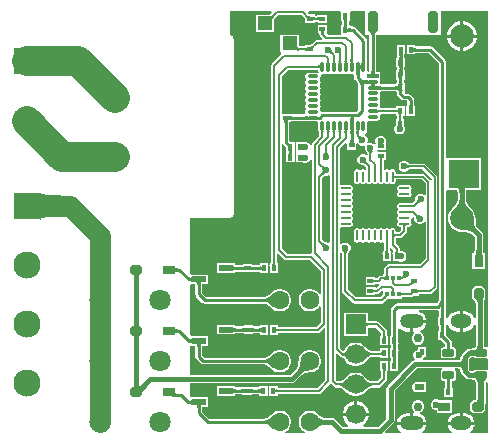
<source format=gbl>
G04*
G04 #@! TF.GenerationSoftware,Altium Limited,Altium Designer,23.4.1 (23)*
G04*
G04 Layer_Physical_Order=2*
G04 Layer_Color=16711680*
%FSLAX25Y25*%
%MOIN*%
G70*
G04*
G04 #@! TF.SameCoordinates,8CB6A174-BB40-4334-975E-19112FE07875*
G04*
G04*
G04 #@! TF.FilePolarity,Positive*
G04*
G01*
G75*
%ADD11C,0.01000*%
%ADD25C,0.00800*%
%ADD26C,0.01500*%
%ADD27C,0.00600*%
%ADD28C,0.10000*%
%ADD29R,0.06693X0.06693*%
%ADD30C,0.06693*%
%ADD31R,0.09055X0.09055*%
%ADD32C,0.09055*%
%ADD33C,0.07874*%
%ADD34O,0.07874X0.04724*%
%ADD35O,0.07087X0.04724*%
%ADD36C,0.02953*%
%ADD37C,0.07087*%
%ADD38C,0.06299*%
%ADD39C,0.02362*%
%ADD40C,0.02000*%
%ADD41C,0.01968*%
%ADD42R,0.01575X0.01968*%
%ADD43R,0.01968X0.01575*%
%ADD44R,0.01181X0.01772*%
%ADD45R,0.03937X0.01181*%
%ADD46O,0.03937X0.01181*%
%ADD47O,0.01181X0.03937*%
G04:AMPARAMS|DCode=48|XSize=90mil|YSize=90mil|CornerRadius=9mil|HoleSize=0mil|Usage=FLASHONLY|Rotation=180.000|XOffset=0mil|YOffset=0mil|HoleType=Round|Shape=RoundedRectangle|*
%AMROUNDEDRECTD48*
21,1,0.09000,0.07200,0,0,180.0*
21,1,0.07200,0.09000,0,0,180.0*
1,1,0.01800,-0.03600,0.03600*
1,1,0.01800,0.03600,0.03600*
1,1,0.01800,0.03600,-0.03600*
1,1,0.01800,-0.03600,-0.03600*
%
%ADD48ROUNDEDRECTD48*%
G04:AMPARAMS|DCode=49|XSize=39.37mil|YSize=31.5mil|CornerRadius=0mil|HoleSize=0mil|Usage=FLASHONLY|Rotation=180.000|XOffset=0mil|YOffset=0mil|HoleType=Round|Shape=Octagon|*
%AMOCTAGOND49*
4,1,8,-0.01968,0.00787,-0.01968,-0.00787,-0.01181,-0.01575,0.01181,-0.01575,0.01968,-0.00787,0.01968,0.00787,0.01181,0.01575,-0.01181,0.01575,-0.01968,0.00787,0.0*
%
%ADD49OCTAGOND49*%

%ADD50R,0.03937X0.03150*%
%ADD51R,0.04724X0.01968*%
%ADD52R,0.10236X0.09449*%
%ADD53R,0.05118X0.04724*%
%ADD54O,0.03740X0.00787*%
%ADD55O,0.00787X0.03740*%
%ADD56R,0.12323X0.12323*%
G04:AMPARAMS|DCode=57|XSize=39.37mil|YSize=31.5mil|CornerRadius=0mil|HoleSize=0mil|Usage=FLASHONLY|Rotation=270.000|XOffset=0mil|YOffset=0mil|HoleType=Round|Shape=Octagon|*
%AMOCTAGOND57*
4,1,8,-0.00787,-0.01968,0.00787,-0.01968,0.01575,-0.01181,0.01575,0.01181,0.00787,0.01968,-0.00787,0.01968,-0.01575,0.01181,-0.01575,-0.01181,-0.00787,-0.01968,0.0*
%
%ADD57OCTAGOND57*%

%ADD58R,0.03150X0.03937*%
G04:AMPARAMS|DCode=59|XSize=31.5mil|YSize=70.87mil|CornerRadius=7.87mil|HoleSize=0mil|Usage=FLASHONLY|Rotation=0.000|XOffset=0mil|YOffset=0mil|HoleType=Round|Shape=RoundedRectangle|*
%AMROUNDEDRECTD59*
21,1,0.03150,0.05512,0,0,0.0*
21,1,0.01575,0.07087,0,0,0.0*
1,1,0.01575,0.00787,-0.02756*
1,1,0.01575,-0.00787,-0.02756*
1,1,0.01575,-0.00787,0.02756*
1,1,0.01575,0.00787,0.02756*
%
%ADD59ROUNDEDRECTD59*%
G04:AMPARAMS|DCode=60|XSize=23.62mil|YSize=39.37mil|CornerRadius=2.01mil|HoleSize=0mil|Usage=FLASHONLY|Rotation=90.000|XOffset=0mil|YOffset=0mil|HoleType=Round|Shape=RoundedRectangle|*
%AMROUNDEDRECTD60*
21,1,0.02362,0.03535,0,0,90.0*
21,1,0.01961,0.03937,0,0,90.0*
1,1,0.00402,0.01768,0.00980*
1,1,0.00402,0.01768,-0.00980*
1,1,0.00402,-0.01768,-0.00980*
1,1,0.00402,-0.01768,0.00980*
%
%ADD60ROUNDEDRECTD60*%
%ADD61C,0.07000*%
%ADD62C,0.02000*%
G36*
X95079Y19997D02*
X94919Y19831D01*
X94668Y19536D01*
X94576Y19406D01*
X94507Y19286D01*
X94461Y19179D01*
X94437Y19083D01*
X94436Y18999D01*
X94457Y18926D01*
X94501Y18865D01*
X93382Y19985D01*
X93443Y19941D01*
X93516Y19919D01*
X93600Y19920D01*
X93696Y19944D01*
X93803Y19991D01*
X93922Y20060D01*
X94052Y20151D01*
X94195Y20266D01*
X94513Y20562D01*
X95079Y19997D01*
D02*
G37*
G36*
X106104Y20454D02*
X106399Y20205D01*
X106529Y20115D01*
X106648Y20047D01*
X106755Y20002D01*
X106851Y19979D01*
X106936D01*
X107009Y20002D01*
X107072Y20047D01*
X105940Y18916D01*
X105986Y18978D01*
X106008Y19051D01*
Y19136D01*
X105986Y19232D01*
X105940Y19340D01*
X105872Y19459D01*
X105782Y19589D01*
X105669Y19730D01*
X105375Y20047D01*
X105940Y20613D01*
X106104Y20454D01*
D02*
G37*
G36*
X107881Y19960D02*
X107906Y19892D01*
X107947Y19832D01*
X108004Y19780D01*
X108077Y19736D01*
X108167Y19700D01*
X108272Y19672D01*
X108394Y19652D01*
X108531Y19640D01*
X108685Y19636D01*
Y18836D01*
X108533Y18832D01*
X108397Y18822D01*
X108277Y18805D01*
X108173Y18781D01*
X108085Y18751D01*
X108013Y18714D01*
X107957Y18669D01*
X107917Y18619D01*
X107893Y18561D01*
X107885Y18496D01*
X107873Y20036D01*
X107881Y19960D01*
D02*
G37*
G36*
X110152Y18436D02*
X110144Y18512D01*
X110119Y18580D01*
X110078Y18640D01*
X110021Y18692D01*
X109948Y18736D01*
X109859Y18772D01*
X109753Y18800D01*
X109632Y18820D01*
X109494Y18832D01*
X109340Y18836D01*
Y19636D01*
X109492Y19639D01*
X109628Y19649D01*
X109748Y19666D01*
X109852Y19690D01*
X109940Y19721D01*
X110012Y19758D01*
X110068Y19802D01*
X110108Y19853D01*
X110132Y19911D01*
X110140Y19975D01*
X110152Y18436D01*
D02*
G37*
G36*
X119494Y19018D02*
X119448Y18988D01*
X119406Y18938D01*
X119370Y18868D01*
X119340Y18778D01*
X119315Y18668D01*
X119296Y18538D01*
X119282Y18388D01*
X119271Y18028D01*
X118271D01*
X118269Y18218D01*
X118246Y18538D01*
X118227Y18668D01*
X118202Y18778D01*
X118172Y18868D01*
X118136Y18938D01*
X118095Y18988D01*
X118048Y19018D01*
X117996Y19028D01*
X119547D01*
X119494Y19018D01*
D02*
G37*
G36*
X119274Y17283D02*
X119296Y16963D01*
X119315Y16833D01*
X119340Y16723D01*
X119370Y16633D01*
X119406Y16563D01*
X119448Y16513D01*
X119494Y16483D01*
X119547Y16473D01*
X117996D01*
X118048Y16483D01*
X118095Y16513D01*
X118136Y16563D01*
X118172Y16633D01*
X118202Y16723D01*
X118227Y16833D01*
X118246Y16963D01*
X118260Y17113D01*
X118271Y17473D01*
X119271D01*
X119274Y17283D01*
D02*
G37*
G36*
X119557Y16383D02*
X119587Y16303D01*
X119637Y16232D01*
X119707Y16170D01*
X119797Y16118D01*
X119907Y16076D01*
X120037Y16043D01*
X120187Y16019D01*
X120357Y16005D01*
X120547Y16000D01*
Y15000D01*
X120357Y14996D01*
X120187Y14981D01*
X120037Y14958D01*
X119907Y14925D01*
X119797Y14882D01*
X119707Y14830D01*
X119637Y14769D01*
X119587Y14698D01*
X119557Y14618D01*
X119547Y14528D01*
Y16473D01*
X119557Y16383D01*
D02*
G37*
G36*
X111837Y15082D02*
X111769Y15058D01*
X111709Y15017D01*
X111657Y14960D01*
X111613Y14887D01*
X111577Y14798D01*
X111549Y14692D01*
X111529Y14570D01*
X111517Y14432D01*
X111513Y14278D01*
X110713D01*
X110709Y14432D01*
X110697Y14570D01*
X110677Y14692D01*
X110649Y14798D01*
X110613Y14887D01*
X110569Y14960D01*
X110517Y15017D01*
X110457Y15058D01*
X110389Y15082D01*
X110313Y15090D01*
X111913D01*
X111837Y15082D01*
D02*
G37*
G36*
X166324Y-89995D02*
X166249Y-90087D01*
X165824Y-90349D01*
X165694Y-90323D01*
X165166D01*
X165124Y-90300D01*
X165093Y-90298D01*
X165083Y-90281D01*
X165050Y-90201D01*
X165017Y-90074D01*
X164988Y-89901D01*
X164970Y-89687D01*
X164963Y-89418D01*
X164940Y-89367D01*
Y-75699D01*
X164963Y-75646D01*
X164967Y-75375D01*
X165000Y-74898D01*
X165026Y-74712D01*
X165059Y-74546D01*
X165096Y-74408D01*
X165134Y-74300D01*
X165171Y-74222D01*
X165202Y-74173D01*
X165243Y-74125D01*
X165375Y-73993D01*
Y-73744D01*
X165410Y-73635D01*
X165398Y-73611D01*
X165404Y-73586D01*
X165375Y-73537D01*
Y-71031D01*
X164287Y-69943D01*
X162113D01*
X161025Y-71031D01*
Y-73993D01*
X161613Y-74581D01*
X161613Y-74581D01*
X161614Y-74581D01*
X162103Y-75071D01*
X162103Y-75071D01*
X162157Y-75632D01*
X162164Y-75981D01*
X162187Y-76034D01*
Y-76065D01*
X162179Y-76109D01*
X162187Y-76120D01*
Y-80470D01*
X161687Y-80569D01*
X161450Y-79996D01*
X160911Y-79294D01*
X160208Y-78755D01*
X159390Y-78416D01*
X158513Y-78301D01*
X157832D01*
Y-81692D01*
Y-85083D01*
X158513D01*
X159390Y-84968D01*
X160208Y-84629D01*
X160911Y-84090D01*
X161450Y-83388D01*
X161687Y-82815D01*
X162187Y-82914D01*
Y-89367D01*
X162164Y-89419D01*
X162157Y-89692D01*
X162138Y-89911D01*
X162110Y-90088D01*
X162075Y-90222D01*
X162041Y-90308D01*
X162024Y-90337D01*
X161989Y-90341D01*
X161947Y-90365D01*
X161914Y-90372D01*
X161862Y-90364D01*
X161719Y-90468D01*
X161555Y-90536D01*
X161533Y-90589D01*
X161529Y-90591D01*
X161512Y-90606D01*
X161477Y-90620D01*
X161393Y-90644D01*
X161287Y-90666D01*
X160691Y-90717D01*
X160446Y-90720D01*
X160392Y-90743D01*
X160080D01*
X160080Y-90743D01*
X159554Y-90848D01*
X159107Y-91146D01*
X159107Y-91146D01*
X157527Y-92727D01*
X157228Y-93173D01*
X157150Y-93568D01*
X157113Y-93623D01*
X157123Y-93671D01*
X157102Y-93716D01*
X157089Y-93961D01*
X157059Y-94130D01*
X157017Y-94256D01*
X156968Y-94347D01*
X156913Y-94414D01*
X156847Y-94468D01*
X156756Y-94517D01*
X156630Y-94559D01*
X156461Y-94589D01*
X156216Y-94601D01*
X156170Y-94624D01*
X144802D01*
X144595Y-94124D01*
X144710Y-94009D01*
X144969Y-93385D01*
X145716D01*
Y-90216D01*
X142941D01*
Y-91219D01*
X142846D01*
X142191Y-91490D01*
X141690Y-91991D01*
X141419Y-92646D01*
Y-93354D01*
X141690Y-94009D01*
X141817Y-94136D01*
X141648Y-94674D01*
X141373Y-94728D01*
X140927Y-95027D01*
X140927Y-95027D01*
X132827Y-103127D01*
X132528Y-103573D01*
X132424Y-104100D01*
Y-114130D01*
X129830Y-116724D01*
X124890D01*
X124760Y-116241D01*
X124869Y-116178D01*
X125678Y-115369D01*
X126250Y-114378D01*
X126547Y-113272D01*
Y-113200D01*
X122200D01*
X117853D01*
Y-113272D01*
X118150Y-114378D01*
X118722Y-115369D01*
X119531Y-116178D01*
X119640Y-116241D01*
X119510Y-116724D01*
X117819D01*
X115323Y-114227D01*
X114876Y-113928D01*
X114349Y-113824D01*
X111931D01*
X111886Y-113802D01*
X111665Y-113789D01*
X111474Y-113757D01*
X111274Y-113701D01*
X111065Y-113621D01*
X110845Y-113514D01*
X110615Y-113378D01*
X110384Y-113219D01*
X109868Y-112789D01*
X109602Y-112530D01*
X109487Y-112484D01*
X109202Y-112200D01*
X108347Y-111706D01*
X107394Y-111450D01*
X106406D01*
X105453Y-111706D01*
X104598Y-112200D01*
X103900Y-112898D01*
X103406Y-113753D01*
X103150Y-114706D01*
Y-115694D01*
X103406Y-116647D01*
X103900Y-117502D01*
X104598Y-118200D01*
X105157Y-118524D01*
X105023Y-119024D01*
X98777D01*
X98643Y-118524D01*
X99202Y-118200D01*
X99900Y-117502D01*
X100394Y-116647D01*
X100650Y-115694D01*
Y-114706D01*
X100394Y-113753D01*
X99900Y-112898D01*
X99202Y-112200D01*
X98347Y-111706D01*
X97394Y-111450D01*
X96406D01*
X95453Y-111706D01*
X94598Y-112200D01*
X94312Y-112485D01*
X94195Y-112533D01*
X93880Y-112844D01*
X93291Y-113361D01*
X93032Y-113557D01*
X92786Y-113721D01*
X92561Y-113850D01*
X92357Y-113944D01*
X92179Y-114006D01*
X92028Y-114039D01*
X91851Y-114052D01*
X91800Y-114078D01*
X73265D01*
X71022Y-111835D01*
Y-110651D01*
X71049Y-110589D01*
X71054Y-110417D01*
X71065Y-110289D01*
X71081Y-110193D01*
X71083Y-110184D01*
X72862D01*
Y-107016D01*
X67682D01*
X67622Y-106982D01*
X67585Y-106993D01*
X67550Y-106978D01*
X67500Y-106999D01*
X67000Y-106822D01*
Y-102376D01*
X100800D01*
X101327Y-102272D01*
X101773Y-101973D01*
X104316Y-99431D01*
X104364Y-99414D01*
X104528Y-99267D01*
X104686Y-99155D01*
X104866Y-99053D01*
X105072Y-98961D01*
X105303Y-98882D01*
X105561Y-98815D01*
X105837Y-98764D01*
X106506Y-98704D01*
X106877Y-98699D01*
X106992Y-98650D01*
X107394D01*
X108347Y-98394D01*
X109202Y-97900D01*
X109900Y-97202D01*
X110394Y-96347D01*
X110650Y-95394D01*
Y-94406D01*
X110394Y-93453D01*
X109900Y-92598D01*
X109202Y-91900D01*
X108347Y-91406D01*
X107394Y-91150D01*
X106406D01*
X105453Y-91406D01*
X104598Y-91900D01*
X103900Y-92598D01*
X103406Y-93453D01*
X103150Y-94406D01*
Y-94808D01*
X103101Y-94923D01*
X103096Y-95303D01*
X103075Y-95642D01*
X103038Y-95954D01*
X102985Y-96239D01*
X102918Y-96497D01*
X102839Y-96728D01*
X102747Y-96934D01*
X102645Y-97114D01*
X102533Y-97272D01*
X102386Y-97436D01*
X102369Y-97484D01*
X100230Y-99624D01*
X67000D01*
Y-89928D01*
X67500Y-89751D01*
X67550Y-89772D01*
X67585Y-89757D01*
X67622Y-89768D01*
X67682Y-89734D01*
X68717D01*
X68719Y-89743D01*
X68735Y-89839D01*
X68746Y-89967D01*
X68751Y-90139D01*
X68778Y-90201D01*
Y-93400D01*
X68778Y-93400D01*
X68864Y-93829D01*
X69107Y-94193D01*
X70607Y-95693D01*
X70971Y-95936D01*
X71400Y-96022D01*
X71400Y-96022D01*
X91800D01*
X91851Y-96048D01*
X92028Y-96061D01*
X92179Y-96094D01*
X92357Y-96156D01*
X92561Y-96250D01*
X92786Y-96379D01*
X93032Y-96543D01*
X93291Y-96739D01*
X93880Y-97256D01*
X94195Y-97567D01*
X94312Y-97615D01*
X94598Y-97900D01*
X95453Y-98394D01*
X96406Y-98650D01*
X97394D01*
X98347Y-98394D01*
X99202Y-97900D01*
X99900Y-97202D01*
X100394Y-96347D01*
X100650Y-95394D01*
Y-94406D01*
X100394Y-93453D01*
X99900Y-92598D01*
X99202Y-91900D01*
X98347Y-91406D01*
X97394Y-91150D01*
X96406D01*
X95453Y-91406D01*
X94598Y-91900D01*
X94312Y-92185D01*
X94195Y-92233D01*
X93880Y-92544D01*
X93291Y-93061D01*
X93032Y-93257D01*
X92786Y-93421D01*
X92561Y-93550D01*
X92357Y-93644D01*
X92179Y-93706D01*
X92028Y-93739D01*
X91851Y-93752D01*
X91800Y-93778D01*
X71865D01*
X71022Y-92935D01*
Y-90201D01*
X71049Y-90139D01*
X71054Y-89967D01*
X71065Y-89839D01*
X71081Y-89743D01*
X71083Y-89734D01*
X72862D01*
Y-86566D01*
X67682D01*
X67622Y-86532D01*
X67585Y-86543D01*
X67550Y-86528D01*
X67500Y-86549D01*
X67000Y-86372D01*
Y-69478D01*
X67500Y-69301D01*
X67550Y-69322D01*
X67585Y-69307D01*
X67622Y-69318D01*
X67682Y-69284D01*
X68717D01*
X68719Y-69293D01*
X68735Y-69389D01*
X68746Y-69517D01*
X68751Y-69689D01*
X68778Y-69751D01*
Y-72600D01*
X68778Y-72600D01*
X68864Y-73029D01*
X69107Y-73393D01*
X71107Y-75393D01*
X71107Y-75393D01*
X71471Y-75636D01*
X71900Y-75722D01*
X71900Y-75722D01*
X91800D01*
X91851Y-75748D01*
X92028Y-75761D01*
X92179Y-75794D01*
X92357Y-75856D01*
X92561Y-75950D01*
X92786Y-76079D01*
X93032Y-76243D01*
X93291Y-76439D01*
X93880Y-76956D01*
X94195Y-77267D01*
X94312Y-77315D01*
X94598Y-77600D01*
X95453Y-78094D01*
X96406Y-78350D01*
X97394D01*
X98347Y-78094D01*
X99202Y-77600D01*
X99900Y-76902D01*
X100394Y-76047D01*
X100650Y-75094D01*
Y-74106D01*
X100394Y-73153D01*
X99900Y-72298D01*
X99202Y-71600D01*
X98347Y-71106D01*
X97394Y-70850D01*
X96406D01*
X95453Y-71106D01*
X94598Y-71600D01*
X94312Y-71885D01*
X94195Y-71933D01*
X93880Y-72244D01*
X93291Y-72761D01*
X93032Y-72957D01*
X92786Y-73121D01*
X92561Y-73250D01*
X92357Y-73344D01*
X92179Y-73406D01*
X92028Y-73439D01*
X91851Y-73453D01*
X91800Y-73478D01*
X72365D01*
X71022Y-72135D01*
Y-69751D01*
X71049Y-69689D01*
X71054Y-69517D01*
X71065Y-69389D01*
X71081Y-69293D01*
X71083Y-69284D01*
X72862D01*
Y-66116D01*
X67682D01*
X67622Y-66082D01*
X67585Y-66093D01*
X67550Y-66078D01*
X67500Y-66099D01*
X67000Y-65922D01*
Y-47122D01*
X80400D01*
X80829Y-47036D01*
X81193Y-46793D01*
X81436Y-46429D01*
X81522Y-46000D01*
Y12500D01*
X81436Y12929D01*
X81193Y13293D01*
X80829Y13536D01*
X80400Y13622D01*
Y21824D01*
X94095D01*
X94313Y21352D01*
X94097Y21048D01*
X94071Y21038D01*
X93769Y20757D01*
X93662Y20671D01*
X93574Y20609D01*
X93443D01*
X93382Y20634D01*
X93331Y20613D01*
X93278Y20626D01*
X93250Y20609D01*
X88807D01*
Y14684D01*
X95125D01*
Y18734D01*
X95142Y18761D01*
X95130Y18815D01*
X95151Y18865D01*
X95125Y18927D01*
Y19057D01*
X95182Y19138D01*
X95401Y19395D01*
X95546Y19545D01*
X95573Y19615D01*
X96389Y20430D01*
X104115D01*
X104874Y19671D01*
X104899Y19605D01*
X105177Y19306D01*
X105261Y19200D01*
X105323Y19112D01*
X105328Y19102D01*
Y19006D01*
X105291Y18916D01*
X105311Y18866D01*
X105299Y18814D01*
X105328Y18766D01*
Y17884D01*
X107748D01*
X107805Y17852D01*
X107848Y17864D01*
X107890Y17847D01*
X107978Y17884D01*
X108497D01*
Y18179D01*
X108564Y18183D01*
X108699Y18187D01*
X108767Y18216D01*
X109257D01*
X109324Y18187D01*
X109457Y18183D01*
X109528Y18177D01*
Y17813D01*
X110093D01*
X110157Y17786D01*
X110191Y17801D01*
X110226Y17791D01*
X110266Y17813D01*
X112697D01*
Y20587D01*
X110277D01*
X110220Y20620D01*
X110177Y20608D01*
X110135Y20625D01*
X110047Y20587D01*
X109528D01*
Y20293D01*
X109461Y20288D01*
X109326Y20285D01*
X109258Y20255D01*
X108768D01*
X108702Y20285D01*
X108568Y20289D01*
X108497Y20295D01*
Y20659D01*
X107932D01*
X107868Y20685D01*
X107834Y20671D01*
X107799Y20681D01*
X107759Y20659D01*
X107221D01*
X107173Y20688D01*
X107121Y20676D01*
X107072Y20696D01*
X106981Y20659D01*
X106885D01*
X106876Y20664D01*
X106795Y20721D01*
X106540Y20936D01*
X106392Y21080D01*
X106272Y21324D01*
X106560Y21824D01*
X116983D01*
X117384Y21585D01*
Y19189D01*
X117358Y19150D01*
X117371Y19087D01*
X117347Y19028D01*
X117384Y18938D01*
Y18416D01*
X117604D01*
X117620Y18191D01*
X117622Y18019D01*
X117650Y17954D01*
Y17554D01*
X117622Y17492D01*
X117612Y17152D01*
X117606Y17085D01*
X117384D01*
Y16563D01*
X117347Y16473D01*
X117371Y16413D01*
X117358Y16351D01*
X117384Y16311D01*
Y13920D01*
X113012D01*
X112668Y14397D01*
X112697Y14466D01*
X112697D01*
Y17241D01*
X109528D01*
Y14466D01*
X110054D01*
X110060Y14396D01*
X110063Y14261D01*
X110093Y14195D01*
Y14087D01*
X110171Y13697D01*
X110392Y13366D01*
X111077Y12682D01*
X110885Y12220D01*
X109281D01*
X108891Y12142D01*
X108560Y11921D01*
X107509Y10870D01*
X107443Y10845D01*
X107144Y10567D01*
X107038Y10483D01*
X106949Y10421D01*
X106940Y10416D01*
X106844D01*
X106754Y10453D01*
X106704Y10433D01*
X106652Y10445D01*
X106604Y10416D01*
X106073D01*
X106013Y10449D01*
X105976Y10439D01*
X105940Y10453D01*
X105850Y10416D01*
X105328D01*
Y10087D01*
X105257Y10081D01*
X105124Y10078D01*
X105057Y10048D01*
X103664D01*
X103598Y10078D01*
X103464Y10081D01*
X103393Y10087D01*
Y13916D01*
X97075D01*
Y7991D01*
X97266D01*
X97449Y7491D01*
X94150Y4192D01*
X93929Y3861D01*
X93852Y3471D01*
Y-62045D01*
X93822Y-62111D01*
X93819Y-62244D01*
X93813Y-62315D01*
X93484D01*
Y-62837D01*
X93446Y-62927D01*
X93461Y-62963D01*
X93450Y-63000D01*
X93484Y-63060D01*
Y-65484D01*
X96259D01*
Y-63060D01*
X96292Y-63000D01*
X96281Y-62963D01*
X96296Y-62927D01*
X96259Y-62837D01*
Y-62315D01*
X95930D01*
X95924Y-62245D01*
X95921Y-62111D01*
X95891Y-62045D01*
Y-59286D01*
X96353Y-59095D01*
X98179Y-60921D01*
X98510Y-61142D01*
X98900Y-61220D01*
X106878D01*
X110580Y-64922D01*
Y-72475D01*
X110080Y-72609D01*
X109900Y-72298D01*
X109202Y-71600D01*
X108347Y-71106D01*
X107394Y-70850D01*
X106406D01*
X105453Y-71106D01*
X104598Y-71600D01*
X103900Y-72298D01*
X103406Y-73153D01*
X103150Y-74106D01*
Y-75094D01*
X103406Y-76047D01*
X103900Y-76902D01*
X104598Y-77600D01*
X105453Y-78094D01*
X106406Y-78350D01*
X107394D01*
X108347Y-78094D01*
X109202Y-77600D01*
X109900Y-76902D01*
X110080Y-76591D01*
X110580Y-76725D01*
Y-81978D01*
X109078Y-83480D01*
X96730D01*
X96664Y-83451D01*
X96529Y-83447D01*
X96459Y-83441D01*
Y-82915D01*
X93684D01*
Y-86084D01*
X96459D01*
Y-85558D01*
X96529Y-85552D01*
X96664Y-85549D01*
X96730Y-85519D01*
X109500D01*
X109890Y-85442D01*
X110221Y-85221D01*
X111618Y-83824D01*
X112080Y-84015D01*
Y-101078D01*
X109378Y-103780D01*
X96430D01*
X96364Y-103751D01*
X96229Y-103747D01*
X96159Y-103741D01*
Y-103215D01*
X93384D01*
Y-106384D01*
X96159D01*
Y-105859D01*
X96229Y-105852D01*
X96364Y-105849D01*
X96430Y-105819D01*
X109800D01*
X110190Y-105742D01*
X110521Y-105521D01*
X113800Y-102242D01*
X114979Y-103421D01*
X115310Y-103642D01*
X115700Y-103720D01*
X116760D01*
X116812Y-103747D01*
X116977Y-103762D01*
X117122Y-103798D01*
X117305Y-103869D01*
X117520Y-103978D01*
X117766Y-104128D01*
X118025Y-104312D01*
X118997Y-105150D01*
X119353Y-105504D01*
X119471Y-105552D01*
X119777Y-105858D01*
X120677Y-106377D01*
X121680Y-106647D01*
X122720D01*
X123723Y-106377D01*
X124623Y-105858D01*
X124929Y-105552D01*
X125047Y-105504D01*
X125408Y-105146D01*
X126073Y-104549D01*
X126363Y-104320D01*
X126634Y-104128D01*
X126879Y-103978D01*
X127095Y-103869D01*
X127278Y-103798D01*
X127423Y-103762D01*
X127588Y-103747D01*
X127640Y-103720D01*
X129800D01*
X130190Y-103642D01*
X130521Y-103421D01*
X132446Y-101496D01*
X132667Y-101165D01*
X132745Y-100775D01*
Y-98355D01*
X132774Y-98288D01*
X132777Y-98155D01*
X132783Y-98084D01*
X133112D01*
Y-97562D01*
X133150Y-97472D01*
X133135Y-97436D01*
X133146Y-97399D01*
X133112Y-97339D01*
Y-94915D01*
X130338D01*
Y-97339D01*
X130304Y-97399D01*
X130315Y-97436D01*
X130300Y-97472D01*
X130338Y-97562D01*
Y-98084D01*
X130666D01*
X130672Y-98155D01*
X130676Y-98288D01*
X130705Y-98355D01*
Y-100353D01*
X129378Y-101680D01*
X127640D01*
X127588Y-101653D01*
X127423Y-101638D01*
X127278Y-101602D01*
X127095Y-101531D01*
X126880Y-101422D01*
X126634Y-101272D01*
X126375Y-101088D01*
X125403Y-100250D01*
X125047Y-99896D01*
X124929Y-99848D01*
X124623Y-99542D01*
X123723Y-99023D01*
X122720Y-98753D01*
X121680D01*
X120677Y-99023D01*
X119777Y-99542D01*
X119471Y-99848D01*
X119353Y-99896D01*
X118992Y-100254D01*
X118327Y-100851D01*
X118037Y-101080D01*
X117766Y-101272D01*
X117521Y-101422D01*
X117305Y-101531D01*
X117122Y-101602D01*
X116977Y-101638D01*
X116812Y-101653D01*
X116760Y-101680D01*
X116122D01*
X115520Y-101078D01*
Y-92615D01*
X115981Y-92423D01*
X116933Y-93375D01*
X117263Y-93595D01*
X117492Y-93641D01*
X117621Y-93702D01*
X117789Y-93711D01*
X117907Y-93729D01*
X118010Y-93758D01*
X118101Y-93796D01*
X118183Y-93844D01*
X118260Y-93904D01*
X118334Y-93978D01*
X118408Y-94071D01*
X118479Y-94185D01*
X118560Y-94348D01*
X118629Y-94407D01*
X118648Y-94441D01*
X118676Y-94511D01*
X118693Y-94518D01*
X119042Y-95123D01*
X119777Y-95858D01*
X120677Y-96377D01*
X121680Y-96646D01*
X122720D01*
X123723Y-96377D01*
X124623Y-95858D01*
X125099Y-95382D01*
X125209Y-95329D01*
X125537Y-94964D01*
X126150Y-94355D01*
X126418Y-94123D01*
X126673Y-93930D01*
X126905Y-93779D01*
X127111Y-93669D01*
X127288Y-93599D01*
X127433Y-93562D01*
X127606Y-93547D01*
X127658Y-93519D01*
X130067D01*
X130134Y-93549D01*
X130267Y-93552D01*
X130338Y-93558D01*
Y-93884D01*
X130856D01*
X130945Y-93921D01*
X130983Y-93906D01*
X131023Y-93917D01*
X131083Y-93884D01*
X133112D01*
Y-90715D01*
X130338D01*
Y-91441D01*
X130267Y-91447D01*
X130133Y-91451D01*
X130066Y-91480D01*
X127611D01*
X127559Y-91453D01*
X127402Y-91439D01*
X127258Y-91403D01*
X127071Y-91333D01*
X126846Y-91224D01*
X126588Y-91076D01*
X126310Y-90894D01*
X125266Y-90077D01*
X124875Y-89732D01*
X124780Y-89699D01*
X124623Y-89542D01*
X123723Y-89022D01*
X122720Y-88753D01*
X121680D01*
X120677Y-89022D01*
X119777Y-89542D01*
X119042Y-90277D01*
X118750Y-90783D01*
X118728Y-90792D01*
X118687Y-90887D01*
X118607Y-90952D01*
X118521Y-91114D01*
X118445Y-91228D01*
X118389Y-91295D01*
X117935Y-91493D01*
X116920Y-90478D01*
Y-58817D01*
X117419Y-58644D01*
X117633Y-58864D01*
X117641Y-58906D01*
X117648Y-58961D01*
X117651Y-59045D01*
X117680Y-59109D01*
Y-71400D01*
X117758Y-71790D01*
X117979Y-72121D01*
X121279Y-75421D01*
X121610Y-75642D01*
X122000Y-75720D01*
X130797D01*
X131187Y-75642D01*
X131518Y-75421D01*
X132330Y-74609D01*
X132396Y-74584D01*
X132698Y-74304D01*
X132805Y-74217D01*
X132893Y-74155D01*
X133024D01*
X133085Y-74181D01*
X133136Y-74159D01*
X133189Y-74172D01*
X133217Y-74155D01*
X137660D01*
Y-73619D01*
X137665Y-73619D01*
X137736Y-73587D01*
X140506D01*
X140857Y-73517D01*
X141053Y-73386D01*
X141187Y-73331D01*
X141266Y-73252D01*
X141465Y-73059D01*
X143285D01*
Y-72621D01*
X143289Y-72621D01*
X143360Y-72589D01*
X147129D01*
X147480Y-72519D01*
X147777Y-72320D01*
X149149Y-70949D01*
X149348Y-70651D01*
X149418Y-70300D01*
Y-33700D01*
X149348Y-33349D01*
X149149Y-33051D01*
X145449Y-29351D01*
X145151Y-29152D01*
X144800Y-29082D01*
X140250D01*
X140186Y-29052D01*
X140121Y-29048D01*
X140088Y-29043D01*
X140050Y-29033D01*
X140005Y-29016D01*
X139954Y-28992D01*
X139896Y-28959D01*
X139832Y-28915D01*
X139762Y-28861D01*
X139687Y-28796D01*
X139596Y-28707D01*
X139480Y-28661D01*
X139309Y-28490D01*
X138654Y-28219D01*
X137946D01*
X137291Y-28490D01*
X136790Y-28991D01*
X136519Y-29646D01*
Y-30354D01*
X136790Y-31009D01*
X137291Y-31510D01*
X137946Y-31781D01*
X138654D01*
X139309Y-31510D01*
X139480Y-31339D01*
X139596Y-31293D01*
X139687Y-31205D01*
X139762Y-31139D01*
X139832Y-31085D01*
X139896Y-31041D01*
X139954Y-31008D01*
X140005Y-30984D01*
X140050Y-30967D01*
X140088Y-30957D01*
X140121Y-30952D01*
X140186Y-30948D01*
X140250Y-30918D01*
X144420D01*
X147582Y-34080D01*
Y-34550D01*
X147082Y-34702D01*
X147048Y-34651D01*
X145204Y-32807D01*
X144907Y-32608D01*
X144555Y-32538D01*
X135582D01*
X135519Y-32510D01*
Y-31980D01*
X135442Y-31592D01*
X135222Y-31263D01*
X134893Y-31043D01*
X134505Y-30966D01*
X134118Y-31043D01*
X133789Y-31263D01*
X133253D01*
X132925Y-31043D01*
X132537Y-30966D01*
X132149Y-31043D01*
X132017Y-31132D01*
X131902Y-31133D01*
X131486Y-30832D01*
Y-27938D01*
X131517Y-27867D01*
X131518Y-27863D01*
X132184D01*
Y-25088D01*
X129559D01*
X129226Y-24588D01*
X129255Y-24516D01*
X132184D01*
Y-22189D01*
X132281Y-21954D01*
Y-21246D01*
X132010Y-20591D01*
X131509Y-20090D01*
X130854Y-19819D01*
X130146D01*
X129491Y-20090D01*
X128990Y-20591D01*
X128719Y-21246D01*
Y-21954D01*
X128862Y-22299D01*
X128788Y-22462D01*
X128190Y-22571D01*
X128109Y-22490D01*
X127454Y-22219D01*
X126746D01*
X126435Y-22348D01*
X126052Y-21965D01*
X126181Y-21654D01*
Y-20946D01*
X125910Y-20291D01*
X125409Y-19790D01*
X125151Y-19683D01*
X125202Y-19163D01*
X125256Y-19153D01*
X125650Y-18889D01*
X125913Y-18496D01*
X126005Y-18031D01*
Y-15275D01*
X125994Y-15220D01*
X126419Y-14794D01*
X126475Y-14805D01*
X129231D01*
X129696Y-14713D01*
X130089Y-14450D01*
X130353Y-14056D01*
X130445Y-13591D01*
X130353Y-13127D01*
X130316Y-13073D01*
X130325Y-12898D01*
X130338Y-12848D01*
X130562Y-12540D01*
X135662D01*
X135733Y-12571D01*
X135738Y-12572D01*
Y-13184D01*
X136077D01*
X136077Y-13189D01*
X136109Y-13260D01*
Y-14140D01*
X136077Y-14211D01*
X136077Y-14216D01*
X135541D01*
Y-16440D01*
X135390Y-16591D01*
X135119Y-17246D01*
Y-17954D01*
X135390Y-18609D01*
X135891Y-19110D01*
X136546Y-19381D01*
X137254D01*
X137909Y-19110D01*
X138410Y-18609D01*
X138681Y-17954D01*
Y-17246D01*
X138410Y-16591D01*
X138316Y-16497D01*
Y-14216D01*
X137976D01*
X137976Y-14211D01*
X137944Y-14140D01*
Y-13260D01*
X137976Y-13189D01*
X137976Y-13184D01*
X138512D01*
Y-10015D01*
X135738D01*
Y-10673D01*
X135733Y-10673D01*
X135662Y-10705D01*
X130562D01*
X130336Y-10392D01*
X130325Y-10349D01*
X130316Y-10172D01*
X130353Y-10118D01*
X130445Y-9653D01*
X130353Y-9189D01*
X130251Y-9037D01*
X130131Y-8669D01*
X130251Y-8302D01*
X130353Y-8149D01*
X130445Y-7684D01*
X130353Y-7220D01*
X130251Y-7068D01*
X130131Y-6700D01*
X130251Y-6333D01*
X130353Y-6180D01*
X130445Y-5715D01*
X130377Y-5375D01*
X130378Y-5363D01*
X130486Y-5072D01*
X130576Y-4952D01*
X130683Y-4845D01*
X135275D01*
X135338Y-4873D01*
X135510Y-4877D01*
X135639Y-4887D01*
X135739Y-4902D01*
X135741Y-4902D01*
Y-5285D01*
X135961D01*
X135977Y-5510D01*
X135979Y-5682D01*
X136007Y-5746D01*
Y-5829D01*
X136007Y-5829D01*
X136092Y-6258D01*
X136336Y-6622D01*
X137407Y-7693D01*
X137407Y-7693D01*
X137771Y-7936D01*
X138200Y-8022D01*
X139135D01*
X139350Y-8236D01*
Y-9546D01*
X139322Y-9608D01*
X139312Y-9948D01*
X139306Y-10015D01*
X139084D01*
Y-10537D01*
X139047Y-10627D01*
X139071Y-10687D01*
X139058Y-10749D01*
X139084Y-10789D01*
Y-13184D01*
X141859D01*
Y-10789D01*
X141885Y-10749D01*
X141872Y-10687D01*
X141896Y-10627D01*
X141859Y-10537D01*
Y-10015D01*
X141639D01*
X141623Y-9790D01*
X141621Y-9618D01*
X141593Y-9554D01*
Y-7771D01*
X141507Y-7342D01*
X141264Y-6978D01*
X141264Y-6978D01*
X140393Y-6107D01*
X140029Y-5864D01*
X139600Y-5778D01*
X139600Y-5779D01*
X138665D01*
X138625Y-5739D01*
X138516Y-5285D01*
X138516D01*
Y-4763D01*
X138554Y-4673D01*
X138529Y-4613D01*
X138542Y-4551D01*
X138516Y-4511D01*
Y-2889D01*
X138542Y-2850D01*
X138529Y-2787D01*
X138554Y-2728D01*
X138516Y-2638D01*
Y-2116D01*
X138296D01*
X138280Y-1891D01*
X138278Y-1719D01*
X138250Y-1654D01*
Y-1604D01*
X138278Y-1542D01*
X138288Y-1202D01*
X138294Y-1135D01*
X138516D01*
Y-613D01*
X138554Y-523D01*
X138529Y-463D01*
X138542Y-401D01*
X138516Y-361D01*
Y1247D01*
X138537Y1275D01*
X138524Y1351D01*
X138554Y1422D01*
X138516Y1512D01*
Y2034D01*
X138345D01*
X138328Y2260D01*
X138326Y2430D01*
X138298Y2495D01*
Y2555D01*
X138326Y2620D01*
X138328Y2795D01*
X138341Y3015D01*
X138516D01*
Y3537D01*
X138554Y3627D01*
X138524Y3698D01*
X138537Y3774D01*
X138516Y3803D01*
Y5396D01*
X138537Y5425D01*
X138524Y5501D01*
X138554Y5572D01*
X138516Y5662D01*
Y6184D01*
X138345D01*
X138328Y6410D01*
X138326Y6580D01*
X138298Y6645D01*
Y6845D01*
X138326Y6905D01*
X138338Y7242D01*
X138346Y7316D01*
X138612D01*
Y7838D01*
X138650Y7928D01*
X138629Y7979D01*
X138641Y8032D01*
X138612Y8079D01*
Y10485D01*
X135837D01*
Y8104D01*
X135817Y8075D01*
X135829Y7999D01*
X135800Y7928D01*
X135837Y7838D01*
Y7316D01*
X136008D01*
X136025Y7090D01*
X136027Y6920D01*
X136055Y6855D01*
Y6655D01*
X136028Y6595D01*
X136016Y6258D01*
X136008Y6184D01*
X135741D01*
Y5662D01*
X135704Y5572D01*
X135725Y5521D01*
X135712Y5468D01*
X135741Y5421D01*
Y3779D01*
X135712Y3732D01*
X135725Y3678D01*
X135704Y3627D01*
X135741Y3537D01*
Y3015D01*
X136006D01*
X136024Y2786D01*
X136027Y2616D01*
X136055Y2552D01*
Y2505D01*
X136028Y2445D01*
X136016Y2108D01*
X136008Y2034D01*
X135741D01*
Y1512D01*
X135704Y1422D01*
X135725Y1371D01*
X135712Y1318D01*
X135741Y1271D01*
Y-361D01*
X135715Y-401D01*
X135728Y-463D01*
X135704Y-523D01*
X135741Y-613D01*
Y-1135D01*
X135961D01*
X135977Y-1360D01*
X135979Y-1532D01*
X136007Y-1596D01*
Y-1647D01*
X135979Y-1708D01*
X135969Y-2049D01*
X135963Y-2116D01*
X135741D01*
Y-2539D01*
X135726Y-2543D01*
X135632Y-2559D01*
X135507Y-2570D01*
X135336Y-2574D01*
X135274Y-2602D01*
X130713D01*
X130548Y-2437D01*
X130430Y-2274D01*
X130386Y-2073D01*
X130445Y-1777D01*
X130389Y-1499D01*
X130422Y-999D01*
X130422Y-998D01*
X130422Y-998D01*
Y1383D01*
X129085D01*
X129080Y1399D01*
X129065Y1493D01*
X129054Y1618D01*
X129049Y1788D01*
X129022Y1850D01*
Y13575D01*
X129049Y13637D01*
X129051Y13705D01*
X150706D01*
Y21824D01*
X166324D01*
X166324Y-89995D01*
D02*
G37*
G36*
X128803Y14697D02*
X128718Y14665D01*
X128644Y14613D01*
X128579Y14539D01*
X128524Y14444D01*
X128480Y14328D01*
X128445Y14191D01*
X128420Y14033D01*
X128405Y13854D01*
X128400Y13654D01*
X127400D01*
X127395Y13854D01*
X127380Y14033D01*
X127355Y14191D01*
X127320Y14328D01*
X127276Y14444D01*
X127221Y14539D01*
X127156Y14613D01*
X127082Y14665D01*
X126997Y14697D01*
X126902Y14708D01*
X128898D01*
X128803Y14697D01*
D02*
G37*
G36*
X108450Y9804D02*
X108292Y9640D01*
X108043Y9346D01*
X107953Y9215D01*
X107885Y9097D01*
X107840Y8989D01*
X107817Y8893D01*
Y8808D01*
X107840Y8735D01*
X107885Y8672D01*
X106754Y9804D01*
X106816Y9759D01*
X106889Y9736D01*
X106974D01*
X107070Y9759D01*
X107178Y9804D01*
X107297Y9872D01*
X107427Y9962D01*
X107568Y10075D01*
X107885Y10369D01*
X108450Y9804D01*
D02*
G37*
G36*
X102778Y9752D02*
X102803Y9684D01*
X102844Y9624D01*
X102901Y9572D01*
X102974Y9528D01*
X103063Y9492D01*
X103168Y9464D01*
X103290Y9444D01*
X103427Y9432D01*
X103581Y9428D01*
Y8628D01*
X102781Y8603D01*
X102769Y9828D01*
X102778Y9752D01*
D02*
G37*
G36*
X105940Y8253D02*
X105932Y8324D01*
X105908Y8388D01*
X105868Y8444D01*
X105812Y8493D01*
X105740Y8535D01*
X105652Y8568D01*
X105548Y8595D01*
X105428Y8613D01*
X105292Y8625D01*
X105140Y8628D01*
Y9428D01*
X105292Y9432D01*
X105428Y9443D01*
X105548Y9462D01*
X105652Y9488D01*
X105740Y9522D01*
X105812Y9563D01*
X105868Y9612D01*
X105908Y9669D01*
X105932Y9732D01*
X105940Y9804D01*
Y8253D01*
D02*
G37*
G36*
X114183Y8745D02*
X114192Y8609D01*
X114208Y8481D01*
X114232Y8361D01*
X114262Y8248D01*
X114300Y8144D01*
X114345Y8047D01*
X114396Y7958D01*
X114455Y7877D01*
X114521Y7803D01*
X114097Y7379D01*
X114023Y7445D01*
X113942Y7504D01*
X113853Y7555D01*
X113756Y7600D01*
X113652Y7638D01*
X113539Y7668D01*
X113419Y7692D01*
X113291Y7708D01*
X113155Y7717D01*
X113012Y7719D01*
X114181Y8888D01*
X114183Y8745D01*
D02*
G37*
G36*
X137939Y7918D02*
X137884Y7888D01*
X137835Y7838D01*
X137793Y7768D01*
X137758Y7678D01*
X137729Y7568D01*
X137706Y7438D01*
X137690Y7288D01*
X137677Y6928D01*
X136677D01*
X136674Y7118D01*
X136640Y7568D01*
X136620Y7678D01*
X136595Y7768D01*
X136565Y7838D01*
X136531Y7888D01*
X136493Y7918D01*
X136450Y7928D01*
X138000D01*
X137939Y7918D01*
D02*
G37*
G36*
X137679Y6382D02*
X137713Y5932D01*
X137734Y5822D01*
X137759Y5732D01*
X137788Y5662D01*
X137822Y5612D01*
X137861Y5582D01*
X137904Y5572D01*
X136353D01*
X136415Y5582D01*
X136470Y5612D01*
X136518Y5662D01*
X136560Y5732D01*
X136596Y5822D01*
X136625Y5932D01*
X136648Y6062D01*
X136664Y6212D01*
X136677Y6572D01*
X137677D01*
X137679Y6382D01*
D02*
G37*
G36*
X125337Y4857D02*
X124247D01*
X124255Y4880D01*
X124263Y4921D01*
X124269Y4981D01*
X124284Y5273D01*
X124292Y5924D01*
X125292D01*
X125337Y4857D01*
D02*
G37*
G36*
X121255Y5708D02*
X121290Y5216D01*
X121306Y5121D01*
X121325Y5038D01*
X121346Y4966D01*
X121371Y4906D01*
X121398Y4857D01*
X120308D01*
X120336Y4906D01*
X120361Y4966D01*
X120382Y5038D01*
X120401Y5121D01*
X120417Y5216D01*
X120440Y5439D01*
X120452Y5708D01*
X120454Y5860D01*
X121254D01*
X121255Y5708D01*
D02*
G37*
G36*
X119286D02*
X119321Y5216D01*
X119337Y5121D01*
X119355Y5038D01*
X119377Y4966D01*
X119402Y4906D01*
X119430Y4857D01*
X118340D01*
X118367Y4906D01*
X118392Y4966D01*
X118413Y5038D01*
X118432Y5121D01*
X118448Y5216D01*
X118472Y5439D01*
X118483Y5708D01*
X118484Y5860D01*
X119284D01*
X119286Y5708D01*
D02*
G37*
G36*
X117218Y5627D02*
X117238Y5437D01*
X117255Y5346D01*
X117277Y5258D01*
X117304Y5172D01*
X117335Y5089D01*
X117372Y5009D01*
X117414Y4932D01*
X117461Y4857D01*
X116370D01*
X116417Y4932D01*
X116459Y5009D01*
X116496Y5089D01*
X116527Y5172D01*
X116554Y5258D01*
X116576Y5346D01*
X116594Y5437D01*
X116606Y5531D01*
X116613Y5627D01*
X116615Y5726D01*
X117216D01*
X117218Y5627D01*
D02*
G37*
G36*
X115249D02*
X115269Y5437D01*
X115286Y5346D01*
X115308Y5258D01*
X115335Y5172D01*
X115366Y5089D01*
X115403Y5009D01*
X115445Y4932D01*
X115491Y4857D01*
X114401D01*
X114448Y4932D01*
X114490Y5009D01*
X114526Y5089D01*
X114558Y5172D01*
X114585Y5258D01*
X114607Y5346D01*
X114625Y5437D01*
X114637Y5531D01*
X114644Y5627D01*
X114646Y5726D01*
X115246D01*
X115249Y5627D01*
D02*
G37*
G36*
X124214Y3759D02*
X124220Y3758D01*
X124412Y3753D01*
Y2753D01*
X124220Y2748D01*
X124214Y2748D01*
Y2253D01*
X124204Y2348D01*
X124173Y2433D01*
X124123Y2508D01*
X124052Y2573D01*
X123961Y2628D01*
X123849Y2673D01*
X123807Y2684D01*
X123765Y2673D01*
X123653Y2628D01*
X123562Y2573D01*
X123492Y2508D01*
X123441Y2433D01*
X123410Y2348D01*
X123400Y2253D01*
Y2748D01*
X123394Y2748D01*
X123202Y2753D01*
Y3753D01*
X123394Y3758D01*
X123400Y3759D01*
Y4253D01*
X123410Y4158D01*
X123441Y4073D01*
X123492Y3998D01*
X123562Y3933D01*
X123653Y3878D01*
X123765Y3833D01*
X123807Y3822D01*
X123849Y3833D01*
X123961Y3878D01*
X124052Y3933D01*
X124123Y3998D01*
X124173Y4073D01*
X124204Y4158D01*
X124214Y4253D01*
Y3759D01*
D02*
G37*
G36*
X137861Y3617D02*
X137822Y3587D01*
X137788Y3537D01*
X137759Y3467D01*
X137734Y3377D01*
X137713Y3267D01*
X137697Y3137D01*
X137679Y2817D01*
X137677Y2627D01*
X136677D01*
X136673Y2817D01*
X136648Y3137D01*
X136625Y3267D01*
X136596Y3377D01*
X136560Y3467D01*
X136518Y3537D01*
X136470Y3587D01*
X136415Y3617D01*
X136353Y3627D01*
X137904D01*
X137861Y3617D01*
D02*
G37*
G36*
X110431Y2453D02*
X110423Y2529D01*
X110398Y2597D01*
X110357Y2657D01*
X110301Y2709D01*
X110228Y2753D01*
X110138Y2789D01*
X110033Y2817D01*
X109911Y2837D01*
X109773Y2849D01*
X109619Y2853D01*
Y3653D01*
X109773Y3657D01*
X109911Y3669D01*
X110033Y3689D01*
X110138Y3717D01*
X110228Y3753D01*
X110301Y3797D01*
X110357Y3849D01*
X110398Y3909D01*
X110423Y3977D01*
X110431Y4053D01*
Y2453D01*
D02*
G37*
G36*
X125400Y13705D02*
X126749D01*
X126751Y13637D01*
X126778Y13575D01*
Y1850D01*
X126751Y1788D01*
X126750Y1764D01*
X126388Y1599D01*
X126005Y1991D01*
Y4631D01*
X125969Y4815D01*
X125986Y4857D01*
X125980Y4870D01*
X125985Y4884D01*
X125940Y5951D01*
X125913Y6010D01*
Y11908D01*
X125913Y11908D01*
X125828Y12338D01*
X125585Y12702D01*
X121993Y16293D01*
X121629Y16536D01*
X121200Y16622D01*
X121200Y16622D01*
X120625D01*
X120563Y16650D01*
X120392Y16654D01*
X120264Y16664D01*
X120168Y16680D01*
X120159Y16682D01*
Y17085D01*
X119939D01*
X119923Y17310D01*
X119921Y17482D01*
X119893Y17547D01*
Y17947D01*
X119921Y18008D01*
X119931Y18349D01*
X119937Y18416D01*
X120159D01*
Y18938D01*
X120196Y19028D01*
X120172Y19087D01*
X120185Y19150D01*
X120159Y19189D01*
Y21585D01*
X120560Y21824D01*
X125400D01*
Y13705D01*
D02*
G37*
G36*
X137679Y2232D02*
X137713Y1782D01*
X137734Y1672D01*
X137759Y1582D01*
X137788Y1512D01*
X137822Y1462D01*
X137861Y1432D01*
X137904Y1422D01*
X136353D01*
X136415Y1432D01*
X136470Y1462D01*
X136518Y1512D01*
X136560Y1582D01*
X136596Y1672D01*
X136625Y1782D01*
X136648Y1912D01*
X136664Y2062D01*
X136677Y2422D01*
X137677D01*
X137679Y2232D01*
D02*
G37*
G36*
X109602Y2204D02*
X109736Y2200D01*
X109795Y2195D01*
Y1875D01*
X109846Y1615D01*
X109517Y1211D01*
X109462Y1181D01*
X109325Y1209D01*
X106569D01*
X106104Y1116D01*
X105711Y853D01*
X105447Y459D01*
X105355Y-5D01*
X105447Y-470D01*
X105549Y-622D01*
X105669Y-990D01*
X105549Y-1357D01*
X105447Y-1510D01*
X105355Y-1974D01*
X105447Y-2439D01*
X105549Y-2591D01*
X105669Y-2959D01*
X105549Y-3326D01*
X105447Y-3479D01*
X105355Y-3943D01*
X105447Y-4408D01*
X105549Y-4560D01*
X105669Y-4928D01*
X105549Y-5295D01*
X105447Y-5448D01*
X105355Y-5912D01*
X105447Y-6377D01*
X105549Y-6529D01*
X105669Y-6897D01*
X105549Y-7264D01*
X105447Y-7417D01*
X105355Y-7881D01*
X105447Y-8346D01*
X105549Y-8498D01*
X105669Y-8866D01*
X105549Y-9233D01*
X105447Y-9386D01*
X105355Y-9850D01*
X105447Y-10315D01*
X105549Y-10467D01*
X105669Y-10835D01*
X105549Y-11202D01*
X105447Y-11355D01*
X105355Y-11819D01*
X105416Y-12125D01*
X105334Y-12400D01*
X105319Y-12420D01*
X105096Y-12658D01*
X100954D01*
X100893Y-12631D01*
X100553Y-12620D01*
X100485Y-12614D01*
Y-12384D01*
X99963D01*
X99873Y-12347D01*
X99815Y-12370D01*
X99754Y-12357D01*
X99713Y-12384D01*
X97520D01*
Y78D01*
X99676Y2234D01*
X109535D01*
X109602Y2204D01*
D02*
G37*
G36*
X128405Y1581D02*
X128420Y1410D01*
X128445Y1261D01*
X128480Y1131D01*
X128525Y1021D01*
X128580Y931D01*
X128645Y860D01*
X128720Y810D01*
X128805Y781D01*
X128900Y771D01*
X126900D01*
X126995Y781D01*
X127080Y810D01*
X127155Y860D01*
X127220Y931D01*
X127275Y1021D01*
X127320Y1131D01*
X127355Y1261D01*
X127380Y1410D01*
X127395Y1581D01*
X127400Y1771D01*
X128400D01*
X128405Y1581D01*
D02*
G37*
G36*
X120237Y856D02*
X120389Y754D01*
X120853Y661D01*
X121166Y723D01*
X121460Y626D01*
X121701Y408D01*
Y-400D01*
X121701Y-400D01*
X121786Y-829D01*
X122029Y-1193D01*
X122494Y-1658D01*
X122518Y-1720D01*
X122635Y-1846D01*
X122725Y-1958D01*
X122802Y-2072D01*
X122867Y-2187D01*
X122923Y-2307D01*
X122968Y-2430D01*
X123003Y-2558D01*
X123029Y-2693D01*
X123045Y-2835D01*
X123051Y-3008D01*
X123078Y-3068D01*
Y-11135D01*
X122335Y-11878D01*
X121000D01*
X120927Y-11893D01*
X120853Y-11878D01*
X111021D01*
X110875Y-11861D01*
X110466Y-11454D01*
X110446Y-11355D01*
X110344Y-11202D01*
X110224Y-10835D01*
X110344Y-10467D01*
X110446Y-10315D01*
X110539Y-9850D01*
X110446Y-9386D01*
X110344Y-9233D01*
X110224Y-8866D01*
X110344Y-8498D01*
X110446Y-8346D01*
X110539Y-7881D01*
X110446Y-7417D01*
X110344Y-7264D01*
X110224Y-6897D01*
X110344Y-6529D01*
X110446Y-6377D01*
X110539Y-5912D01*
X110446Y-5448D01*
X110344Y-5295D01*
X110224Y-4928D01*
X110344Y-4560D01*
X110446Y-4408D01*
X110539Y-3943D01*
X110446Y-3479D01*
X110344Y-3326D01*
X110224Y-2959D01*
X110344Y-2591D01*
X110446Y-2439D01*
X110539Y-1974D01*
X110446Y-1510D01*
X110344Y-1357D01*
X110224Y-990D01*
X110344Y-622D01*
X110446Y-470D01*
X110539Y-5D01*
X110487Y255D01*
X110816Y659D01*
X110872Y689D01*
X111009Y661D01*
X111473Y754D01*
X111626Y856D01*
X111993Y976D01*
X112361Y856D01*
X112513Y754D01*
X112978Y661D01*
X113442Y754D01*
X113594Y856D01*
X113962Y976D01*
X114330Y856D01*
X114482Y754D01*
X114946Y661D01*
X115411Y754D01*
X115563Y856D01*
X115931Y976D01*
X116298Y856D01*
X116451Y754D01*
X116916Y661D01*
X117380Y754D01*
X117533Y856D01*
X117900Y976D01*
X118268Y856D01*
X118420Y754D01*
X118885Y661D01*
X119349Y754D01*
X119501Y856D01*
X119869Y976D01*
X120237Y856D01*
D02*
G37*
G36*
X123359Y1627D02*
X123351Y1585D01*
X123345Y1525D01*
X123330Y1233D01*
X123322Y582D01*
X122322D01*
X122277Y1650D01*
X123368D01*
X123359Y1627D01*
D02*
G37*
G36*
X137852Y-533D02*
X137805Y-563D01*
X137764Y-613D01*
X137728Y-683D01*
X137698Y-773D01*
X137673Y-883D01*
X137654Y-1013D01*
X137640Y-1163D01*
X137629Y-1523D01*
X136629D01*
X136626Y-1333D01*
X136604Y-1013D01*
X136585Y-883D01*
X136560Y-773D01*
X136530Y-683D01*
X136494Y-613D01*
X136452Y-563D01*
X136406Y-533D01*
X136353Y-523D01*
X137904D01*
X137852Y-533D01*
D02*
G37*
G36*
X123844Y-705D02*
X123995Y-825D01*
X124151Y-931D01*
X124313Y-1023D01*
X124480Y-1101D01*
X124654Y-1164D01*
X124834Y-1214D01*
X125019Y-1249D01*
X125210Y-1270D01*
X125286Y-1273D01*
X126250Y-1233D01*
Y-2323D01*
X126227Y-2314D01*
X126185Y-2306D01*
X126125Y-2300D01*
X125833Y-2285D01*
X125610Y-2282D01*
X125510Y-2287D01*
X125340Y-2317D01*
X125190Y-2368D01*
X125060Y-2437D01*
X124950Y-2527D01*
X124860Y-2637D01*
X124790Y-2767D01*
X124740Y-2918D01*
X124710Y-3087D01*
X124700Y-3277D01*
X123700Y-2985D01*
X123693Y-2788D01*
X123672Y-2596D01*
X123636Y-2411D01*
X123587Y-2231D01*
X123523Y-2058D01*
X123445Y-1890D01*
X123354Y-1728D01*
X123248Y-1572D01*
X123127Y-1422D01*
X122993Y-1278D01*
X123700Y-570D01*
X123844Y-705D01*
D02*
G37*
G36*
X137631Y-1918D02*
X137654Y-2238D01*
X137673Y-2368D01*
X137698Y-2478D01*
X137728Y-2568D01*
X137764Y-2638D01*
X137805Y-2688D01*
X137852Y-2718D01*
X137904Y-2728D01*
X136353D01*
X136406Y-2718D01*
X136452Y-2688D01*
X136494Y-2638D01*
X136530Y-2568D01*
X136560Y-2478D01*
X136585Y-2368D01*
X136604Y-2238D01*
X136618Y-2088D01*
X136629Y-1728D01*
X137629D01*
X137631Y-1918D01*
D02*
G37*
G36*
X128358Y-2349D02*
X128359Y-2355D01*
X128853D01*
X128758Y-2365D01*
X128673Y-2396D01*
X128598Y-2447D01*
X128533Y-2517D01*
X128478Y-2608D01*
X128433Y-2720D01*
X128422Y-2762D01*
X128433Y-2804D01*
X128478Y-2916D01*
X128533Y-3007D01*
X128598Y-3077D01*
X128673Y-3128D01*
X128758Y-3159D01*
X128853Y-3169D01*
X128359D01*
X128358Y-3175D01*
X128353Y-3367D01*
X127353D01*
X127348Y-3175D01*
X127348Y-3169D01*
X126853D01*
X126948Y-3159D01*
X127033Y-3128D01*
X127108Y-3077D01*
X127173Y-3007D01*
X127228Y-2916D01*
X127273Y-2804D01*
X127284Y-2762D01*
X127273Y-2720D01*
X127228Y-2608D01*
X127173Y-2517D01*
X127108Y-2447D01*
X127033Y-2396D01*
X126948Y-2365D01*
X126853Y-2355D01*
X127348D01*
X127348Y-2349D01*
X127353Y-2157D01*
X128353D01*
X128358Y-2349D01*
D02*
G37*
G36*
X129473Y-3206D02*
X129509Y-3209D01*
X129638Y-3215D01*
X130490Y-3223D01*
X130559Y-4223D01*
X130368Y-4224D01*
X129486Y-4279D01*
X129457Y-4292D01*
Y-3201D01*
X129473Y-3206D01*
D02*
G37*
G36*
X136353Y-4673D02*
X137904D01*
X137852Y-4683D01*
X137805Y-4713D01*
X137764Y-4763D01*
X137728Y-4833D01*
X137698Y-4923D01*
X137673Y-5033D01*
X137654Y-5163D01*
X137640Y-5313D01*
X137629Y-5673D01*
X136629D01*
X136626Y-5483D01*
X136604Y-5163D01*
X136585Y-5033D01*
X136560Y-4923D01*
X136530Y-4833D01*
X136494Y-4763D01*
X136452Y-4713D01*
X136406Y-4683D01*
X136353Y-4673D01*
X136343Y-4587D01*
X136313Y-4511D01*
X136263Y-4443D01*
X136193Y-4385D01*
X136103Y-4336D01*
X135993Y-4295D01*
X135863Y-4264D01*
X135713Y-4241D01*
X135543Y-4228D01*
X135353Y-4223D01*
Y-3223D01*
X135543Y-3218D01*
X135713Y-3204D01*
X135863Y-3179D01*
X135993Y-3144D01*
X136103Y-3100D01*
X136193Y-3045D01*
X136263Y-2981D01*
X136313Y-2906D01*
X136343Y-2822D01*
X136353Y-2728D01*
Y-4673D01*
D02*
G37*
G36*
X140974Y-9817D02*
X140996Y-10137D01*
X141015Y-10267D01*
X141040Y-10377D01*
X141070Y-10467D01*
X141106Y-10537D01*
X141148Y-10587D01*
X141194Y-10617D01*
X141247Y-10627D01*
X139696D01*
X139748Y-10617D01*
X139795Y-10587D01*
X139836Y-10537D01*
X139872Y-10467D01*
X139902Y-10377D01*
X139927Y-10267D01*
X139946Y-10137D01*
X139960Y-9987D01*
X139971Y-9627D01*
X140971D01*
X140974Y-9817D01*
D02*
G37*
G36*
X129532Y-11124D02*
X129609Y-11166D01*
X129689Y-11203D01*
X129772Y-11234D01*
X129858Y-11261D01*
X129946Y-11283D01*
X130037Y-11300D01*
X130131Y-11313D01*
X130227Y-11320D01*
X130326Y-11322D01*
Y-11923D01*
X130227Y-11925D01*
X130037Y-11945D01*
X129946Y-11962D01*
X129858Y-11984D01*
X129772Y-12011D01*
X129689Y-12043D01*
X129609Y-12079D01*
X129532Y-12121D01*
X129457Y-12167D01*
Y-11078D01*
X129532Y-11124D01*
D02*
G37*
G36*
X136362Y-12222D02*
X136355Y-12165D01*
X136337Y-12114D01*
X136306Y-12069D01*
X136264Y-12030D01*
X136208Y-11997D01*
X136141Y-11970D01*
X136062Y-11949D01*
X135970Y-11934D01*
X135866Y-11925D01*
X135749Y-11922D01*
Y-11322D01*
X135866Y-11319D01*
X135970Y-11310D01*
X136062Y-11295D01*
X136141Y-11274D01*
X136208Y-11247D01*
X136264Y-11214D01*
X136306Y-11175D01*
X136337Y-11130D01*
X136355Y-11079D01*
X136362Y-11022D01*
Y-12222D01*
D02*
G37*
G36*
X137569Y-12578D02*
X137518Y-12596D01*
X137473Y-12626D01*
X137434Y-12668D01*
X137401Y-12722D01*
X137374Y-12788D01*
X137353Y-12866D01*
X137338Y-12956D01*
X137329Y-13058D01*
X137326Y-13172D01*
X136726D01*
X136723Y-13058D01*
X136714Y-12956D01*
X136699Y-12866D01*
X136678Y-12788D01*
X136651Y-12722D01*
X136618Y-12668D01*
X136579Y-12626D01*
X136534Y-12596D01*
X136483Y-12578D01*
X136426Y-12572D01*
X137626D01*
X137569Y-12578D01*
D02*
G37*
G36*
X106343Y-14333D02*
X106318Y-14323D01*
X106274Y-14314D01*
X106212Y-14306D01*
X106033Y-14293D01*
X105263Y-14280D01*
X105289Y-13280D01*
X106343Y-13243D01*
Y-14333D01*
D02*
G37*
G36*
X137329Y-14342D02*
X137338Y-14444D01*
X137353Y-14534D01*
X137374Y-14612D01*
X137401Y-14678D01*
X137434Y-14732D01*
X137473Y-14774D01*
X137518Y-14804D01*
X137569Y-14822D01*
X137626Y-14828D01*
X136426D01*
X136483Y-14822D01*
X136534Y-14804D01*
X136579Y-14774D01*
X136618Y-14732D01*
X136651Y-14678D01*
X136678Y-14612D01*
X136699Y-14534D01*
X136714Y-14444D01*
X136723Y-14342D01*
X136726Y-14228D01*
X137326D01*
X137329Y-14342D01*
D02*
G37*
G36*
X121398Y-15049D02*
X120308D01*
X120317Y-15027D01*
X120325Y-14985D01*
X120332Y-14925D01*
X120346Y-14633D01*
X120353Y-13982D01*
X121353D01*
X121398Y-15049D01*
D02*
G37*
G36*
X99883Y-13050D02*
X99913Y-13098D01*
X99963Y-13141D01*
X100033Y-13178D01*
X100123Y-13209D01*
X100233Y-13234D01*
X100363Y-13254D01*
X100513Y-13269D01*
X100873Y-13280D01*
Y-14280D01*
X100683Y-14283D01*
X100363Y-14304D01*
X100233Y-14322D01*
X100123Y-14347D01*
X100033Y-14376D01*
X99963Y-14411D01*
X99913Y-14451D01*
X99883Y-14496D01*
X99873Y-14547D01*
X99783Y-14557D01*
X99703Y-14587D01*
X99632Y-14637D01*
X99570Y-14707D01*
X99518Y-14797D01*
X99476Y-14907D01*
X99443Y-15037D01*
X99419Y-15187D01*
X99405Y-15357D01*
X99400Y-15547D01*
X98400D01*
X98396Y-15357D01*
X98381Y-15187D01*
X98358Y-15037D01*
X98325Y-14907D01*
X98282Y-14797D01*
X98230Y-14707D01*
X98169Y-14637D01*
X98098Y-14587D01*
X98018Y-14557D01*
X97928Y-14547D01*
X99873D01*
Y-12996D01*
X99883Y-13050D01*
D02*
G37*
G36*
X123340Y-18306D02*
X123315Y-18366D01*
X123293Y-18438D01*
X123275Y-18521D01*
X123259Y-18616D01*
X123235Y-18839D01*
X123224Y-19108D01*
X123222Y-19260D01*
X122423D01*
X122421Y-19108D01*
X122386Y-18616D01*
X122370Y-18521D01*
X122352Y-18438D01*
X122330Y-18366D01*
X122305Y-18306D01*
X122277Y-18257D01*
X123368D01*
X123340Y-18306D01*
D02*
G37*
G36*
X119402D02*
X119377Y-18366D01*
X119355Y-18438D01*
X119337Y-18521D01*
X119321Y-18616D01*
X119298Y-18839D01*
X119286Y-19108D01*
X119284Y-19260D01*
X118484D01*
X118483Y-19108D01*
X118448Y-18616D01*
X118432Y-18521D01*
X118413Y-18438D01*
X118392Y-18366D01*
X118367Y-18306D01*
X118340Y-18257D01*
X119430D01*
X119402Y-18306D01*
D02*
G37*
G36*
X117433D02*
X117408Y-18366D01*
X117386Y-18438D01*
X117368Y-18521D01*
X117352Y-18616D01*
X117329Y-18839D01*
X117317Y-19108D01*
X117315Y-19260D01*
X116516D01*
X116514Y-19108D01*
X116479Y-18616D01*
X116463Y-18521D01*
X116445Y-18438D01*
X116423Y-18366D01*
X116398Y-18306D01*
X116370Y-18257D01*
X117461D01*
X117433Y-18306D01*
D02*
G37*
G36*
X115464D02*
X115439Y-18366D01*
X115418Y-18438D01*
X115399Y-18521D01*
X115383Y-18616D01*
X115359Y-18839D01*
X115348Y-19108D01*
X115347Y-19260D01*
X114547D01*
X114545Y-19108D01*
X114510Y-18616D01*
X114494Y-18521D01*
X114476Y-18438D01*
X114454Y-18366D01*
X114429Y-18306D01*
X114401Y-18257D01*
X115491D01*
X115464Y-18306D01*
D02*
G37*
G36*
X113495D02*
X113470Y-18366D01*
X113449Y-18438D01*
X113430Y-18521D01*
X113414Y-18616D01*
X113391Y-18839D01*
X113379Y-19108D01*
X113377Y-19260D01*
X112577D01*
X112576Y-19108D01*
X112541Y-18616D01*
X112525Y-18521D01*
X112506Y-18438D01*
X112485Y-18366D01*
X112460Y-18306D01*
X112433Y-18257D01*
X113523D01*
X113495Y-18306D01*
D02*
G37*
G36*
X111526D02*
X111501Y-18366D01*
X111479Y-18438D01*
X111461Y-18521D01*
X111445Y-18616D01*
X111422Y-18839D01*
X111410Y-19108D01*
X111408Y-19260D01*
X110608D01*
X110607Y-19108D01*
X110572Y-18616D01*
X110556Y-18521D01*
X110538Y-18438D01*
X110516Y-18366D01*
X110491Y-18306D01*
X110464Y-18257D01*
X111554D01*
X111526Y-18306D01*
D02*
G37*
G36*
X121385Y-18287D02*
X121373Y-18336D01*
X121362Y-18402D01*
X121345Y-18587D01*
X121329Y-19000D01*
X121327Y-19364D01*
X120327Y-19284D01*
X120308Y-18257D01*
X121398D01*
X121385Y-18287D01*
D02*
G37*
G36*
X123477Y-19805D02*
X123562Y-19872D01*
X123651Y-19931D01*
X123744Y-19982D01*
X123841Y-20025D01*
X123943Y-20060D01*
X124048Y-20087D01*
X124157Y-20105D01*
X124271Y-20116D01*
X124388Y-20119D01*
X123219Y-21288D01*
X123216Y-21171D01*
X123205Y-21057D01*
X123187Y-20948D01*
X123160Y-20843D01*
X123125Y-20741D01*
X123082Y-20644D01*
X123031Y-20551D01*
X122972Y-20462D01*
X122905Y-20377D01*
X122830Y-20296D01*
X123396Y-19730D01*
X123477Y-19805D01*
D02*
G37*
G36*
X121331Y-21443D02*
X121344Y-21613D01*
X121367Y-21763D01*
X121398Y-21893D01*
X121438Y-22003D01*
X121487Y-22093D01*
X121545Y-22163D01*
X121612Y-22213D01*
X121687Y-22243D01*
X121772Y-22253D01*
X119827D01*
X119922Y-22243D01*
X120007Y-22213D01*
X120082Y-22163D01*
X120147Y-22093D01*
X120202Y-22003D01*
X120247Y-21893D01*
X120282Y-21763D01*
X120307Y-21613D01*
X120322Y-21443D01*
X120327Y-21253D01*
X121327D01*
X121331Y-21443D01*
D02*
G37*
G36*
X105247Y-14929D02*
X105249Y-14928D01*
X105252Y-14929D01*
X106004Y-14942D01*
X106147Y-14953D01*
X106166Y-14955D01*
X106185Y-14959D01*
X106190Y-14958D01*
X106191Y-14958D01*
X106195Y-14957D01*
X106254Y-14946D01*
X106343Y-14983D01*
X106385Y-14966D01*
X106569Y-15002D01*
X109325D01*
X109340Y-14999D01*
X109528Y-15113D01*
X109795Y-15419D01*
Y-18031D01*
X109831Y-18215D01*
X109814Y-18257D01*
X109863Y-18375D01*
X109887Y-18496D01*
X109888Y-18497D01*
X109890Y-18513D01*
X109890Y-18551D01*
X109896Y-18567D01*
X109897Y-18575D01*
X109904Y-18586D01*
X109909Y-18604D01*
X109919Y-18647D01*
X109927Y-18693D01*
X109958Y-19134D01*
X109959Y-19266D01*
X109989Y-19336D01*
Y-19869D01*
X107779Y-22079D01*
X107558Y-22410D01*
X107485Y-22774D01*
X107442Y-22802D01*
X106977Y-22853D01*
X106910Y-22691D01*
X106409Y-22190D01*
X105754Y-21919D01*
X105046D01*
X104813Y-22015D01*
X102384D01*
Y-25015D01*
X102384Y-25184D01*
X102384D01*
Y-25515D01*
X102384D01*
Y-28684D01*
X104570D01*
X105046Y-28881D01*
X105754D01*
X106409Y-28610D01*
X106910Y-28109D01*
X106980Y-27939D01*
X107480Y-28038D01*
Y-58706D01*
X107384Y-58960D01*
X107026Y-59180D01*
X99322D01*
X97520Y-57378D01*
Y-22692D01*
X98020Y-22540D01*
X98107Y-22671D01*
X98444Y-23008D01*
X98467Y-23070D01*
X98821Y-23450D01*
X98936Y-23593D01*
X99022Y-23716D01*
X99037Y-23743D01*
Y-23980D01*
X99012Y-24042D01*
X99033Y-24092D01*
X99020Y-24145D01*
X99037Y-24173D01*
Y-24411D01*
X99012Y-24450D01*
X99024Y-24513D01*
X99000Y-24572D01*
X99037Y-24662D01*
Y-25015D01*
X99037Y-25184D01*
X99037D01*
Y-25515D01*
X99037D01*
Y-26037D01*
X99000Y-26127D01*
X99024Y-26187D01*
X99012Y-26249D01*
X99037Y-26289D01*
Y-28684D01*
X101812D01*
Y-26289D01*
X101838Y-26249D01*
X101825Y-26187D01*
X101850Y-26127D01*
X101812Y-26037D01*
Y-25684D01*
X101812Y-25515D01*
X101812D01*
Y-25184D01*
X101812D01*
Y-24662D01*
X101850Y-24572D01*
X101825Y-24513D01*
X101838Y-24450D01*
X101812Y-24411D01*
Y-22015D01*
X101195D01*
X101167Y-21998D01*
X101114Y-22011D01*
X101064Y-21990D01*
X101002Y-22015D01*
X100765D01*
X100738Y-22000D01*
X100622Y-21919D01*
X100292Y-21638D01*
X100101Y-21453D01*
X100036Y-21428D01*
X100022Y-21414D01*
Y-15625D01*
X100050Y-15563D01*
X100054Y-15392D01*
X100065Y-15264D01*
X100080Y-15168D01*
X100082Y-15159D01*
X100485D01*
Y-14947D01*
X100709Y-14932D01*
X100882Y-14929D01*
X100946Y-14901D01*
X105184D01*
X105247Y-14929D01*
D02*
G37*
G36*
X99856Y-22119D02*
X100225Y-22433D01*
X100388Y-22547D01*
X100536Y-22633D01*
X100671Y-22691D01*
X100790Y-22721D01*
X100896Y-22722D01*
X100987Y-22695D01*
X101064Y-22639D01*
X99661Y-24042D01*
X99717Y-23965D01*
X99744Y-23874D01*
X99743Y-23768D01*
X99713Y-23649D01*
X99655Y-23514D01*
X99569Y-23366D01*
X99455Y-23203D01*
X99313Y-23025D01*
X98942Y-22627D01*
X99650Y-21920D01*
X99856Y-22119D01*
D02*
G37*
G36*
X127827Y-24947D02*
X127737Y-25049D01*
X127658Y-25151D01*
X127590Y-25253D01*
X127532Y-25354D01*
X127484Y-25454D01*
X127447Y-25554D01*
X127421Y-25653D01*
X127405Y-25752D01*
X127400Y-25851D01*
X126800D01*
X126795Y-25752D01*
X126779Y-25653D01*
X126753Y-25554D01*
X126716Y-25454D01*
X126668Y-25354D01*
X126610Y-25253D01*
X126542Y-25151D01*
X126463Y-25049D01*
X126373Y-24947D01*
X126273Y-24844D01*
X127927D01*
X127827Y-24947D01*
D02*
G37*
G36*
X112723Y-25090D02*
X112736Y-25198D01*
X112757Y-25302D01*
X112787Y-25404D01*
X112826Y-25503D01*
X112873Y-25600D01*
X112928Y-25693D01*
X112992Y-25784D01*
X113065Y-25872D01*
X113146Y-25956D01*
X111492D01*
X111573Y-25872D01*
X111646Y-25784D01*
X111710Y-25693D01*
X111765Y-25600D01*
X111812Y-25503D01*
X111851Y-25404D01*
X111881Y-25302D01*
X111902Y-25198D01*
X111915Y-25090D01*
X111919Y-24980D01*
X112719D01*
X112723Y-25090D01*
D02*
G37*
G36*
X101148Y-24582D02*
X101101Y-24612D01*
X101060Y-24662D01*
X101024Y-24732D01*
X100994Y-24822D01*
X100969Y-24932D01*
X100950Y-25062D01*
X100936Y-25212D01*
X100931Y-25368D01*
X100950Y-25637D01*
X100969Y-25767D01*
X100994Y-25877D01*
X101024Y-25967D01*
X101060Y-26037D01*
X101101Y-26087D01*
X101148Y-26117D01*
X101200Y-26127D01*
X99650D01*
X99702Y-26117D01*
X99749Y-26087D01*
X99790Y-26037D01*
X99826Y-25967D01*
X99856Y-25877D01*
X99881Y-25767D01*
X99900Y-25637D01*
X99914Y-25487D01*
X99919Y-25331D01*
X99900Y-25062D01*
X99881Y-24932D01*
X99856Y-24822D01*
X99826Y-24732D01*
X99790Y-24662D01*
X99749Y-24612D01*
X99702Y-24582D01*
X99650Y-24572D01*
X101200D01*
X101148Y-24582D01*
D02*
G37*
G36*
X119120Y-22356D02*
X119215Y-22434D01*
Y-24416D01*
X122384D01*
Y-22388D01*
X122886Y-22298D01*
X122890Y-22309D01*
X123391Y-22810D01*
X124046Y-23081D01*
X124754D01*
X125065Y-22952D01*
X125448Y-23335D01*
X125319Y-23646D01*
Y-24354D01*
X125590Y-25009D01*
X125761Y-25180D01*
X125807Y-25296D01*
X125896Y-25387D01*
X125961Y-25462D01*
X126015Y-25532D01*
X126059Y-25596D01*
X126092Y-25654D01*
X126116Y-25705D01*
X126133Y-25750D01*
X126143Y-25788D01*
X126148Y-25821D01*
X126152Y-25886D01*
X126044Y-26128D01*
X125509Y-26290D01*
X124854Y-26019D01*
X124146D01*
X123491Y-26290D01*
X122990Y-26791D01*
X122719Y-27446D01*
Y-28154D01*
X122990Y-28809D01*
X123491Y-29310D01*
X124146Y-29581D01*
X124388D01*
X124503Y-29630D01*
X124629Y-29632D01*
X124728Y-29639D01*
X124816Y-29650D01*
X124892Y-29665D01*
X124957Y-29682D01*
X125010Y-29702D01*
X125053Y-29721D01*
X125088Y-29741D01*
X125115Y-29761D01*
X125163Y-29804D01*
X125230Y-29828D01*
X125714Y-30312D01*
Y-30829D01*
X125298Y-31133D01*
X125183Y-31132D01*
X125051Y-31043D01*
X124663Y-30966D01*
X124275Y-31043D01*
X123947Y-31263D01*
X123411D01*
X123082Y-31043D01*
X122695Y-30966D01*
X122307Y-31043D01*
X121978Y-31263D01*
X121758Y-31592D01*
X121681Y-31980D01*
Y-34932D01*
X121758Y-35320D01*
X121978Y-35649D01*
X122307Y-35868D01*
X122695Y-35945D01*
X123082Y-35868D01*
X123411Y-35649D01*
X123947D01*
X124275Y-35868D01*
X124663Y-35945D01*
X125051Y-35868D01*
X125379Y-35649D01*
X125915D01*
X126244Y-35868D01*
X126631Y-35945D01*
X127019Y-35868D01*
X127348Y-35649D01*
X127884D01*
X128212Y-35868D01*
X128600Y-35945D01*
X128988Y-35868D01*
X129316Y-35649D01*
X129852D01*
X130181Y-35868D01*
X130569Y-35945D01*
X130956Y-35868D01*
X131285Y-35649D01*
X131821D01*
X132149Y-35868D01*
X132537Y-35945D01*
X132925Y-35868D01*
X133253Y-35649D01*
X133789D01*
X134118Y-35868D01*
X134505Y-35945D01*
X134893Y-35868D01*
X135222Y-35649D01*
X135442Y-35320D01*
X135519Y-34932D01*
Y-34402D01*
X135582Y-34373D01*
X144175D01*
X145482Y-35680D01*
Y-39456D01*
X144982Y-39663D01*
X144809Y-39490D01*
X144154Y-39219D01*
X143446D01*
X142791Y-39490D01*
X142290Y-39991D01*
X142019Y-40646D01*
Y-40885D01*
X141970Y-40996D01*
X141967Y-41091D01*
X141961Y-41157D01*
X141951Y-41216D01*
X141937Y-41271D01*
X141920Y-41322D01*
X141899Y-41369D01*
X141874Y-41414D01*
X141845Y-41458D01*
X141811Y-41501D01*
X141754Y-41563D01*
X141729Y-41629D01*
X141178Y-42180D01*
X138344D01*
X138312Y-42187D01*
X136868D01*
X136480Y-42264D01*
X136151Y-42484D01*
X135932Y-42812D01*
X135854Y-43200D01*
X135932Y-43588D01*
X136151Y-43916D01*
Y-44452D01*
X135932Y-44781D01*
X135854Y-45169D01*
X135932Y-45556D01*
X136151Y-45885D01*
Y-46421D01*
X135932Y-46749D01*
X135854Y-47137D01*
X135932Y-47525D01*
X136151Y-47853D01*
Y-48389D01*
X135932Y-48718D01*
X135854Y-49106D01*
X135932Y-49493D01*
X136151Y-49822D01*
X136480Y-50042D01*
X136868Y-50119D01*
X137286D01*
X137291Y-50177D01*
X137295Y-50311D01*
X137325Y-50378D01*
Y-51134D01*
X136534Y-51925D01*
X135778D01*
X135712Y-51895D01*
X135577Y-51891D01*
X135519Y-51886D01*
Y-51468D01*
X135442Y-51080D01*
X135222Y-50751D01*
X134893Y-50532D01*
X134505Y-50455D01*
X134118Y-50532D01*
X133789Y-50751D01*
X133253D01*
X132925Y-50532D01*
X132537Y-50455D01*
X132149Y-50532D01*
X131821Y-50751D01*
X131285D01*
X130956Y-50532D01*
X130569Y-50455D01*
X130181Y-50532D01*
X129852Y-50751D01*
X129316D01*
X128988Y-50532D01*
X128600Y-50455D01*
X128212Y-50532D01*
X127884Y-50751D01*
X127348D01*
X127019Y-50532D01*
X126631Y-50455D01*
X126244Y-50532D01*
X125915Y-50751D01*
X125379D01*
X125051Y-50532D01*
X124663Y-50455D01*
X124275Y-50532D01*
X123947Y-50751D01*
X123411D01*
X123082Y-50532D01*
X122695Y-50455D01*
X122307Y-50532D01*
X121978Y-50751D01*
X121758Y-51080D01*
X121681Y-51468D01*
Y-54421D01*
X121758Y-54808D01*
X121978Y-55137D01*
X122307Y-55357D01*
X122695Y-55434D01*
X123082Y-55357D01*
X123411Y-55137D01*
X123947D01*
X124275Y-55357D01*
X124663Y-55434D01*
X125051Y-55357D01*
X125379Y-55137D01*
X125915D01*
X126244Y-55357D01*
X126631Y-55434D01*
X127019Y-55357D01*
X127348Y-55137D01*
X127884D01*
X128212Y-55357D01*
X128600Y-55434D01*
X128988Y-55357D01*
X129316Y-55137D01*
X129852D01*
X130181Y-55357D01*
X130569Y-55434D01*
X130956Y-55357D01*
X131013Y-55318D01*
X131513Y-55586D01*
Y-58045D01*
X131484Y-58112D01*
X131480Y-58245D01*
X131474Y-58316D01*
X131141D01*
Y-58838D01*
X131104Y-58928D01*
X131118Y-58963D01*
X131108Y-59000D01*
X131141Y-59061D01*
Y-61485D01*
X133916D01*
Y-59061D01*
X133949Y-59001D01*
X133939Y-58964D01*
X133953Y-58928D01*
X133916Y-58838D01*
Y-58316D01*
X133591D01*
X133585Y-58246D01*
X133582Y-58112D01*
X133552Y-58045D01*
Y-57301D01*
X134052Y-57094D01*
X134774Y-57816D01*
X134659Y-58316D01*
X134488D01*
Y-58838D01*
X134450Y-58928D01*
X134465Y-58964D01*
X134454Y-59000D01*
X134488Y-59061D01*
Y-61485D01*
X136266D01*
X136291Y-61510D01*
X136946Y-61781D01*
X137654D01*
X138309Y-61510D01*
X138810Y-61009D01*
X139081Y-60354D01*
Y-59646D01*
X138810Y-58991D01*
X138309Y-58490D01*
X137654Y-58219D01*
X136946D01*
X136895Y-57757D01*
Y-57475D01*
X136817Y-57085D01*
X136596Y-56754D01*
X135525Y-55683D01*
Y-54001D01*
X135577Y-53997D01*
X135712Y-53993D01*
X135778Y-53964D01*
X136956D01*
X137346Y-53886D01*
X137677Y-53665D01*
X139065Y-52277D01*
X139286Y-51946D01*
X139364Y-51556D01*
Y-50378D01*
X139393Y-50311D01*
X139397Y-50177D01*
X139402Y-50119D01*
X139821D01*
X140208Y-50042D01*
X140537Y-49822D01*
X140756Y-49493D01*
X140834Y-49106D01*
X140756Y-48718D01*
X140537Y-48389D01*
Y-47853D01*
X140756Y-47525D01*
X140834Y-47137D01*
X141213Y-46782D01*
X141268Y-46760D01*
X141454Y-46837D01*
X141511Y-46899D01*
X141545Y-46942D01*
X141574Y-46986D01*
X141599Y-47031D01*
X141620Y-47078D01*
X141637Y-47129D01*
X141651Y-47183D01*
X141661Y-47243D01*
X141667Y-47309D01*
X141670Y-47404D01*
X141719Y-47515D01*
Y-47754D01*
X141990Y-48409D01*
X142491Y-48910D01*
X143146Y-49181D01*
X143854D01*
X144509Y-48910D01*
X144982Y-48437D01*
X145120Y-48448D01*
X145482Y-48576D01*
Y-60803D01*
X143719Y-62566D01*
X133216D01*
X132865Y-62636D01*
X132567Y-62835D01*
X131883Y-63519D01*
X131684Y-63816D01*
X131614Y-64167D01*
Y-65793D01*
X131583Y-65865D01*
X131583Y-65869D01*
X131342D01*
Y-66390D01*
X131335Y-66405D01*
X131266Y-66436D01*
X130745D01*
X130394Y-66506D01*
X130096Y-66705D01*
X129491Y-67311D01*
X128760D01*
X128689Y-67279D01*
X128684Y-67279D01*
Y-66841D01*
X125515D01*
Y-69616D01*
X128684D01*
Y-69178D01*
X128689Y-69178D01*
X128760Y-69146D01*
X129871D01*
X130030Y-69376D01*
X130089Y-69612D01*
X129184Y-70518D01*
X128684Y-70320D01*
Y-70188D01*
X125515D01*
Y-72962D01*
X128684D01*
Y-72524D01*
X128689Y-72524D01*
X128760Y-72492D01*
X129425D01*
X129776Y-72423D01*
X130073Y-72224D01*
X130842Y-71455D01*
X131342Y-71662D01*
Y-72280D01*
X131325Y-72308D01*
X131337Y-72361D01*
X131316Y-72412D01*
X131342Y-72473D01*
Y-72603D01*
X131285Y-72685D01*
X131066Y-72941D01*
X130921Y-73092D01*
X130894Y-73161D01*
X130375Y-73680D01*
X122422D01*
X119720Y-70978D01*
Y-59109D01*
X119749Y-59045D01*
X119752Y-58961D01*
X119759Y-58906D01*
X119769Y-58854D01*
X119784Y-58805D01*
X119802Y-58757D01*
X119826Y-58709D01*
X119854Y-58661D01*
X119889Y-58611D01*
X119932Y-58560D01*
X119997Y-58492D01*
X120041Y-58378D01*
X120210Y-58209D01*
X120481Y-57554D01*
Y-56846D01*
X120210Y-56191D01*
X119709Y-55690D01*
X119054Y-55419D01*
X118346D01*
X117691Y-55690D01*
X117420Y-55962D01*
X116920Y-55754D01*
Y-50537D01*
X117379Y-50119D01*
X120332D01*
X120720Y-50042D01*
X121049Y-49822D01*
X121268Y-49493D01*
X121345Y-49106D01*
X121268Y-48718D01*
X121049Y-48389D01*
Y-47853D01*
X121268Y-47525D01*
X121345Y-47137D01*
X121268Y-46749D01*
X121049Y-46421D01*
Y-45885D01*
X121268Y-45556D01*
X121345Y-45169D01*
X121268Y-44781D01*
X121049Y-44452D01*
Y-43916D01*
X121268Y-43588D01*
X121345Y-43200D01*
X121268Y-42812D01*
X121049Y-42484D01*
Y-41948D01*
X121268Y-41619D01*
X121345Y-41232D01*
X121268Y-40844D01*
X121049Y-40515D01*
Y-39979D01*
X121268Y-39651D01*
X121345Y-39263D01*
X121268Y-38875D01*
X121049Y-38547D01*
Y-38011D01*
X121268Y-37682D01*
X121345Y-37295D01*
X121268Y-36907D01*
X121049Y-36578D01*
X120720Y-36358D01*
X120332Y-36281D01*
X117379D01*
X116920Y-35863D01*
Y-24022D01*
X118708Y-22234D01*
X119120Y-22356D01*
D02*
G37*
G36*
X131111Y-27245D02*
X131060Y-27263D01*
X131015Y-27294D01*
X130976Y-27336D01*
X130943Y-27391D01*
X130916Y-27459D01*
X130895Y-27538D01*
X130880Y-27630D01*
X130871Y-27734D01*
X130868Y-27850D01*
X130268D01*
X130265Y-27734D01*
X130256Y-27630D01*
X130241Y-27538D01*
X130220Y-27459D01*
X130193Y-27391D01*
X130160Y-27336D01*
X130121Y-27294D01*
X130076Y-27263D01*
X130025Y-27245D01*
X129968Y-27239D01*
X131168D01*
X131111Y-27245D01*
D02*
G37*
G36*
X125683Y-27955D02*
X125692Y-28091D01*
X125708Y-28219D01*
X125732Y-28339D01*
X125762Y-28452D01*
X125800Y-28556D01*
X125845Y-28653D01*
X125896Y-28742D01*
X125955Y-28823D01*
X126021Y-28897D01*
X125597Y-29321D01*
X125523Y-29255D01*
X125442Y-29196D01*
X125353Y-29144D01*
X125256Y-29100D01*
X125152Y-29062D01*
X125039Y-29032D01*
X124919Y-29008D01*
X124791Y-28992D01*
X124655Y-28983D01*
X124512Y-28981D01*
X125681Y-27812D01*
X125683Y-27955D01*
D02*
G37*
G36*
X139246Y-29273D02*
X139349Y-29363D01*
X139451Y-29442D01*
X139552Y-29510D01*
X139654Y-29568D01*
X139754Y-29616D01*
X139854Y-29653D01*
X139953Y-29679D01*
X140052Y-29695D01*
X140151Y-29700D01*
Y-30300D01*
X140052Y-30305D01*
X139953Y-30321D01*
X139854Y-30347D01*
X139754Y-30384D01*
X139654Y-30432D01*
X139552Y-30490D01*
X139451Y-30558D01*
X139349Y-30637D01*
X139246Y-30727D01*
X139144Y-30827D01*
Y-29173D01*
X139246Y-29273D01*
D02*
G37*
G36*
X111377Y-29805D02*
X111462Y-29872D01*
X111551Y-29931D01*
X111644Y-29982D01*
X111741Y-30025D01*
X111843Y-30060D01*
X111948Y-30086D01*
X112057Y-30105D01*
X112171Y-30116D01*
X112288Y-30119D01*
X111119Y-31288D01*
X111116Y-31171D01*
X111105Y-31057D01*
X111086Y-30948D01*
X111060Y-30843D01*
X111025Y-30741D01*
X110982Y-30644D01*
X110931Y-30551D01*
X110872Y-30462D01*
X110805Y-30377D01*
X110730Y-30296D01*
X111296Y-29730D01*
X111377Y-29805D01*
D02*
G37*
G36*
X130869Y-31256D02*
X130898Y-31731D01*
X130907Y-31775D01*
X130917Y-31808D01*
X130928Y-31831D01*
X130209D01*
X130220Y-31808D01*
X130230Y-31775D01*
X130239Y-31731D01*
X130247Y-31678D01*
X130259Y-31540D01*
X130268Y-31256D01*
X130269Y-31141D01*
X130868D01*
X130869Y-31256D01*
D02*
G37*
G36*
X128901D02*
X128929Y-31731D01*
X128938Y-31775D01*
X128948Y-31808D01*
X128960Y-31831D01*
X128240D01*
X128252Y-31808D01*
X128262Y-31775D01*
X128271Y-31731D01*
X128279Y-31678D01*
X128290Y-31540D01*
X128299Y-31256D01*
X128300Y-31141D01*
X128900D01*
X128901Y-31256D01*
D02*
G37*
G36*
X126932D02*
X126961Y-31731D01*
X126970Y-31775D01*
X126980Y-31808D01*
X126991Y-31831D01*
X126272D01*
X126283Y-31808D01*
X126293Y-31775D01*
X126302Y-31731D01*
X126310Y-31678D01*
X126322Y-31540D01*
X126331Y-31256D01*
X126331Y-31141D01*
X126932D01*
X126932Y-31256D01*
D02*
G37*
G36*
X112288Y-32481D02*
X112171Y-32484D01*
X112057Y-32495D01*
X111948Y-32513D01*
X111843Y-32540D01*
X111741Y-32575D01*
X111644Y-32618D01*
X111551Y-32669D01*
X111462Y-32728D01*
X111377Y-32795D01*
X111296Y-32870D01*
X110730Y-32304D01*
X110805Y-32223D01*
X110872Y-32138D01*
X110931Y-32049D01*
X110982Y-31956D01*
X111025Y-31859D01*
X111060Y-31757D01*
X111086Y-31652D01*
X111105Y-31543D01*
X111116Y-31429D01*
X111119Y-31312D01*
X112288Y-32481D01*
D02*
G37*
G36*
X134889Y-32913D02*
X134907Y-32964D01*
X134938Y-33009D01*
X134981Y-33048D01*
X135036Y-33081D01*
X135103Y-33108D01*
X135183Y-33129D01*
X135274Y-33144D01*
X135378Y-33153D01*
X135495Y-33156D01*
Y-33756D01*
X135378Y-33759D01*
X135274Y-33768D01*
X135183Y-33783D01*
X135103Y-33804D01*
X135036Y-33831D01*
X134981Y-33864D01*
X134938Y-33903D01*
X134907Y-33948D01*
X134889Y-33999D01*
X134883Y-34056D01*
Y-32856D01*
X134889Y-32913D01*
D02*
G37*
G36*
X143788Y-42181D02*
X143671Y-42184D01*
X143557Y-42195D01*
X143448Y-42213D01*
X143343Y-42240D01*
X143241Y-42275D01*
X143144Y-42318D01*
X143051Y-42369D01*
X142962Y-42428D01*
X142877Y-42495D01*
X142796Y-42570D01*
X142230Y-42004D01*
X142305Y-41923D01*
X142372Y-41838D01*
X142431Y-41749D01*
X142482Y-41656D01*
X142525Y-41559D01*
X142560Y-41457D01*
X142587Y-41352D01*
X142605Y-41243D01*
X142616Y-41129D01*
X142619Y-41012D01*
X143788Y-42181D01*
D02*
G37*
G36*
X142577Y-45905D02*
X142662Y-45972D01*
X142751Y-46031D01*
X142844Y-46082D01*
X142941Y-46125D01*
X143043Y-46160D01*
X143148Y-46187D01*
X143257Y-46205D01*
X143371Y-46216D01*
X143488Y-46219D01*
X142319Y-47388D01*
X142316Y-47271D01*
X142305Y-47157D01*
X142287Y-47048D01*
X142260Y-46943D01*
X142225Y-46841D01*
X142182Y-46744D01*
X142131Y-46651D01*
X142072Y-46562D01*
X142005Y-46477D01*
X141930Y-46396D01*
X142496Y-45830D01*
X142577Y-45905D01*
D02*
G37*
G36*
X17186Y-38892D02*
X17396Y-39065D01*
X17746Y-39217D01*
X18236Y-39349D01*
X18866Y-39461D01*
X19636Y-39553D01*
X21596Y-39674D01*
X24116Y-39715D01*
Y-46715D01*
X22786Y-46725D01*
X18866Y-46969D01*
X18236Y-47081D01*
X17746Y-47213D01*
X17396Y-47365D01*
X17186Y-47538D01*
X17116Y-47730D01*
Y-38699D01*
X17186Y-38892D01*
D02*
G37*
G36*
X139068Y-49491D02*
X139000Y-49515D01*
X138940Y-49556D01*
X138888Y-49613D01*
X138844Y-49686D01*
X138808Y-49775D01*
X138780Y-49881D01*
X138760Y-50002D01*
X138748Y-50140D01*
X138744Y-50295D01*
X137944D01*
X137940Y-50140D01*
X137928Y-50002D01*
X137908Y-49881D01*
X137880Y-49775D01*
X137844Y-49686D01*
X137800Y-49613D01*
X137748Y-49556D01*
X137688Y-49515D01*
X137620Y-49491D01*
X137544Y-49483D01*
X139144D01*
X139068Y-49491D01*
D02*
G37*
G36*
X134891Y-52220D02*
X134915Y-52288D01*
X134956Y-52348D01*
X135013Y-52400D01*
X135086Y-52444D01*
X135175Y-52480D01*
X135281Y-52508D01*
X135402Y-52528D01*
X135540Y-52540D01*
X135695Y-52544D01*
Y-53344D01*
X135540Y-53348D01*
X135402Y-53360D01*
X135281Y-53380D01*
X135175Y-53408D01*
X135086Y-53444D01*
X135013Y-53488D01*
X134956Y-53540D01*
X134915Y-53600D01*
X134891Y-53668D01*
X134883Y-53744D01*
Y-52144D01*
X134891Y-52220D01*
D02*
G37*
G36*
X113480Y-33280D02*
Y-55112D01*
X112980Y-55446D01*
X112673Y-55319D01*
X112434D01*
X112323Y-55270D01*
X112228Y-55268D01*
X112162Y-55261D01*
X112102Y-55251D01*
X112048Y-55237D01*
X111997Y-55220D01*
X111950Y-55199D01*
X111905Y-55174D01*
X111861Y-55145D01*
X111818Y-55111D01*
X111756Y-55054D01*
X111690Y-55029D01*
X111120Y-54459D01*
Y-33922D01*
X111671Y-33371D01*
X111737Y-33346D01*
X111799Y-33289D01*
X111843Y-33255D01*
X111886Y-33226D01*
X111931Y-33201D01*
X111978Y-33180D01*
X112029Y-33163D01*
X112083Y-33149D01*
X112143Y-33139D01*
X112209Y-33132D01*
X112304Y-33130D01*
X112415Y-33081D01*
X112654D01*
X112980Y-32946D01*
X113480Y-33280D01*
D02*
G37*
G36*
X111396Y-55605D02*
X111481Y-55672D01*
X111570Y-55731D01*
X111663Y-55782D01*
X111760Y-55825D01*
X111862Y-55860D01*
X111967Y-55887D01*
X112076Y-55905D01*
X112190Y-55916D01*
X112307Y-55919D01*
X111138Y-57088D01*
X111135Y-56971D01*
X111124Y-56857D01*
X111105Y-56748D01*
X111079Y-56643D01*
X111044Y-56541D01*
X111001Y-56444D01*
X110950Y-56351D01*
X110891Y-56262D01*
X110824Y-56177D01*
X110749Y-56096D01*
X111315Y-55530D01*
X111396Y-55605D01*
D02*
G37*
G36*
X136279Y-58280D02*
X136290Y-58416D01*
X136309Y-58536D01*
X136335Y-58640D01*
X136369Y-58728D01*
X136410Y-58800D01*
X136459Y-58856D01*
X136515Y-58896D01*
X136579Y-58920D01*
X136651Y-58928D01*
X135100D01*
X135171Y-58920D01*
X135235Y-58896D01*
X135291Y-58856D01*
X135340Y-58800D01*
X135381Y-58728D01*
X135415Y-58640D01*
X135441Y-58536D01*
X135460Y-58416D01*
X135471Y-58280D01*
X135475Y-58128D01*
X136275D01*
X136279Y-58280D01*
D02*
G37*
G36*
X132937Y-58280D02*
X132948Y-58416D01*
X132966Y-58536D01*
X132992Y-58640D01*
X133026Y-58728D01*
X133066Y-58800D01*
X133115Y-58856D01*
X133170Y-58896D01*
X133233Y-58920D01*
X133304Y-58928D01*
X131753D01*
X131825Y-58920D01*
X131890Y-58896D01*
X131947Y-58856D01*
X131996Y-58800D01*
X132038Y-58728D01*
X132072Y-58640D01*
X132099Y-58536D01*
X132118Y-58416D01*
X132129Y-58280D01*
X132133Y-58128D01*
X132933D01*
X132937Y-58280D01*
D02*
G37*
G36*
X119446Y-58128D02*
X119373Y-58216D01*
X119309Y-58307D01*
X119254Y-58400D01*
X119207Y-58497D01*
X119168Y-58596D01*
X119138Y-58698D01*
X119117Y-58802D01*
X119104Y-58910D01*
X119100Y-59020D01*
X118300D01*
X118296Y-58910D01*
X118283Y-58802D01*
X118262Y-58698D01*
X118232Y-58596D01*
X118193Y-58497D01*
X118146Y-58400D01*
X118091Y-58307D01*
X118027Y-58216D01*
X117954Y-58128D01*
X117873Y-58043D01*
X119527D01*
X119446Y-58128D01*
D02*
G37*
G36*
X95275Y-62279D02*
X95286Y-62415D01*
X95305Y-62535D01*
X95331Y-62639D01*
X95365Y-62727D01*
X95407Y-62799D01*
X95455Y-62855D01*
X95512Y-62895D01*
X95575Y-62919D01*
X95647Y-62927D01*
X94096D01*
X94167Y-62919D01*
X94231Y-62895D01*
X94287Y-62855D01*
X94336Y-62799D01*
X94377Y-62727D01*
X94411Y-62639D01*
X94437Y-62535D01*
X94456Y-62415D01*
X94468Y-62279D01*
X94471Y-62127D01*
X95271D01*
X95275Y-62279D01*
D02*
G37*
G36*
X62066Y-63595D02*
X62097Y-63680D01*
X62147Y-63755D01*
X62218Y-63820D01*
X62309Y-63875D01*
X62421Y-63920D01*
X62552Y-63955D01*
X62704Y-63980D01*
X62876Y-63995D01*
X63068Y-64000D01*
Y-65000D01*
X62876Y-65005D01*
X62704Y-65020D01*
X62552Y-65045D01*
X62421Y-65080D01*
X62309Y-65125D01*
X62218Y-65180D01*
X62147Y-65245D01*
X62097Y-65320D01*
X62066Y-65405D01*
X62056Y-65500D01*
Y-63500D01*
X62066Y-63595D01*
D02*
G37*
G36*
X132835Y-65995D02*
X132843Y-66097D01*
X132857Y-66186D01*
X132877Y-66264D01*
X132902Y-66330D01*
X132932Y-66385D01*
X132969Y-66426D01*
X133010Y-66457D01*
X133058Y-66474D01*
X133111Y-66480D01*
X131954D01*
X132007Y-66474D01*
X132054Y-66457D01*
X132096Y-66426D01*
X132132Y-66385D01*
X132162Y-66330D01*
X132187Y-66264D01*
X132207Y-66186D01*
X132221Y-66097D01*
X132229Y-65995D01*
X132232Y-65881D01*
X132832D01*
X132835Y-65995D01*
D02*
G37*
G36*
X139088Y-67081D02*
X138945Y-67083D01*
X138809Y-67092D01*
X138681Y-67109D01*
X138561Y-67132D01*
X138448Y-67162D01*
X138344Y-67200D01*
X138247Y-67244D01*
X138158Y-67296D01*
X138077Y-67355D01*
X138003Y-67421D01*
X137646Y-67063D01*
Y-67654D01*
X137530Y-67657D01*
X137426Y-67666D01*
X137335Y-67681D01*
X137255Y-67702D01*
X137188Y-67729D01*
X137133Y-67761D01*
X137091Y-67800D01*
X137060Y-67845D01*
X137042Y-67896D01*
X137036Y-67952D01*
Y-66756D01*
X137042Y-66813D01*
X137060Y-66864D01*
X137091Y-66908D01*
X137133Y-66947D01*
X137188Y-66980D01*
X137255Y-67007D01*
X137335Y-67027D01*
X137426Y-67042D01*
X137530Y-67051D01*
X137636Y-67054D01*
X137579Y-66997D01*
X137645Y-66923D01*
X137704Y-66842D01*
X137756Y-66753D01*
X137800Y-66656D01*
X137838Y-66552D01*
X137868Y-66439D01*
X137891Y-66319D01*
X137908Y-66191D01*
X137917Y-66055D01*
X137919Y-65912D01*
X139088Y-67081D01*
D02*
G37*
G36*
X50439Y-65748D02*
X50313Y-65803D01*
X50201Y-65894D01*
X50105Y-66023D01*
X50024Y-66188D01*
X49957Y-66389D01*
X49905Y-66628D01*
X49868Y-66903D01*
X49846Y-67215D01*
X49838Y-67563D01*
X48338D01*
X48331Y-67215D01*
X48271Y-66628D01*
X48219Y-66389D01*
X48153Y-66188D01*
X48071Y-66023D01*
X47975Y-65894D01*
X47864Y-65803D01*
X47738Y-65748D01*
X47597Y-65729D01*
X50580D01*
X50439Y-65748D01*
D02*
G37*
G36*
X131966Y-67954D02*
X131960Y-67897D01*
X131941Y-67846D01*
X131911Y-67801D01*
X131868Y-67762D01*
X131813Y-67729D01*
X131746Y-67702D01*
X131666Y-67681D01*
X131574Y-67666D01*
X131470Y-67657D01*
X131354Y-67654D01*
Y-67054D01*
X131470Y-67051D01*
X131574Y-67042D01*
X131666Y-67027D01*
X131746Y-67006D01*
X131813Y-66979D01*
X131868Y-66946D01*
X131911Y-66907D01*
X131941Y-66862D01*
X131960Y-66811D01*
X131966Y-66754D01*
Y-67954D01*
D02*
G37*
G36*
X67550Y-68672D02*
X67540Y-68582D01*
X67510Y-68502D01*
X67460Y-68431D01*
X67390Y-68370D01*
X67300Y-68318D01*
X67190Y-68276D01*
X67060Y-68243D01*
X66910Y-68219D01*
X66740Y-68205D01*
X66550Y-68200D01*
Y-67200D01*
X66740Y-67195D01*
X66910Y-67181D01*
X67060Y-67158D01*
X67190Y-67124D01*
X67300Y-67082D01*
X67390Y-67030D01*
X67460Y-66969D01*
X67510Y-66898D01*
X67540Y-66817D01*
X67550Y-66728D01*
Y-68672D01*
D02*
G37*
G36*
X135026Y-68234D02*
X134978Y-68252D01*
X134936Y-68282D01*
X134900Y-68324D01*
X134869Y-68378D01*
X134844Y-68444D01*
X134825Y-68522D01*
X134811Y-68612D01*
X134802Y-68714D01*
X134800Y-68828D01*
X134200D01*
X134197Y-68714D01*
X134188Y-68612D01*
X134175Y-68522D01*
X134155Y-68444D01*
X134130Y-68378D01*
X134100Y-68324D01*
X134063Y-68282D01*
X134022Y-68252D01*
X133975Y-68234D01*
X133922Y-68228D01*
X135079D01*
X135026Y-68234D01*
D02*
G37*
G36*
X128078Y-67685D02*
X128096Y-67736D01*
X128126Y-67781D01*
X128168Y-67820D01*
X128222Y-67853D01*
X128288Y-67880D01*
X128366Y-67901D01*
X128456Y-67916D01*
X128558Y-67925D01*
X128672Y-67928D01*
Y-68528D01*
X128558Y-68531D01*
X128456Y-68540D01*
X128366Y-68555D01*
X128288Y-68576D01*
X128222Y-68603D01*
X128168Y-68636D01*
X128126Y-68675D01*
X128096Y-68720D01*
X128078Y-68771D01*
X128072Y-68828D01*
Y-67628D01*
X128078Y-67685D01*
D02*
G37*
G36*
X141577Y-69100D02*
X141530Y-69066D01*
X141475Y-69049D01*
X141411D01*
X141339Y-69066D01*
X141258Y-69100D01*
X141169Y-69151D01*
X141072Y-69219D01*
X140966Y-69304D01*
X140728Y-69525D01*
X140304Y-69100D01*
X140423Y-68977D01*
X140609Y-68757D01*
X140677Y-68659D01*
X140728Y-68570D01*
X140762Y-68489D01*
X140779Y-68417D01*
Y-68354D01*
X140762Y-68298D01*
X140728Y-68252D01*
X141577Y-69100D01*
D02*
G37*
G36*
X70805Y-68670D02*
X70720Y-68701D01*
X70645Y-68751D01*
X70580Y-68822D01*
X70525Y-68913D01*
X70480Y-69025D01*
X70445Y-69156D01*
X70420Y-69308D01*
X70405Y-69480D01*
X70400Y-69672D01*
X69400D01*
X69395Y-69480D01*
X69380Y-69308D01*
X69355Y-69156D01*
X69320Y-69025D01*
X69275Y-68913D01*
X69220Y-68822D01*
X69155Y-68751D01*
X69080Y-68701D01*
X68995Y-68670D01*
X68900Y-68660D01*
X70900D01*
X70805Y-68670D01*
D02*
G37*
G36*
X134803Y-71310D02*
X134811Y-71412D01*
X134825Y-71501D01*
X134845Y-71579D01*
X134870Y-71645D01*
X134900Y-71700D01*
X134937Y-71741D01*
X134978Y-71772D01*
X135026Y-71789D01*
X135079Y-71795D01*
X133922D01*
X133975Y-71789D01*
X134022Y-71772D01*
X134064Y-71741D01*
X134100Y-71700D01*
X134130Y-71645D01*
X134155Y-71579D01*
X134175Y-71501D01*
X134189Y-71412D01*
X134197Y-71310D01*
X134200Y-71196D01*
X134800D01*
X134803Y-71310D01*
D02*
G37*
G36*
X128078Y-71032D02*
X128096Y-71083D01*
X128126Y-71128D01*
X128168Y-71167D01*
X128222Y-71200D01*
X128288Y-71227D01*
X128366Y-71248D01*
X128456Y-71263D01*
X128558Y-71272D01*
X128672Y-71275D01*
Y-71875D01*
X128558Y-71878D01*
X128456Y-71887D01*
X128366Y-71902D01*
X128288Y-71923D01*
X128222Y-71950D01*
X128168Y-71983D01*
X128126Y-72022D01*
X128096Y-72067D01*
X128078Y-72118D01*
X128072Y-72175D01*
Y-70975D01*
X128078Y-71032D01*
D02*
G37*
G36*
X142667Y-71128D02*
X142685Y-71179D01*
X142716Y-71224D01*
X142759Y-71263D01*
X142814Y-71296D01*
X142881Y-71323D01*
X142961Y-71344D01*
X143052Y-71359D01*
X143156Y-71368D01*
X143273Y-71371D01*
Y-71971D01*
X143156Y-71974D01*
X143052Y-71983D01*
X142961Y-71998D01*
X142881Y-72019D01*
X142814Y-72046D01*
X142759Y-72079D01*
X142716Y-72118D01*
X142685Y-72163D01*
X142667Y-72214D01*
X142661Y-72271D01*
Y-71071D01*
X142667Y-71128D01*
D02*
G37*
G36*
X141173Y-72447D02*
X141167Y-72449D01*
X141152Y-72460D01*
X141129Y-72480D01*
X140811Y-72789D01*
X140728Y-72871D01*
X140304Y-72447D01*
X140728Y-72002D01*
X141173Y-72447D01*
D02*
G37*
G36*
X137042Y-72126D02*
X137060Y-72177D01*
X137091Y-72222D01*
X137134Y-72261D01*
X137189Y-72294D01*
X137256Y-72321D01*
X137336Y-72342D01*
X137427Y-72357D01*
X137532Y-72366D01*
X137648Y-72369D01*
Y-72969D01*
X137532Y-72972D01*
X137427Y-72981D01*
X137336Y-72996D01*
X137256Y-73017D01*
X137189Y-73044D01*
X137134Y-73077D01*
X137091Y-73116D01*
X137060Y-73161D01*
X137042Y-73212D01*
X137036Y-73269D01*
Y-72069D01*
X137042Y-72126D01*
D02*
G37*
G36*
X133085Y-73531D02*
X133024Y-73487D01*
X132951Y-73466D01*
X132867Y-73467D01*
X132771Y-73491D01*
X132664Y-73537D01*
X132545Y-73606D01*
X132414Y-73698D01*
X132273Y-73812D01*
X131954Y-74109D01*
X131388Y-73543D01*
X131548Y-73378D01*
X131799Y-73082D01*
X131891Y-72952D01*
X131960Y-72833D01*
X132006Y-72726D01*
X132030Y-72630D01*
X132031Y-72546D01*
X132010Y-72473D01*
X131966Y-72412D01*
X133085Y-73531D01*
D02*
G37*
G36*
X164677Y-73787D02*
X164601Y-73909D01*
X164534Y-74051D01*
X164475Y-74215D01*
X164426Y-74399D01*
X164385Y-74604D01*
X164354Y-74831D01*
X164318Y-75347D01*
X164313Y-75636D01*
X162813Y-75968D01*
X162806Y-75595D01*
X162746Y-74972D01*
X162693Y-74724D01*
X162626Y-74518D01*
X162543Y-74353D01*
X162446Y-74230D01*
X162333Y-74149D01*
X162206Y-74110D01*
X162063Y-74113D01*
X164763Y-73687D01*
X164677Y-73787D01*
D02*
G37*
G36*
X94651Y-76805D02*
X94323Y-76481D01*
X93701Y-75935D01*
X93409Y-75714D01*
X93128Y-75526D01*
X92859Y-75373D01*
X92601Y-75253D01*
X92356Y-75168D01*
X92122Y-75117D01*
X91901Y-75100D01*
Y-74100D01*
X92122Y-74083D01*
X92356Y-74032D01*
X92601Y-73947D01*
X92859Y-73827D01*
X93128Y-73674D01*
X93409Y-73486D01*
X93701Y-73265D01*
X94323Y-72719D01*
X94651Y-72395D01*
Y-76805D01*
D02*
G37*
G36*
X49846Y-82135D02*
X49905Y-82722D01*
X49957Y-82961D01*
X50024Y-83162D01*
X50105Y-83327D01*
X50201Y-83456D01*
X50313Y-83547D01*
X50439Y-83602D01*
X50580Y-83621D01*
X47597D01*
X47738Y-83602D01*
X47864Y-83547D01*
X47975Y-83456D01*
X48071Y-83327D01*
X48153Y-83162D01*
X48219Y-82961D01*
X48271Y-82722D01*
X48309Y-82447D01*
X48331Y-82135D01*
X48338Y-81787D01*
X49838D01*
X49846Y-82135D01*
D02*
G37*
G36*
X95843Y-83776D02*
X95867Y-83844D01*
X95908Y-83904D01*
X95965Y-83956D01*
X96038Y-84000D01*
X96127Y-84036D01*
X96233Y-84064D01*
X96354Y-84084D01*
X96492Y-84096D01*
X96647Y-84100D01*
Y-84900D01*
X96492Y-84904D01*
X96354Y-84916D01*
X96233Y-84936D01*
X96127Y-84964D01*
X96038Y-85000D01*
X95965Y-85044D01*
X95908Y-85096D01*
X95867Y-85156D01*
X95843Y-85224D01*
X95835Y-85300D01*
Y-83700D01*
X95843Y-83776D01*
D02*
G37*
G36*
X62066Y-83945D02*
X62097Y-84030D01*
X62147Y-84105D01*
X62218Y-84170D01*
X62309Y-84225D01*
X62421Y-84270D01*
X62552Y-84305D01*
X62704Y-84330D01*
X62876Y-84345D01*
X63068Y-84350D01*
Y-85350D01*
X62876Y-85355D01*
X62704Y-85370D01*
X62552Y-85395D01*
X62421Y-85430D01*
X62309Y-85475D01*
X62218Y-85530D01*
X62147Y-85595D01*
X62097Y-85670D01*
X62066Y-85755D01*
X62056Y-85850D01*
Y-83850D01*
X62066Y-83945D01*
D02*
G37*
G36*
X50439Y-86098D02*
X50313Y-86153D01*
X50201Y-86244D01*
X50105Y-86373D01*
X50024Y-86538D01*
X49957Y-86739D01*
X49905Y-86978D01*
X49868Y-87253D01*
X49846Y-87564D01*
X49838Y-87913D01*
X48338D01*
X48331Y-87564D01*
X48271Y-86978D01*
X48219Y-86739D01*
X48153Y-86538D01*
X48071Y-86373D01*
X47975Y-86244D01*
X47864Y-86153D01*
X47738Y-86098D01*
X47597Y-86079D01*
X50580D01*
X50439Y-86098D01*
D02*
G37*
G36*
X67550Y-89122D02*
X67540Y-89033D01*
X67510Y-88952D01*
X67460Y-88881D01*
X67390Y-88820D01*
X67300Y-88768D01*
X67190Y-88726D01*
X67060Y-88692D01*
X66910Y-88669D01*
X66740Y-88655D01*
X66550Y-88650D01*
Y-87650D01*
X66740Y-87645D01*
X66910Y-87631D01*
X67060Y-87608D01*
X67190Y-87574D01*
X67300Y-87532D01*
X67390Y-87480D01*
X67460Y-87419D01*
X67510Y-87348D01*
X67540Y-87268D01*
X67550Y-87178D01*
Y-89122D01*
D02*
G37*
G36*
X70805Y-89120D02*
X70720Y-89151D01*
X70645Y-89201D01*
X70580Y-89272D01*
X70525Y-89363D01*
X70480Y-89475D01*
X70445Y-89606D01*
X70420Y-89758D01*
X70405Y-89930D01*
X70400Y-90122D01*
X69400D01*
X69395Y-89930D01*
X69380Y-89758D01*
X69355Y-89606D01*
X69320Y-89475D01*
X69275Y-89363D01*
X69220Y-89272D01*
X69155Y-89201D01*
X69080Y-89151D01*
X68995Y-89120D01*
X68900Y-89110D01*
X70900D01*
X70805Y-89120D01*
D02*
G37*
G36*
X164321Y-89724D02*
X164343Y-89982D01*
X164381Y-90210D01*
X164433Y-90407D01*
X164501Y-90574D01*
X164583Y-90710D01*
X164681Y-90815D01*
X164793Y-90890D01*
X164921Y-90934D01*
X165063Y-90947D01*
X162068Y-90986D01*
X162210Y-90969D01*
X162336Y-90921D01*
X162448Y-90842D01*
X162545Y-90733D01*
X162627Y-90593D01*
X162694Y-90423D01*
X162746Y-90222D01*
X162784Y-89990D01*
X162806Y-89728D01*
X162813Y-89435D01*
X164313D01*
X164321Y-89724D01*
D02*
G37*
G36*
X162015Y-93244D02*
X161971Y-93173D01*
X161902Y-93110D01*
X161809Y-93053D01*
X161690Y-93005D01*
X161547Y-92963D01*
X161379Y-92930D01*
X161185Y-92903D01*
X160723Y-92873D01*
X160455Y-92870D01*
Y-91370D01*
X160723Y-91366D01*
X161379Y-91310D01*
X161547Y-91276D01*
X161690Y-91235D01*
X161809Y-91186D01*
X161902Y-91130D01*
X161971Y-91066D01*
X162015Y-90995D01*
Y-93244D01*
D02*
G37*
G36*
X130949Y-93272D02*
X130941Y-93201D01*
X130918Y-93138D01*
X130877Y-93082D01*
X130822Y-93034D01*
X130749Y-92993D01*
X130661Y-92959D01*
X130558Y-92933D01*
X130438Y-92915D01*
X130301Y-92904D01*
X130149Y-92900D01*
Y-92100D01*
X130303Y-92096D01*
X130441Y-92084D01*
X130562Y-92064D01*
X130668Y-92036D01*
X130757Y-92000D01*
X130830Y-91956D01*
X130887Y-91904D01*
X130928Y-91844D01*
X130953Y-91776D01*
X130962Y-91700D01*
X130949Y-93272D01*
D02*
G37*
G36*
X119141Y-94058D02*
X119046Y-93867D01*
X118939Y-93696D01*
X118820Y-93546D01*
X118689Y-93415D01*
X118546Y-93305D01*
X118392Y-93214D01*
X118225Y-93144D01*
X118046Y-93094D01*
X117856Y-93064D01*
X117654Y-93054D01*
Y-92254D01*
X117858Y-92244D01*
X118051Y-92214D01*
X118232Y-92164D01*
X118402Y-92094D01*
X118561Y-92005D01*
X118708Y-91895D01*
X118843Y-91765D01*
X118967Y-91616D01*
X119079Y-91447D01*
X119180Y-91258D01*
X119141Y-94058D01*
D02*
G37*
G36*
X124850Y-90576D02*
X125932Y-91423D01*
X126248Y-91629D01*
X126543Y-91799D01*
X126815Y-91931D01*
X127066Y-92025D01*
X127294Y-92081D01*
X127500Y-92100D01*
X127548Y-92900D01*
X127324Y-92920D01*
X127087Y-92980D01*
X126837Y-93079D01*
X126574Y-93219D01*
X126299Y-93399D01*
X126010Y-93618D01*
X125708Y-93878D01*
X125066Y-94516D01*
X124726Y-94895D01*
X124445Y-90219D01*
X124850Y-90576D01*
D02*
G37*
G36*
X94651Y-97105D02*
X94323Y-96781D01*
X93701Y-96235D01*
X93409Y-96014D01*
X93128Y-95826D01*
X92859Y-95673D01*
X92601Y-95553D01*
X92356Y-95468D01*
X92122Y-95417D01*
X91901Y-95400D01*
Y-94400D01*
X92122Y-94383D01*
X92356Y-94332D01*
X92601Y-94247D01*
X92859Y-94127D01*
X93128Y-93974D01*
X93409Y-93786D01*
X93701Y-93565D01*
X94323Y-93019D01*
X94651Y-92695D01*
Y-97105D01*
D02*
G37*
G36*
X160698Y-93523D02*
X161120Y-93550D01*
X161271Y-93571D01*
X161393Y-93595D01*
X161477Y-93619D01*
X161512Y-93634D01*
X161529Y-93649D01*
X161533Y-93651D01*
X161555Y-93704D01*
X161719Y-93771D01*
X161862Y-93876D01*
X161914Y-93868D01*
X161986Y-93882D01*
X162015Y-93894D01*
X162025Y-93890D01*
X162159Y-93916D01*
X165694D01*
X165824Y-93891D01*
X166249Y-94153D01*
X166324Y-94244D01*
Y-97476D01*
X166249Y-97567D01*
X165824Y-97829D01*
X165694Y-97803D01*
X162159D01*
X162025Y-97830D01*
X162017Y-97827D01*
X162015Y-97826D01*
X161986Y-97838D01*
X161914Y-97852D01*
X161862Y-97844D01*
X161719Y-97948D01*
X161555Y-98016D01*
X161555Y-98018D01*
X161533Y-98069D01*
X161529Y-98071D01*
X161512Y-98086D01*
X161477Y-98101D01*
X161393Y-98125D01*
X161287Y-98146D01*
X160691Y-98197D01*
X160446Y-98201D01*
X160392Y-98224D01*
X160370D01*
X159876Y-97730D01*
Y-96143D01*
X159887Y-96127D01*
X159876Y-96075D01*
Y-95925D01*
X159887Y-95873D01*
X159876Y-95857D01*
Y-94270D01*
X160625Y-93522D01*
X160698Y-93523D01*
D02*
G37*
G36*
X159250Y-96000D02*
X157750Y-98250D01*
X157735Y-97965D01*
X157690Y-97710D01*
X157615Y-97485D01*
X157510Y-97290D01*
X157375Y-97125D01*
X157210Y-96990D01*
X157015Y-96885D01*
X156790Y-96810D01*
X156535Y-96765D01*
X156250Y-96750D01*
Y-95250D01*
X156535Y-95235D01*
X156790Y-95190D01*
X157015Y-95115D01*
X157210Y-95010D01*
X157375Y-94875D01*
X157510Y-94710D01*
X157615Y-94515D01*
X157690Y-94290D01*
X157735Y-94035D01*
X157750Y-93750D01*
X159250Y-96000D01*
D02*
G37*
G36*
X132429Y-97480D02*
X132365Y-97504D01*
X132309Y-97544D01*
X132260Y-97600D01*
X132219Y-97672D01*
X132185Y-97760D01*
X132159Y-97864D01*
X132140Y-97984D01*
X132129Y-98120D01*
X132125Y-98272D01*
X131325D01*
X131321Y-98120D01*
X131310Y-97984D01*
X131291Y-97864D01*
X131265Y-97760D01*
X131231Y-97672D01*
X131190Y-97600D01*
X131141Y-97544D01*
X131085Y-97504D01*
X131021Y-97480D01*
X130949Y-97472D01*
X132500D01*
X132429Y-97480D01*
D02*
G37*
G36*
X106869Y-98049D02*
X106473Y-98055D01*
X105749Y-98120D01*
X105421Y-98181D01*
X105116Y-98259D01*
X104833Y-98356D01*
X104574Y-98472D01*
X104337Y-98606D01*
X104122Y-98759D01*
X103931Y-98930D01*
X102870Y-97869D01*
X103041Y-97677D01*
X103194Y-97463D01*
X103328Y-97226D01*
X103444Y-96967D01*
X103541Y-96684D01*
X103620Y-96379D01*
X103680Y-96051D01*
X103722Y-95701D01*
X103745Y-95328D01*
X103751Y-94932D01*
X106869Y-98049D01*
D02*
G37*
G36*
X154033Y-100783D02*
X153948Y-100813D01*
X153873Y-100864D01*
X153808Y-100935D01*
X153753Y-101026D01*
X153708Y-101137D01*
X153673Y-101268D01*
X153648Y-101420D01*
X153633Y-101592D01*
X153628Y-101785D01*
X152628D01*
X152623Y-101592D01*
X152608Y-101420D01*
X152583Y-101268D01*
X152548Y-101137D01*
X152503Y-101026D01*
X152448Y-100935D01*
X152383Y-100864D01*
X152308Y-100813D01*
X152223Y-100783D01*
X152128Y-100773D01*
X154128D01*
X154033Y-100783D01*
D02*
G37*
G36*
X162015Y-100725D02*
X165839D01*
X165666Y-100813D01*
X165511Y-100928D01*
X165374Y-101069D01*
X165255Y-101236D01*
X165155Y-101429D01*
X165073Y-101648D01*
X165009Y-101893D01*
X164963Y-102164D01*
X164936Y-102461D01*
X164927Y-102785D01*
X162927D01*
X162918Y-102461D01*
X162890Y-102164D01*
X162845Y-101893D01*
X162781Y-101648D01*
X162699Y-101429D01*
X162598Y-101236D01*
X162480Y-101069D01*
X162343Y-100928D01*
X162188Y-100813D01*
X162015Y-100725D01*
X161971Y-100654D01*
X161902Y-100590D01*
X161809Y-100534D01*
X161690Y-100485D01*
X161547Y-100444D01*
X161379Y-100410D01*
X161185Y-100384D01*
X160723Y-100354D01*
X160455Y-100350D01*
Y-98850D01*
X160723Y-98846D01*
X161379Y-98790D01*
X161547Y-98756D01*
X161690Y-98715D01*
X161809Y-98666D01*
X161902Y-98610D01*
X161971Y-98546D01*
X162015Y-98475D01*
Y-100725D01*
D02*
G37*
G36*
X153631Y-103518D02*
X153653Y-103838D01*
X153672Y-103968D01*
X153697Y-104078D01*
X153727Y-104168D01*
X153763Y-104238D01*
X153805Y-104288D01*
X153851Y-104318D01*
X153904Y-104328D01*
X152353D01*
X152405Y-104318D01*
X152452Y-104288D01*
X152493Y-104238D01*
X152529Y-104168D01*
X152559Y-104078D01*
X152584Y-103968D01*
X152603Y-103838D01*
X152617Y-103688D01*
X152628Y-103328D01*
X153628D01*
X153631Y-103518D01*
D02*
G37*
G36*
X124962Y-100727D02*
X125974Y-101601D01*
X126277Y-101814D01*
X126562Y-101989D01*
X126830Y-102125D01*
X127081Y-102222D01*
X127314Y-102281D01*
X127530Y-102300D01*
Y-103100D01*
X127314Y-103119D01*
X127081Y-103178D01*
X126830Y-103275D01*
X126562Y-103411D01*
X126277Y-103586D01*
X125974Y-103799D01*
X125654Y-104052D01*
X124962Y-104673D01*
X124590Y-105043D01*
Y-100357D01*
X124962Y-100727D01*
D02*
G37*
G36*
X119810Y-105043D02*
X119438Y-104673D01*
X118426Y-103799D01*
X118123Y-103586D01*
X117838Y-103411D01*
X117570Y-103275D01*
X117319Y-103178D01*
X117086Y-103119D01*
X116870Y-103100D01*
Y-102300D01*
X117086Y-102281D01*
X117319Y-102222D01*
X117570Y-102125D01*
X117838Y-101989D01*
X118123Y-101814D01*
X118426Y-101601D01*
X118746Y-101348D01*
X119438Y-100727D01*
X119810Y-100357D01*
Y-105043D01*
D02*
G37*
G36*
X95543Y-104076D02*
X95567Y-104144D01*
X95608Y-104204D01*
X95665Y-104256D01*
X95738Y-104300D01*
X95827Y-104336D01*
X95933Y-104364D01*
X96054Y-104384D01*
X96192Y-104396D01*
X96347Y-104400D01*
Y-105200D01*
X96192Y-105204D01*
X96054Y-105216D01*
X95933Y-105236D01*
X95827Y-105264D01*
X95738Y-105300D01*
X95665Y-105344D01*
X95608Y-105396D01*
X95567Y-105456D01*
X95543Y-105524D01*
X95535Y-105600D01*
Y-104000D01*
X95543Y-104076D01*
D02*
G37*
G36*
X49846Y-102486D02*
X49905Y-103072D01*
X49957Y-103311D01*
X50008Y-103466D01*
X50183Y-103344D01*
X50449Y-103130D01*
X51045Y-102576D01*
X52105Y-103637D01*
X51807Y-103946D01*
X51338Y-104499D01*
X51167Y-104743D01*
X51039Y-104966D01*
X50953Y-105167D01*
X50909Y-105347D01*
X50908Y-105506D01*
X50949Y-105643D01*
X51033Y-105759D01*
X49245Y-103971D01*
X47597D01*
X47738Y-103952D01*
X47864Y-103897D01*
X47975Y-103806D01*
X48071Y-103677D01*
X48153Y-103512D01*
X48219Y-103311D01*
X48271Y-103072D01*
X48309Y-102797D01*
X48331Y-102486D01*
X48338Y-102137D01*
X49838D01*
X49846Y-102486D01*
D02*
G37*
G36*
X62067Y-105370D02*
X62098Y-105455D01*
X62149Y-105530D01*
X62220Y-105595D01*
X62311Y-105650D01*
X62423Y-105695D01*
X62554Y-105730D01*
X62705Y-105755D01*
X62877Y-105770D01*
X63068Y-105775D01*
Y-106775D01*
X62068Y-106763D01*
X62056Y-105275D01*
X62067Y-105370D01*
D02*
G37*
G36*
X156216Y-97399D02*
X156461Y-97411D01*
X156630Y-97441D01*
X156756Y-97483D01*
X156847Y-97532D01*
X156913Y-97587D01*
X156968Y-97653D01*
X157017Y-97743D01*
X157059Y-97870D01*
X157089Y-98039D01*
X157102Y-98284D01*
X157123Y-98329D01*
X157113Y-98377D01*
X157150Y-98432D01*
X157228Y-98827D01*
X157527Y-99273D01*
X158827Y-100573D01*
X159273Y-100872D01*
X159800Y-100976D01*
X160392D01*
X160446Y-100999D01*
X160698Y-101003D01*
X161120Y-101030D01*
X161271Y-101051D01*
X161393Y-101075D01*
X161477Y-101099D01*
X161512Y-101114D01*
X161529Y-101129D01*
X161533Y-101131D01*
X161555Y-101184D01*
X161652Y-101224D01*
X161719Y-101303D01*
X161845Y-101367D01*
X161914Y-101419D01*
X161979Y-101486D01*
X162043Y-101575D01*
X162104Y-101693D01*
X162161Y-101844D01*
X162209Y-102029D01*
X162246Y-102248D01*
X162269Y-102500D01*
X162278Y-102803D01*
X162295Y-102843D01*
Y-106482D01*
X162277Y-106522D01*
X162268Y-106935D01*
X162241Y-107274D01*
X162199Y-107549D01*
X162147Y-107755D01*
X162095Y-107887D01*
X162077Y-107915D01*
X162023Y-107907D01*
X161950Y-107925D01*
X161331D01*
X160243Y-109013D01*
Y-111187D01*
X161331Y-112275D01*
X164293D01*
X165380Y-111187D01*
Y-109690D01*
X165434Y-109609D01*
X165558Y-108985D01*
Y-107403D01*
X165574Y-107131D01*
X165567Y-107113D01*
X165575Y-107096D01*
X165576Y-106539D01*
X165576Y-106538D01*
X165576Y-106537D01*
X165558Y-106493D01*
Y-102843D01*
X165576Y-102803D01*
X165585Y-102500D01*
X165608Y-102248D01*
X165645Y-102029D01*
X165690Y-101856D01*
X165748Y-101823D01*
X165824Y-101794D01*
X166302Y-102100D01*
X166324Y-102143D01*
Y-119024D01*
X160536D01*
X160366Y-118524D01*
X160911Y-118106D01*
X161450Y-117404D01*
X161788Y-116586D01*
X161838Y-116208D01*
X157332D01*
X152825D01*
X152875Y-116586D01*
X153214Y-117404D01*
X153753Y-118106D01*
X154297Y-118524D01*
X154127Y-119024D01*
X144473D01*
X144303Y-118524D01*
X144847Y-118106D01*
X145386Y-117404D01*
X145725Y-116586D01*
X145775Y-116208D01*
X140875D01*
X135974D01*
X136024Y-116586D01*
X136363Y-117404D01*
X136902Y-118106D01*
X137446Y-118524D01*
X137276Y-119024D01*
X132076D01*
X131885Y-118562D01*
X134773Y-115673D01*
X134773Y-115673D01*
X135072Y-115227D01*
X135177Y-114700D01*
X135176Y-114700D01*
Y-104670D01*
X142470Y-97376D01*
X150920D01*
X151013Y-97831D01*
X151003Y-97876D01*
X150755Y-98042D01*
X150578Y-98307D01*
X150516Y-98620D01*
Y-100580D01*
X150578Y-100893D01*
X150755Y-101158D01*
X151020Y-101335D01*
X151332Y-101397D01*
X151945D01*
X151948Y-101405D01*
X151963Y-101501D01*
X151975Y-101629D01*
X151979Y-101802D01*
X152007Y-101864D01*
Y-103247D01*
X151979Y-103308D01*
X151969Y-103648D01*
X151963Y-103716D01*
X151741D01*
Y-104237D01*
X151704Y-104328D01*
X151728Y-104387D01*
X151715Y-104450D01*
X151741Y-104489D01*
Y-106884D01*
X154516D01*
Y-104489D01*
X154542Y-104450D01*
X154529Y-104387D01*
X154553Y-104328D01*
X154516Y-104237D01*
Y-103716D01*
X154296D01*
X154280Y-103491D01*
X154278Y-103318D01*
X154250Y-103254D01*
Y-101864D01*
X154278Y-101802D01*
X154282Y-101629D01*
X154293Y-101501D01*
X154309Y-101405D01*
X154311Y-101397D01*
X154868D01*
X155180Y-101335D01*
X155445Y-101158D01*
X155622Y-100893D01*
X155684Y-100580D01*
Y-98620D01*
X155622Y-98307D01*
X155445Y-98042D01*
X155197Y-97876D01*
X155187Y-97831D01*
X155280Y-97376D01*
X156170D01*
X156216Y-97399D01*
D02*
G37*
G36*
X164925Y-107094D02*
X164798Y-109319D01*
X164768Y-109319D01*
X161927Y-108549D01*
X162117Y-108578D01*
X162287Y-108555D01*
X162437Y-108482D01*
X162567Y-108357D01*
X162677Y-108182D01*
X162767Y-107955D01*
X162837Y-107677D01*
X162887Y-107348D01*
X162917Y-106968D01*
X162927Y-106537D01*
X164927D01*
X164925Y-107094D01*
D02*
G37*
G36*
X67550Y-109572D02*
X67540Y-109483D01*
X67510Y-109402D01*
X67460Y-109331D01*
X67390Y-109270D01*
X67300Y-109218D01*
X67190Y-109176D01*
X67060Y-109142D01*
X66910Y-109119D01*
X66740Y-109105D01*
X66550Y-109100D01*
Y-108100D01*
X66740Y-108095D01*
X66910Y-108081D01*
X67060Y-108057D01*
X67190Y-108024D01*
X67300Y-107982D01*
X67390Y-107930D01*
X67460Y-107869D01*
X67510Y-107798D01*
X67540Y-107718D01*
X67550Y-107628D01*
Y-109572D01*
D02*
G37*
G36*
X70805Y-109570D02*
X70720Y-109601D01*
X70645Y-109651D01*
X70580Y-109722D01*
X70525Y-109813D01*
X70480Y-109925D01*
X70445Y-110056D01*
X70420Y-110208D01*
X70405Y-110380D01*
X70400Y-110572D01*
X69400D01*
X69395Y-110380D01*
X69380Y-110208D01*
X69355Y-110056D01*
X69320Y-109925D01*
X69275Y-109813D01*
X69220Y-109722D01*
X69155Y-109651D01*
X69080Y-109601D01*
X68995Y-109570D01*
X68900Y-109560D01*
X70900D01*
X70805Y-109570D01*
D02*
G37*
G36*
X109433Y-113272D02*
X109991Y-113737D01*
X110266Y-113926D01*
X110537Y-114086D01*
X110805Y-114217D01*
X111071Y-114319D01*
X111333Y-114392D01*
X111592Y-114435D01*
X111849Y-114450D01*
Y-115950D01*
X111592Y-115965D01*
X111333Y-116008D01*
X111071Y-116081D01*
X110805Y-116183D01*
X110537Y-116314D01*
X110266Y-116474D01*
X109991Y-116663D01*
X109713Y-116881D01*
X109433Y-117128D01*
X109149Y-117405D01*
Y-112995D01*
X109433Y-113272D01*
D02*
G37*
G36*
X94651Y-117405D02*
X94323Y-117081D01*
X93701Y-116535D01*
X93409Y-116314D01*
X93128Y-116126D01*
X92859Y-115973D01*
X92601Y-115853D01*
X92356Y-115768D01*
X92122Y-115717D01*
X91901Y-115700D01*
Y-114700D01*
X92122Y-114683D01*
X92356Y-114632D01*
X92601Y-114547D01*
X92859Y-114427D01*
X93128Y-114274D01*
X93409Y-114086D01*
X93701Y-113865D01*
X94323Y-113319D01*
X94651Y-112995D01*
Y-117405D01*
D02*
G37*
%LPC*%
G36*
X158198Y18294D02*
X158048D01*
Y13857D01*
X162485D01*
Y14007D01*
X162149Y15263D01*
X161499Y16389D01*
X160579Y17308D01*
X159454Y17958D01*
X158198Y18294D01*
D02*
G37*
G36*
X157048D02*
X156898D01*
X155642Y17958D01*
X154517Y17308D01*
X153597Y16389D01*
X152947Y15263D01*
X152611Y14007D01*
Y13857D01*
X157048D01*
Y18294D01*
D02*
G37*
G36*
X141347Y10522D02*
X141312Y10507D01*
X141275Y10518D01*
X141214Y10485D01*
X139184D01*
Y7316D01*
X141214D01*
X141275Y7283D01*
X141312Y7293D01*
X141347Y7279D01*
X141437Y7316D01*
X141959D01*
Y7719D01*
X141968Y7721D01*
X142064Y7736D01*
X142192Y7747D01*
X142363Y7751D01*
X142425Y7779D01*
X146635D01*
X149950Y4464D01*
Y-74013D01*
X149925Y-74061D01*
X149931Y-74080D01*
X149923Y-74098D01*
X149916Y-74271D01*
X149901Y-74413D01*
X149875Y-74547D01*
X149840Y-74676D01*
X149794Y-74799D01*
X149739Y-74919D01*
X149673Y-75034D01*
X149596Y-75148D01*
X149507Y-75259D01*
X149389Y-75386D01*
X149385Y-75396D01*
X149376Y-75401D01*
X149356Y-75457D01*
X149135Y-75678D01*
X136000D01*
X136000Y-75678D01*
X135571Y-75764D01*
X135207Y-76007D01*
X135207Y-76007D01*
X134278Y-76936D01*
X134035Y-77299D01*
X133950Y-77729D01*
X133950Y-77729D01*
Y-86046D01*
X133922Y-86108D01*
X133912Y-86448D01*
X133906Y-86515D01*
X133684D01*
Y-87037D01*
X133647Y-87127D01*
X133671Y-87187D01*
X133658Y-87249D01*
X133684Y-87289D01*
Y-88911D01*
X133658Y-88950D01*
X133671Y-89013D01*
X133647Y-89072D01*
X133684Y-89162D01*
Y-89684D01*
X133904D01*
X133920Y-89909D01*
X133922Y-90081D01*
X133950Y-90146D01*
Y-90246D01*
X133922Y-90308D01*
X133912Y-90648D01*
X133906Y-90715D01*
X133684D01*
Y-91237D01*
X133647Y-91327D01*
X133671Y-91387D01*
X133658Y-91449D01*
X133684Y-91489D01*
Y-93111D01*
X133658Y-93150D01*
X133671Y-93213D01*
X133647Y-93272D01*
X133684Y-93362D01*
Y-93884D01*
X133904D01*
X133920Y-94109D01*
X133922Y-94281D01*
X133950Y-94346D01*
Y-94446D01*
X133922Y-94508D01*
X133912Y-94848D01*
X133906Y-94915D01*
X133684D01*
Y-95437D01*
X133647Y-95527D01*
X133671Y-95587D01*
X133658Y-95649D01*
X133684Y-95689D01*
Y-98084D01*
X136459D01*
Y-95689D01*
X136485Y-95649D01*
X136472Y-95587D01*
X136496Y-95527D01*
X136459Y-95437D01*
Y-94915D01*
X136239D01*
X136223Y-94690D01*
X136221Y-94518D01*
X136193Y-94454D01*
Y-94353D01*
X136221Y-94292D01*
X136231Y-93951D01*
X136237Y-93884D01*
X136459D01*
Y-93362D01*
X136496Y-93272D01*
X136472Y-93213D01*
X136485Y-93150D01*
X136459Y-93111D01*
Y-91489D01*
X136485Y-91449D01*
X136472Y-91387D01*
X136496Y-91327D01*
X136459Y-91237D01*
Y-90715D01*
X136239D01*
X136223Y-90490D01*
X136221Y-90318D01*
X136193Y-90254D01*
Y-90153D01*
X136221Y-90092D01*
X136231Y-89751D01*
X136237Y-89684D01*
X136459D01*
Y-89162D01*
X136496Y-89072D01*
X136472Y-89013D01*
X136485Y-88950D01*
X136459Y-88911D01*
Y-87289D01*
X136485Y-87249D01*
X136472Y-87187D01*
X136496Y-87127D01*
X136459Y-87037D01*
Y-86515D01*
X136239D01*
X136223Y-86290D01*
X136221Y-86118D01*
X136193Y-86054D01*
Y-83987D01*
X136693Y-83818D01*
X136902Y-84090D01*
X137604Y-84629D01*
X138422Y-84968D01*
X139300Y-85083D01*
X140375D01*
Y-81692D01*
X140875D01*
Y-81192D01*
X145775D01*
X145725Y-80814D01*
X145386Y-79996D01*
X144847Y-79294D01*
X144145Y-78755D01*
X143327Y-78416D01*
X143394Y-77922D01*
X149600D01*
X149600Y-77922D01*
X149950Y-78209D01*
Y-79647D01*
X149923Y-79708D01*
X149912Y-80048D01*
X149906Y-80116D01*
X149684D01*
Y-80637D01*
X149647Y-80728D01*
X149671Y-80787D01*
X149658Y-80850D01*
X149684Y-80889D01*
Y-82496D01*
X149664Y-82525D01*
X149676Y-82601D01*
X149647Y-82672D01*
X149684Y-82763D01*
Y-83284D01*
X149853D01*
X149870Y-83511D01*
X149872Y-83680D01*
X149900Y-83745D01*
Y-84244D01*
X149873Y-84304D01*
X149860Y-84641D01*
X149852Y-84716D01*
X149584D01*
Y-85237D01*
X149547Y-85328D01*
X149568Y-85378D01*
X149555Y-85431D01*
X149584Y-85479D01*
Y-87884D01*
X150201D01*
X150229Y-87901D01*
X150282Y-87889D01*
X150333Y-87910D01*
X150394Y-87884D01*
X150631D01*
X150659Y-87900D01*
X150774Y-87981D01*
X151105Y-88262D01*
X151296Y-88446D01*
X151361Y-88472D01*
X151978Y-89090D01*
Y-89856D01*
X151951Y-89918D01*
X151946Y-90091D01*
X151935Y-90218D01*
X151919Y-90315D01*
X151917Y-90323D01*
X151332D01*
X151020Y-90385D01*
X150755Y-90562D01*
X150578Y-90827D01*
X150516Y-91139D01*
Y-93100D01*
X150578Y-93413D01*
X150755Y-93677D01*
X151020Y-93854D01*
X151332Y-93916D01*
X154868D01*
X155180Y-93854D01*
X155445Y-93677D01*
X155622Y-93413D01*
X155684Y-93100D01*
Y-91139D01*
X155622Y-90827D01*
X155445Y-90562D01*
X155180Y-90385D01*
X154868Y-90323D01*
X154283D01*
X154281Y-90315D01*
X154265Y-90218D01*
X154254Y-90091D01*
X154249Y-89918D01*
X154222Y-89856D01*
Y-88625D01*
X154222Y-88625D01*
X154136Y-88196D01*
X153893Y-87832D01*
X153893Y-87832D01*
X152953Y-86892D01*
X152930Y-86830D01*
X152576Y-86449D01*
X152461Y-86307D01*
X152375Y-86184D01*
X152359Y-86157D01*
Y-85919D01*
X152384Y-85858D01*
X152364Y-85808D01*
X152376Y-85755D01*
X152359Y-85727D01*
Y-85504D01*
X152380Y-85475D01*
X152367Y-85399D01*
X152397Y-85328D01*
X152359Y-85237D01*
Y-84716D01*
X152190D01*
X152173Y-84490D01*
X152171Y-84320D01*
X152143Y-84255D01*
Y-83756D01*
X152171Y-83696D01*
X152183Y-83359D01*
X152191Y-83284D01*
X152459D01*
Y-82872D01*
X152959Y-82773D01*
X153214Y-83388D01*
X153753Y-84090D01*
X154455Y-84629D01*
X155273Y-84968D01*
X156150Y-85083D01*
X156832D01*
Y-81692D01*
Y-78301D01*
X156150D01*
X155273Y-78416D01*
X154455Y-78755D01*
X153753Y-79294D01*
X153214Y-79996D01*
X152959Y-80611D01*
X152459Y-80511D01*
Y-80116D01*
X152239D01*
X152224Y-79891D01*
X152221Y-79718D01*
X152193Y-79654D01*
Y-75436D01*
X152218Y-75389D01*
X152193Y-75308D01*
Y-38163D01*
X152582Y-37894D01*
X152693Y-37894D01*
X155939D01*
X155980Y-37916D01*
X156016Y-37920D01*
X156028Y-37941D01*
X156061Y-38021D01*
X156095Y-38148D01*
X156123Y-38320D01*
X156142Y-38532D01*
X156149Y-38799D01*
X156172Y-38851D01*
Y-40958D01*
X156150Y-41001D01*
X156133Y-41255D01*
X156088Y-41484D01*
X156008Y-41734D01*
X155892Y-42005D01*
X155736Y-42296D01*
X155539Y-42605D01*
X155306Y-42924D01*
X154695Y-43633D01*
X154329Y-44006D01*
X154282Y-44123D01*
X153918Y-44487D01*
X153320Y-45521D01*
X153011Y-46675D01*
Y-47870D01*
X153320Y-49024D01*
X153918Y-50058D01*
X154762Y-50903D01*
X155797Y-51500D01*
X156951Y-51810D01*
X157459D01*
X157568Y-51859D01*
X158598Y-51889D01*
X159030Y-51932D01*
X159428Y-51994D01*
X159786Y-52073D01*
X160101Y-52168D01*
X160375Y-52277D01*
X160608Y-52398D01*
X160802Y-52528D01*
X160994Y-52695D01*
X161040Y-52711D01*
X161824Y-53495D01*
Y-57964D01*
X161801Y-58015D01*
X161794Y-58282D01*
X161775Y-58495D01*
X161747Y-58666D01*
X161713Y-58793D01*
X161680Y-58873D01*
X161668Y-58894D01*
X161632Y-58898D01*
X161591Y-58920D01*
X161025D01*
Y-64057D01*
X165375D01*
Y-58920D01*
X164809D01*
X164769Y-58898D01*
X164732Y-58894D01*
X164720Y-58873D01*
X164687Y-58793D01*
X164653Y-58666D01*
X164625Y-58495D01*
X164606Y-58282D01*
X164599Y-58015D01*
X164576Y-57964D01*
Y-52925D01*
X164576Y-52925D01*
X164472Y-52398D01*
X164173Y-51951D01*
X164173Y-51951D01*
X162986Y-50764D01*
X162971Y-50718D01*
X162803Y-50527D01*
X162674Y-50333D01*
X162553Y-50100D01*
X162444Y-49826D01*
X162349Y-49510D01*
X162269Y-49153D01*
X162208Y-48762D01*
X162139Y-47829D01*
X162134Y-47306D01*
X162085Y-47190D01*
Y-46675D01*
X161776Y-45521D01*
X161179Y-44487D01*
X160819Y-44127D01*
X160776Y-44015D01*
X160070Y-43266D01*
X159795Y-42930D01*
X159557Y-42605D01*
X159360Y-42296D01*
X159204Y-42005D01*
X159088Y-41734D01*
X159008Y-41484D01*
X158963Y-41255D01*
X158946Y-41001D01*
X158924Y-40958D01*
Y-38851D01*
X158947Y-38799D01*
X158954Y-38532D01*
X158973Y-38320D01*
X159001Y-38148D01*
X159035Y-38022D01*
X159068Y-37941D01*
X159080Y-37920D01*
X159116Y-37916D01*
X159157Y-37894D01*
X164018D01*
Y-27246D01*
X152693D01*
X152582Y-27246D01*
X152193Y-26977D01*
Y4928D01*
X152193Y4928D01*
X152108Y5358D01*
X151865Y5721D01*
X147893Y9693D01*
X147529Y9937D01*
X147100Y10022D01*
X147100Y10022D01*
X142425D01*
X142363Y10050D01*
X142192Y10054D01*
X142064Y10064D01*
X141968Y10080D01*
X141959Y10082D01*
Y10485D01*
X141437D01*
X141347Y10522D01*
D02*
G37*
G36*
X162485Y12857D02*
X158048D01*
Y8420D01*
X158198D01*
X159454Y8757D01*
X160579Y9407D01*
X161499Y10326D01*
X162149Y11452D01*
X162485Y12707D01*
Y12857D01*
D02*
G37*
G36*
X157048D02*
X152611D01*
Y12707D01*
X152947Y11452D01*
X153597Y10326D01*
X154517Y9407D01*
X155642Y8757D01*
X156898Y8420D01*
X157048D01*
Y12857D01*
D02*
G37*
G36*
X90766Y-62280D02*
X90679Y-62315D01*
X90137D01*
Y-62747D01*
X90127Y-62749D01*
X90031Y-62765D01*
X89904Y-62776D01*
X89733Y-62780D01*
X89670Y-62808D01*
X88253D01*
X88192Y-62781D01*
X87852Y-62770D01*
X87784Y-62764D01*
Y-62541D01*
X87262D01*
X87172Y-62504D01*
X87113Y-62528D01*
X87050Y-62515D01*
X87011Y-62541D01*
X85388D01*
X85349Y-62515D01*
X85286Y-62528D01*
X85227Y-62504D01*
X85137Y-62541D01*
X84615D01*
Y-62762D01*
X84390Y-62778D01*
X84218Y-62780D01*
X84153Y-62808D01*
X82328D01*
X82265Y-62780D01*
X82093Y-62776D01*
X81963Y-62766D01*
X81863Y-62752D01*
X81862Y-62751D01*
Y-62376D01*
X81341D01*
X81250Y-62338D01*
X81213Y-62354D01*
X81173Y-62343D01*
X81115Y-62376D01*
X75938D01*
Y-65544D01*
X81124D01*
X81182Y-65576D01*
X81217Y-65565D01*
X81250Y-65579D01*
X81335Y-65544D01*
X81862D01*
Y-65114D01*
X81878Y-65110D01*
X81972Y-65095D01*
X82097Y-65083D01*
X82267Y-65079D01*
X82329Y-65051D01*
X84146D01*
X84208Y-65079D01*
X84548Y-65089D01*
X84615Y-65095D01*
Y-65316D01*
X85137D01*
X85227Y-65354D01*
X85287Y-65329D01*
X85350Y-65342D01*
X85389Y-65316D01*
X87010D01*
X87050Y-65342D01*
X87112Y-65329D01*
X87172Y-65354D01*
X87262Y-65316D01*
X87784D01*
Y-65097D01*
X88009Y-65082D01*
X88181Y-65079D01*
X88246Y-65051D01*
X89672D01*
X89734Y-65079D01*
X89907Y-65083D01*
X90037Y-65093D01*
X90137Y-65108D01*
X90137Y-65108D01*
Y-65484D01*
X90657D01*
X90746Y-65521D01*
X90785Y-65505D01*
X90826Y-65517D01*
X90885Y-65484D01*
X92912D01*
Y-62315D01*
X90890D01*
X90834Y-62284D01*
X90799Y-62295D01*
X90766Y-62280D01*
D02*
G37*
G36*
X81250Y-82805D02*
X81217Y-82819D01*
X81182Y-82809D01*
X81151Y-82826D01*
X75938D01*
Y-85994D01*
X81113D01*
X81171Y-86027D01*
X81211Y-86015D01*
X81250Y-86032D01*
X81341Y-85994D01*
X81862D01*
Y-85632D01*
X81960Y-85618D01*
X82092Y-85608D01*
X82265Y-85604D01*
X82328Y-85576D01*
X84354D01*
X84419Y-85604D01*
X84593Y-85606D01*
X84815Y-85620D01*
Y-85816D01*
X85337D01*
X85427Y-85853D01*
X85492Y-85827D01*
X85562Y-85839D01*
X85596Y-85816D01*
X87204D01*
X87238Y-85839D01*
X87307Y-85827D01*
X87372Y-85853D01*
X87462Y-85816D01*
X87984D01*
Y-85625D01*
X88213Y-85606D01*
X88380Y-85604D01*
X88445Y-85576D01*
X89870D01*
X89933Y-85604D01*
X90105Y-85609D01*
X90232Y-85620D01*
X90328Y-85635D01*
X90338Y-85638D01*
Y-86084D01*
X90916D01*
X90965Y-86104D01*
X90999Y-86090D01*
X91034Y-86100D01*
X91063Y-86084D01*
X93112D01*
Y-82915D01*
X91086D01*
X91029Y-82883D01*
X90986Y-82895D01*
X90945Y-82878D01*
X90857Y-82915D01*
X90338D01*
Y-83278D01*
X90239Y-83292D01*
X90108Y-83302D01*
X89935Y-83306D01*
X89872Y-83333D01*
X88454D01*
X88394Y-83306D01*
X88055Y-83294D01*
X87984Y-83287D01*
Y-83041D01*
X87462D01*
X87372Y-83004D01*
X87318Y-83026D01*
X87260Y-83013D01*
X87217Y-83041D01*
X85583D01*
X85539Y-83013D01*
X85482Y-83026D01*
X85427Y-83004D01*
X85337Y-83041D01*
X84815D01*
Y-83286D01*
X84588Y-83303D01*
X84417Y-83305D01*
X84353Y-83333D01*
X82329D01*
X82267Y-83306D01*
X82097Y-83301D01*
X81972Y-83290D01*
X81878Y-83274D01*
X81862Y-83270D01*
Y-82826D01*
X81299D01*
X81250Y-82805D01*
D02*
G37*
G36*
X145775Y-82192D02*
X141375D01*
Y-85083D01*
X141634D01*
X141757Y-85473D01*
X141764Y-85583D01*
X141201Y-86146D01*
X140885Y-86909D01*
Y-87735D01*
X141201Y-88498D01*
X141785Y-89082D01*
X142549Y-89398D01*
X143375D01*
X144138Y-89082D01*
X144722Y-88498D01*
X145038Y-87735D01*
Y-86909D01*
X144722Y-86146D01*
X144138Y-85562D01*
X143669Y-85367D01*
Y-84826D01*
X144145Y-84629D01*
X144847Y-84090D01*
X145386Y-83388D01*
X145725Y-82570D01*
X145775Y-82192D01*
D02*
G37*
G36*
X126146Y-78754D02*
X118254D01*
Y-86646D01*
X126146D01*
Y-83759D01*
X126217Y-83753D01*
X126351Y-83749D01*
X126418Y-83720D01*
X128978D01*
X130705Y-85447D01*
Y-86244D01*
X130676Y-86311D01*
X130672Y-86444D01*
X130666Y-86515D01*
X130338D01*
Y-87037D01*
X130300Y-87127D01*
X130315Y-87163D01*
X130304Y-87200D01*
X130338Y-87260D01*
Y-89684D01*
X133112D01*
Y-87260D01*
X133146Y-87200D01*
X133135Y-87163D01*
X133150Y-87127D01*
X133112Y-87037D01*
Y-86515D01*
X132783D01*
X132777Y-86445D01*
X132774Y-86311D01*
X132745Y-86244D01*
Y-85025D01*
X132667Y-84635D01*
X132446Y-84304D01*
X130121Y-81979D01*
X129790Y-81758D01*
X129400Y-81680D01*
X126418D01*
X126351Y-81651D01*
X126217Y-81647D01*
X126146Y-81641D01*
Y-78754D01*
D02*
G37*
G36*
X90666Y-103180D02*
X90579Y-103215D01*
X90038D01*
Y-103647D01*
X90027Y-103649D01*
X89931Y-103665D01*
X89805Y-103676D01*
X89633Y-103681D01*
X89570Y-103708D01*
X88048D01*
X87985Y-103680D01*
X87643Y-103674D01*
X87584Y-103669D01*
Y-103541D01*
X87062D01*
X86972Y-103504D01*
X86883Y-103541D01*
X86786Y-103531D01*
X86774Y-103541D01*
X85226D01*
X85213Y-103531D01*
X85117Y-103541D01*
X85027Y-103504D01*
X84937Y-103541D01*
X84415D01*
Y-103662D01*
X84190Y-103679D01*
X84021Y-103680D01*
X83956Y-103708D01*
X82328D01*
X82265Y-103681D01*
X82093Y-103676D01*
X81963Y-103666D01*
X81863Y-103652D01*
X81862Y-103651D01*
Y-103276D01*
X81341D01*
X81250Y-103238D01*
X81213Y-103254D01*
X81173Y-103243D01*
X81115Y-103276D01*
X75938D01*
Y-106444D01*
X81124D01*
X81182Y-106476D01*
X81217Y-106465D01*
X81250Y-106479D01*
X81335Y-106444D01*
X81862D01*
Y-106015D01*
X81878Y-106010D01*
X81972Y-105994D01*
X82097Y-105983D01*
X82267Y-105979D01*
X82329Y-105951D01*
X83951D01*
X84015Y-105979D01*
X84189Y-105982D01*
X84326Y-105991D01*
X84415Y-106003D01*
Y-106316D01*
X84937D01*
X85027Y-106353D01*
X85072Y-106335D01*
X85118Y-106347D01*
X85171Y-106316D01*
X86829D01*
X86882Y-106347D01*
X86928Y-106335D01*
X86972Y-106353D01*
X87062Y-106316D01*
X87584D01*
Y-106004D01*
X87819Y-105982D01*
X87985Y-105979D01*
X88048Y-105951D01*
X89572D01*
X89634Y-105979D01*
X89807Y-105983D01*
X89937Y-105993D01*
X90037Y-106008D01*
X90038Y-106008D01*
Y-106384D01*
X90557D01*
X90645Y-106421D01*
X90685Y-106405D01*
X90726Y-106417D01*
X90785Y-106384D01*
X92812D01*
Y-103215D01*
X90790D01*
X90734Y-103184D01*
X90699Y-103194D01*
X90666Y-103180D01*
D02*
G37*
G36*
X122772Y-108353D02*
X122700D01*
Y-112200D01*
X126547D01*
Y-112128D01*
X126250Y-111022D01*
X125678Y-110031D01*
X124869Y-109222D01*
X123878Y-108650D01*
X122772Y-108353D01*
D02*
G37*
G36*
X121700D02*
X121628D01*
X120522Y-108650D01*
X119531Y-109222D01*
X118722Y-110031D01*
X118150Y-111022D01*
X117853Y-112128D01*
Y-112200D01*
X121700D01*
Y-108353D01*
D02*
G37*
%LPD*%
G36*
X141357Y9783D02*
X141387Y9703D01*
X141437Y9632D01*
X141507Y9570D01*
X141597Y9518D01*
X141707Y9476D01*
X141837Y9443D01*
X141987Y9419D01*
X142157Y9405D01*
X142347Y9400D01*
Y8400D01*
X142157Y8396D01*
X141987Y8381D01*
X141837Y8358D01*
X141707Y8325D01*
X141597Y8282D01*
X141507Y8230D01*
X141437Y8169D01*
X141387Y8098D01*
X141357Y8018D01*
X141347Y7928D01*
Y9873D01*
X141357Y9783D01*
D02*
G37*
G36*
X158905Y-37286D02*
X158778Y-37331D01*
X158666Y-37407D01*
X158568Y-37512D01*
X158485Y-37648D01*
X158418Y-37815D01*
X158365Y-38011D01*
X158328Y-38238D01*
X158306Y-38495D01*
X158298Y-38783D01*
X156798D01*
X156790Y-38495D01*
X156768Y-38238D01*
X156730Y-38011D01*
X156678Y-37815D01*
X156611Y-37648D01*
X156528Y-37512D01*
X156430Y-37407D01*
X156318Y-37331D01*
X156191Y-37286D01*
X156048Y-37271D01*
X159048D01*
X158905Y-37286D01*
D02*
G37*
G36*
X158318Y-41340D02*
X158378Y-41646D01*
X158478Y-41962D01*
X158619Y-42288D01*
X158800Y-42624D01*
X159020Y-42971D01*
X159281Y-43328D01*
X159582Y-43695D01*
X160304Y-44461D01*
X154792D01*
X155173Y-44073D01*
X155815Y-43328D01*
X156076Y-42971D01*
X156297Y-42624D01*
X156477Y-42288D01*
X156617Y-41962D01*
X156718Y-41646D01*
X156778Y-41340D01*
X156798Y-41045D01*
X158298D01*
X158318Y-41340D01*
D02*
G37*
G36*
X161490Y-47856D02*
X161563Y-48836D01*
X161631Y-49273D01*
X161720Y-49675D01*
X161830Y-50040D01*
X161961Y-50370D01*
X162114Y-50664D01*
X162287Y-50923D01*
X162482Y-51145D01*
X161421Y-52206D01*
X161198Y-52012D01*
X160940Y-51838D01*
X160645Y-51686D01*
X160316Y-51555D01*
X159950Y-51444D01*
X159549Y-51355D01*
X159112Y-51287D01*
X158640Y-51240D01*
X157587Y-51209D01*
X161485Y-47312D01*
X161490Y-47856D01*
D02*
G37*
G36*
X163958Y-58319D02*
X163980Y-58576D01*
X164017Y-58803D01*
X164070Y-58999D01*
X164137Y-59166D01*
X164220Y-59302D01*
X164318Y-59408D01*
X164430Y-59483D01*
X164558Y-59529D01*
X164700Y-59544D01*
X161700D01*
X161843Y-59529D01*
X161970Y-59483D01*
X162083Y-59408D01*
X162180Y-59302D01*
X162262Y-59166D01*
X162330Y-58999D01*
X162382Y-58803D01*
X162420Y-58576D01*
X162443Y-58319D01*
X162450Y-58032D01*
X163950D01*
X163958Y-58319D01*
D02*
G37*
G36*
X151572Y-75328D02*
X150572Y-77535D01*
X150566Y-77352D01*
X150547Y-77200D01*
X150516Y-77081D01*
X150473Y-76994D01*
X150417Y-76940D01*
X150349Y-76918D01*
X150269Y-76928D01*
X150176Y-76971D01*
X150071Y-77046D01*
X149953Y-77153D01*
X149864Y-75828D01*
X149999Y-75684D01*
X150119Y-75534D01*
X150225Y-75378D01*
X150317Y-75216D01*
X150395Y-75048D01*
X150459Y-74874D01*
X150508Y-74695D01*
X150543Y-74510D01*
X150565Y-74318D01*
X150572Y-74121D01*
X151572Y-75328D01*
D02*
G37*
G36*
X151574Y-79918D02*
X151596Y-80238D01*
X151616Y-80368D01*
X151640Y-80478D01*
X151671Y-80568D01*
X151707Y-80638D01*
X151748Y-80688D01*
X151795Y-80718D01*
X151847Y-80728D01*
X150296D01*
X150349Y-80718D01*
X150395Y-80688D01*
X150437Y-80638D01*
X150472Y-80568D01*
X150503Y-80478D01*
X150528Y-80368D01*
X150547Y-80238D01*
X150561Y-80088D01*
X150572Y-79728D01*
X151572D01*
X151574Y-79918D01*
D02*
G37*
G36*
X151785Y-82682D02*
X151730Y-82712D01*
X151681Y-82762D01*
X151639Y-82832D01*
X151603Y-82922D01*
X151574Y-83032D01*
X151551Y-83162D01*
X151535Y-83312D01*
X151522Y-83672D01*
X150522D01*
X150519Y-83482D01*
X150486Y-83032D01*
X150465Y-82922D01*
X150441Y-82832D01*
X150411Y-82762D01*
X150377Y-82712D01*
X150339Y-82682D01*
X150296Y-82672D01*
X151847D01*
X151785Y-82682D01*
D02*
G37*
G36*
X151524Y-84518D02*
X151558Y-84968D01*
X151578Y-85078D01*
X151603Y-85168D01*
X151632Y-85238D01*
X151666Y-85288D01*
X151704Y-85318D01*
X151747Y-85328D01*
X150196D01*
X150258Y-85318D01*
X150313Y-85288D01*
X150362Y-85238D01*
X150405Y-85168D01*
X150440Y-85078D01*
X150470Y-84968D01*
X150492Y-84838D01*
X150509Y-84688D01*
X150522Y-84328D01*
X151522D01*
X151524Y-84518D01*
D02*
G37*
G36*
X135574Y-86317D02*
X135596Y-86637D01*
X135615Y-86767D01*
X135640Y-86877D01*
X135670Y-86967D01*
X135706Y-87037D01*
X135748Y-87087D01*
X135794Y-87117D01*
X135847Y-87127D01*
X134296D01*
X134348Y-87117D01*
X134395Y-87087D01*
X134436Y-87037D01*
X134472Y-86967D01*
X134502Y-86877D01*
X134527Y-86767D01*
X134546Y-86637D01*
X134560Y-86487D01*
X134571Y-86127D01*
X135571D01*
X135574Y-86317D01*
D02*
G37*
G36*
X151680Y-85935D02*
X151653Y-86026D01*
X151654Y-86131D01*
X151683Y-86251D01*
X151741Y-86385D01*
X151827Y-86534D01*
X151941Y-86697D01*
X152084Y-86874D01*
X152454Y-87272D01*
X151747Y-87979D01*
X151541Y-87780D01*
X151172Y-87467D01*
X151009Y-87352D01*
X150860Y-87266D01*
X150726Y-87208D01*
X150606Y-87179D01*
X150501Y-87178D01*
X150409Y-87205D01*
X150333Y-87260D01*
X151735Y-85858D01*
X151680Y-85935D01*
D02*
G37*
G36*
X135794Y-89082D02*
X135748Y-89112D01*
X135706Y-89162D01*
X135670Y-89232D01*
X135640Y-89322D01*
X135615Y-89432D01*
X135596Y-89562D01*
X135582Y-89712D01*
X135571Y-90072D01*
X134571D01*
X134569Y-89882D01*
X134546Y-89562D01*
X134527Y-89432D01*
X134502Y-89322D01*
X134472Y-89232D01*
X134436Y-89162D01*
X134395Y-89112D01*
X134348Y-89082D01*
X134296Y-89072D01*
X135847D01*
X135794Y-89082D01*
D02*
G37*
G36*
X153605Y-90127D02*
X153620Y-90299D01*
X153645Y-90451D01*
X153680Y-90583D01*
X153725Y-90694D01*
X153780Y-90785D01*
X153845Y-90856D01*
X153920Y-90907D01*
X154005Y-90937D01*
X154100Y-90947D01*
X152100D01*
X152195Y-90937D01*
X152280Y-90907D01*
X152355Y-90856D01*
X152420Y-90785D01*
X152475Y-90694D01*
X152520Y-90583D01*
X152555Y-90451D01*
X152580Y-90299D01*
X152595Y-90127D01*
X152600Y-89935D01*
X153600D01*
X153605Y-90127D01*
D02*
G37*
G36*
X135574Y-90517D02*
X135596Y-90837D01*
X135615Y-90967D01*
X135640Y-91077D01*
X135670Y-91167D01*
X135706Y-91237D01*
X135748Y-91287D01*
X135794Y-91317D01*
X135847Y-91327D01*
X134296D01*
X134348Y-91317D01*
X134395Y-91287D01*
X134436Y-91237D01*
X134472Y-91167D01*
X134502Y-91077D01*
X134527Y-90967D01*
X134546Y-90837D01*
X134560Y-90687D01*
X134571Y-90327D01*
X135571D01*
X135574Y-90517D01*
D02*
G37*
G36*
X135794Y-93282D02*
X135748Y-93312D01*
X135706Y-93362D01*
X135670Y-93432D01*
X135640Y-93522D01*
X135615Y-93632D01*
X135596Y-93762D01*
X135582Y-93912D01*
X135571Y-94272D01*
X134571D01*
X134569Y-94082D01*
X134546Y-93762D01*
X134527Y-93632D01*
X134502Y-93522D01*
X134472Y-93432D01*
X134436Y-93362D01*
X134395Y-93312D01*
X134348Y-93282D01*
X134296Y-93272D01*
X135847D01*
X135794Y-93282D01*
D02*
G37*
G36*
X135574Y-94717D02*
X135596Y-95037D01*
X135615Y-95167D01*
X135640Y-95277D01*
X135670Y-95367D01*
X135706Y-95437D01*
X135748Y-95487D01*
X135794Y-95517D01*
X135847Y-95527D01*
X134296D01*
X134348Y-95517D01*
X134395Y-95487D01*
X134436Y-95437D01*
X134472Y-95367D01*
X134502Y-95277D01*
X134527Y-95167D01*
X134546Y-95037D01*
X134560Y-94887D01*
X134571Y-94527D01*
X135571D01*
X135574Y-94717D01*
D02*
G37*
G36*
X87182Y-63206D02*
X87212Y-63253D01*
X87262Y-63294D01*
X87332Y-63330D01*
X87422Y-63361D01*
X87532Y-63385D01*
X87662Y-63405D01*
X87812Y-63419D01*
X88172Y-63430D01*
Y-64430D01*
X87982Y-64433D01*
X87662Y-64454D01*
X87532Y-64474D01*
X87422Y-64498D01*
X87332Y-64529D01*
X87262Y-64564D01*
X87212Y-64605D01*
X87182Y-64652D01*
X87172Y-64704D01*
Y-63153D01*
X87182Y-63206D01*
D02*
G37*
G36*
X85227Y-64704D02*
X85217Y-64652D01*
X85187Y-64605D01*
X85137Y-64564D01*
X85067Y-64529D01*
X84977Y-64498D01*
X84867Y-64474D01*
X84737Y-64454D01*
X84587Y-64441D01*
X84227Y-64430D01*
Y-63430D01*
X84417Y-63427D01*
X84737Y-63405D01*
X84867Y-63385D01*
X84977Y-63361D01*
X85067Y-63330D01*
X85137Y-63294D01*
X85187Y-63253D01*
X85217Y-63206D01*
X85227Y-63153D01*
Y-64704D01*
D02*
G37*
G36*
X90750Y-64872D02*
X90740Y-64788D01*
X90710Y-64713D01*
X90659Y-64646D01*
X90589Y-64589D01*
X90500Y-64540D01*
X90390Y-64500D01*
X90259Y-64470D01*
X90109Y-64447D01*
X89939Y-64434D01*
X89749Y-64430D01*
Y-63430D01*
X89941Y-63425D01*
X90113Y-63410D01*
X90264Y-63385D01*
X90396Y-63350D01*
X90507Y-63305D01*
X90598Y-63250D01*
X90669Y-63185D01*
X90720Y-63110D01*
X90751Y-63025D01*
X90762Y-62930D01*
X90750Y-64872D01*
D02*
G37*
G36*
X81260Y-63072D02*
X81290Y-63147D01*
X81340Y-63213D01*
X81410Y-63271D01*
X81500Y-63319D01*
X81610Y-63359D01*
X81740Y-63390D01*
X81890Y-63412D01*
X82060Y-63425D01*
X82250Y-63430D01*
Y-64430D01*
X82060Y-64435D01*
X81890Y-64450D01*
X81740Y-64475D01*
X81610Y-64510D01*
X81500Y-64555D01*
X81410Y-64610D01*
X81340Y-64675D01*
X81290Y-64750D01*
X81260Y-64835D01*
X81250Y-64930D01*
Y-62988D01*
X81260Y-63072D01*
D02*
G37*
G36*
X87382Y-83711D02*
X87412Y-83762D01*
X87462Y-83807D01*
X87532Y-83846D01*
X87622Y-83879D01*
X87732Y-83907D01*
X87862Y-83928D01*
X88012Y-83943D01*
X88372Y-83955D01*
Y-84955D01*
X88182Y-84957D01*
X87732Y-84995D01*
X87622Y-85017D01*
X87532Y-85044D01*
X87462Y-85077D01*
X87412Y-85114D01*
X87382Y-85157D01*
X87372Y-85204D01*
Y-83653D01*
X87382Y-83711D01*
D02*
G37*
G36*
X85427Y-85204D02*
X85417Y-85157D01*
X85387Y-85114D01*
X85337Y-85077D01*
X85267Y-85044D01*
X85177Y-85017D01*
X85067Y-84995D01*
X84937Y-84977D01*
X84617Y-84957D01*
X84427Y-84955D01*
Y-83955D01*
X84617Y-83952D01*
X84937Y-83928D01*
X85067Y-83907D01*
X85177Y-83879D01*
X85267Y-83846D01*
X85337Y-83807D01*
X85387Y-83762D01*
X85417Y-83711D01*
X85427Y-83653D01*
Y-85204D01*
D02*
G37*
G36*
X81260Y-83550D02*
X81290Y-83635D01*
X81340Y-83710D01*
X81410Y-83775D01*
X81500Y-83830D01*
X81610Y-83875D01*
X81740Y-83910D01*
X81890Y-83935D01*
X82060Y-83950D01*
X82250Y-83955D01*
Y-84955D01*
X82060Y-84959D01*
X81890Y-84972D01*
X81740Y-84993D01*
X81610Y-85023D01*
X81500Y-85062D01*
X81410Y-85109D01*
X81340Y-85164D01*
X81290Y-85228D01*
X81260Y-85301D01*
X81250Y-85382D01*
Y-83455D01*
X81260Y-83550D01*
D02*
G37*
G36*
X90961Y-85455D02*
X90951Y-85360D01*
X90920Y-85275D01*
X90869Y-85200D01*
X90798Y-85135D01*
X90707Y-85080D01*
X90596Y-85035D01*
X90464Y-85000D01*
X90313Y-84975D01*
X90141Y-84960D01*
X89950Y-84955D01*
Y-83955D01*
X90140Y-83951D01*
X90310Y-83938D01*
X90460Y-83916D01*
X90589Y-83886D01*
X90699Y-83848D01*
X90790Y-83801D01*
X90860Y-83745D01*
X90909Y-83681D01*
X90939Y-83609D01*
X90949Y-83527D01*
X90961Y-85455D01*
D02*
G37*
G36*
X125531Y-81976D02*
X125555Y-82044D01*
X125595Y-82104D01*
X125652Y-82156D01*
X125725Y-82200D01*
X125815Y-82236D01*
X125920Y-82264D01*
X126042Y-82284D01*
X126180Y-82296D01*
X126334Y-82300D01*
Y-83100D01*
X126180Y-83104D01*
X126042Y-83116D01*
X125920Y-83136D01*
X125815Y-83164D01*
X125725Y-83200D01*
X125652Y-83244D01*
X125595Y-83296D01*
X125555Y-83356D01*
X125531Y-83424D01*
X125522Y-83500D01*
Y-81900D01*
X125531Y-81976D01*
D02*
G37*
G36*
X132129Y-86479D02*
X132140Y-86615D01*
X132159Y-86735D01*
X132185Y-86839D01*
X132219Y-86927D01*
X132260Y-86999D01*
X132309Y-87055D01*
X132365Y-87095D01*
X132429Y-87119D01*
X132500Y-87127D01*
X130949D01*
X131021Y-87119D01*
X131085Y-87095D01*
X131141Y-87055D01*
X131190Y-86999D01*
X131231Y-86927D01*
X131265Y-86839D01*
X131291Y-86735D01*
X131310Y-86615D01*
X131321Y-86479D01*
X131325Y-86327D01*
X132125D01*
X132129Y-86479D01*
D02*
G37*
G36*
X86982Y-104187D02*
X87012Y-104217D01*
X87062Y-104243D01*
X87132Y-104266D01*
X87222Y-104286D01*
X87332Y-104302D01*
X87612Y-104323D01*
X87972Y-104330D01*
Y-105330D01*
X87782Y-105333D01*
X87462Y-105363D01*
X87332Y-105390D01*
X87222Y-105423D01*
X87132Y-105464D01*
X87062Y-105513D01*
X87012Y-105569D01*
X86982Y-105633D01*
X86972Y-105704D01*
Y-104153D01*
X86982Y-104187D01*
D02*
G37*
G36*
X85027Y-105704D02*
X85017Y-105633D01*
X84987Y-105569D01*
X84937Y-105513D01*
X84867Y-105464D01*
X84777Y-105423D01*
X84667Y-105390D01*
X84537Y-105363D01*
X84387Y-105345D01*
X84217Y-105333D01*
X84027Y-105330D01*
Y-104330D01*
X84217Y-104328D01*
X84777Y-104286D01*
X84867Y-104266D01*
X84937Y-104243D01*
X84987Y-104217D01*
X85017Y-104187D01*
X85027Y-104153D01*
Y-105704D01*
D02*
G37*
G36*
X90649Y-105772D02*
X90640Y-105688D01*
X90610Y-105613D01*
X90560Y-105546D01*
X90490Y-105489D01*
X90399Y-105440D01*
X90289Y-105401D01*
X90159Y-105370D01*
X90009Y-105348D01*
X89840Y-105334D01*
X89649Y-105330D01*
Y-104330D01*
X89841Y-104325D01*
X90013Y-104310D01*
X90164Y-104285D01*
X90296Y-104250D01*
X90407Y-104205D01*
X90498Y-104150D01*
X90569Y-104085D01*
X90620Y-104010D01*
X90651Y-103925D01*
X90662Y-103830D01*
X90649Y-105772D01*
D02*
G37*
G36*
X81260Y-103972D02*
X81290Y-104047D01*
X81340Y-104113D01*
X81410Y-104171D01*
X81500Y-104219D01*
X81610Y-104259D01*
X81740Y-104290D01*
X81890Y-104312D01*
X82060Y-104325D01*
X82250Y-104330D01*
Y-105330D01*
X82060Y-105335D01*
X81890Y-105350D01*
X81740Y-105375D01*
X81610Y-105410D01*
X81500Y-105455D01*
X81410Y-105510D01*
X81340Y-105575D01*
X81290Y-105650D01*
X81260Y-105735D01*
X81250Y-105830D01*
Y-103888D01*
X81260Y-103972D01*
D02*
G37*
%LPC*%
G36*
X139821Y-36281D02*
X136868D01*
X136480Y-36358D01*
X136151Y-36578D01*
X135932Y-36907D01*
X135854Y-37295D01*
X135932Y-37682D01*
X136151Y-38011D01*
Y-38547D01*
X135932Y-38875D01*
X135854Y-39263D01*
X135932Y-39651D01*
X136151Y-39979D01*
X136480Y-40199D01*
X136868Y-40276D01*
X139821D01*
X140208Y-40199D01*
X140537Y-39979D01*
X140756Y-39651D01*
X140834Y-39263D01*
X140756Y-38875D01*
X140537Y-38547D01*
Y-38011D01*
X140756Y-37682D01*
X140834Y-37295D01*
X140756Y-36907D01*
X140537Y-36578D01*
X140208Y-36358D01*
X139821Y-36281D01*
D02*
G37*
G36*
X143154Y-101819D02*
X142446D01*
X141791Y-102090D01*
X141290Y-102591D01*
X141019Y-103246D01*
Y-103954D01*
X141290Y-104609D01*
X141791Y-105110D01*
X142446Y-105381D01*
X143154D01*
X143629Y-105185D01*
X145716D01*
Y-102016D01*
X143630D01*
X143154Y-101819D01*
D02*
G37*
G36*
X149354Y-107619D02*
X148646D01*
X147991Y-107890D01*
X147490Y-108391D01*
X147219Y-109046D01*
Y-109754D01*
X147490Y-110409D01*
X147991Y-110910D01*
X148646Y-111181D01*
X149220D01*
Y-112275D01*
X154357D01*
Y-107925D01*
X150044D01*
X150009Y-107890D01*
X149354Y-107619D01*
D02*
G37*
G36*
X158513Y-112317D02*
X157832D01*
Y-115208D01*
X161838D01*
X161788Y-114830D01*
X161450Y-114012D01*
X160911Y-113310D01*
X160208Y-112771D01*
X159390Y-112432D01*
X158513Y-112317D01*
D02*
G37*
G36*
X143375Y-108002D02*
X142549D01*
X141785Y-108318D01*
X141201Y-108902D01*
X140885Y-109665D01*
Y-110491D01*
X141201Y-111254D01*
X141764Y-111817D01*
X141757Y-111927D01*
X141634Y-112317D01*
X141375D01*
Y-115208D01*
X145775D01*
X145725Y-114830D01*
X145386Y-114012D01*
X144847Y-113310D01*
X144145Y-112771D01*
X143669Y-112574D01*
Y-112033D01*
X144138Y-111838D01*
X144722Y-111254D01*
X145038Y-110491D01*
Y-109665D01*
X144722Y-108902D01*
X144138Y-108318D01*
X143375Y-108002D01*
D02*
G37*
G36*
X156832Y-112317D02*
X156150D01*
X155273Y-112432D01*
X154455Y-112771D01*
X153753Y-113310D01*
X153214Y-114012D01*
X152875Y-114830D01*
X152825Y-115208D01*
X156832D01*
Y-112317D01*
D02*
G37*
G36*
X140375D02*
X139300D01*
X138422Y-112432D01*
X137604Y-112771D01*
X136902Y-113310D01*
X136363Y-114012D01*
X136024Y-114830D01*
X135974Y-115208D01*
X140375D01*
Y-112317D01*
D02*
G37*
%LPD*%
D11*
X100425Y-27100D02*
Y-23600D01*
X98900Y-21878D02*
Y-13771D01*
Y-21878D02*
X100425Y-23403D01*
Y-23600D02*
Y-23403D01*
X151072Y-75328D02*
Y4928D01*
Y-81700D02*
Y-75328D01*
X149600Y-76800D02*
X151072Y-75328D01*
X136000Y-76800D02*
X149600D01*
X135071Y-77729D02*
X136000Y-76800D01*
X135071Y-88100D02*
Y-77729D01*
Y-92300D02*
Y-88100D01*
Y-96500D02*
Y-92300D01*
X71900Y-74600D02*
X96900D01*
X69900Y-72600D02*
X71900Y-74600D01*
X69900Y-72600D02*
Y-67700D01*
X71400Y-94900D02*
X96900D01*
X69900Y-93400D02*
X71400Y-94900D01*
X69900Y-93400D02*
Y-88150D01*
X72800Y-115200D02*
X96900D01*
X69900Y-112300D02*
Y-108600D01*
Y-112300D02*
X72800Y-115200D01*
X61187Y-106275D02*
X63975D01*
X60112Y-105200D02*
X61187Y-106275D01*
X63975D02*
X66300Y-108600D01*
X69900D01*
X78930Y-104830D02*
X91395D01*
X91425Y-104800D01*
X78900Y-104860D02*
X78930Y-104830D01*
X60112Y-84850D02*
X63250D01*
X66550Y-88150D02*
X69900D01*
X63250Y-84850D02*
X66550Y-88150D01*
X78945Y-84455D02*
X91680D01*
X78900Y-84410D02*
X78945Y-84455D01*
X91680D02*
X91725Y-84500D01*
X60112Y-64500D02*
X63300D01*
X66500Y-67700D02*
X69900D01*
X63300Y-64500D02*
X66500Y-67700D01*
X78930Y-63930D02*
X91495D01*
X91525Y-63900D01*
X78900Y-63960D02*
X78930Y-63930D01*
X138200Y-6900D02*
X139600D01*
X137129Y-5829D02*
Y-3700D01*
Y-5829D02*
X138200Y-6900D01*
X139600D02*
X140471Y-7771D01*
Y-11600D02*
Y-7771D01*
X118771Y15500D02*
Y20000D01*
X121200Y15500D02*
X124792Y11908D01*
X118771Y15500D02*
X121200D01*
X124792Y3253D02*
Y11908D01*
X127853Y192D02*
X127900Y239D01*
Y18200D01*
X147100Y8900D02*
X151072Y4928D01*
X120827Y-16680D02*
X120853Y-16653D01*
X120800Y-23029D02*
X120827Y-23002D01*
Y-16680D01*
X98900Y-13771D02*
X98909Y-13780D01*
X107938D02*
X107947Y-13788D01*
X98909Y-13780D02*
X107938D01*
X107982Y-13754D02*
X110139D01*
X110893Y-13000D01*
X120853D01*
X121000D02*
X122800D01*
X120853Y-16653D02*
Y-13000D01*
X122822Y-400D02*
Y3253D01*
Y-400D02*
X124200Y-1777D01*
X127853D01*
X124200Y-11600D02*
Y-1777D01*
X122800Y-13000D02*
X124200Y-11600D01*
X137177Y498D02*
Y8852D01*
X107947Y-13788D02*
X107982Y-13754D01*
X122822Y3253D02*
X124792D01*
X127876Y-3723D02*
X137106D01*
X127853Y-3746D02*
X127876Y-3723D01*
X137106D02*
X137129Y-3700D01*
X127853Y-3746D02*
Y-1777D01*
X137129Y-3700D02*
Y450D01*
X137177Y498D01*
Y8852D02*
X137225Y8900D01*
X140571D02*
X147100D01*
X151022Y-81750D02*
X151072Y-81700D01*
X151022Y-86250D02*
Y-81750D01*
X150972Y-86300D02*
X151022Y-86250D01*
X150972Y-86497D02*
X153100Y-88625D01*
X150972Y-86497D02*
Y-86300D01*
X153100Y-92120D02*
Y-88625D01*
X153128Y-105300D02*
Y-99628D01*
X153100Y-99600D02*
X153128Y-99628D01*
D25*
X112978Y5623D02*
G03*
X111700Y6900I-1278J0D01*
G01*
X110100Y-29100D02*
X112300Y-31300D01*
X110100Y-29100D02*
Y-23200D01*
Y-33500D02*
X112300Y-31300D01*
X110100Y-54881D02*
Y-33500D01*
X112319Y-26800D02*
Y-22961D01*
X110100Y-23200D02*
X112978Y-20323D01*
X115900Y-90900D02*
Y-23600D01*
X114500Y-22900D02*
X116916Y-20484D01*
X110100Y-54881D02*
X112319Y-57100D01*
X115900Y-23600D02*
X118885Y-20616D01*
X115900Y-90900D02*
X117654Y-92654D01*
X114500Y-101500D02*
Y-22900D01*
Y-101500D02*
X115700Y-102700D01*
X122200D01*
X112319Y-22961D02*
X114946Y-20333D01*
X108500Y-58900D02*
X113100Y-63500D01*
X108500Y-22800D02*
X111009Y-20291D01*
X108500Y-58900D02*
Y-22800D01*
X118885Y-20616D02*
Y-16653D01*
X116916Y-20484D02*
Y-16653D01*
X114946Y-20333D02*
Y-16653D01*
X112978Y-20323D02*
Y-16653D01*
X111009Y-20291D02*
Y-16653D01*
X96500Y-57800D02*
X98900Y-60200D01*
X107300D01*
X96500Y-57800D02*
Y500D01*
X111600Y-82400D02*
Y-64500D01*
X107300Y-60200D02*
X111600Y-64500D01*
X112978Y3253D02*
Y5623D01*
X98300Y6900D02*
X111700D01*
X94871Y3471D02*
X98300Y6900D01*
X94871Y-63900D02*
Y3471D01*
X99253Y3253D02*
X111009D01*
X96500Y500D02*
X99253Y3253D01*
X118700Y-71400D02*
X122000Y-74700D01*
X118700Y-71400D02*
Y-57200D01*
X95071Y-84500D02*
X109500D01*
X111600Y-82400D01*
X109800Y-104800D02*
X113100Y-101500D01*
Y-63500D01*
X122000Y-74700D02*
X130797D01*
X94771Y-104800D02*
X109800D01*
X122153Y-92654D02*
X122200Y-92700D01*
X117654Y-92654D02*
X122153D01*
X122822Y-19723D02*
X124400Y-21300D01*
X122822Y-19723D02*
Y-16653D01*
X122200Y-82700D02*
X129400D01*
X131725Y-88100D02*
Y-85025D01*
X129400Y-82700D02*
X131725Y-85025D01*
X131525Y-92500D02*
X131725Y-92300D01*
X122200Y-92700D02*
X122400Y-92500D01*
X131525D01*
X131725Y-100775D02*
Y-96500D01*
X129800Y-102700D02*
X131725Y-100775D01*
X122200Y-102700D02*
X129800D01*
X118885Y3253D02*
Y10016D01*
X117700Y11200D02*
X118885Y10016D01*
X107109Y9028D02*
X109281Y11200D01*
X117700D01*
X106913Y9028D02*
X107109D01*
X112300Y12900D02*
X119100D01*
X120853Y11146D01*
X111113Y14087D02*
X112300Y12900D01*
X111113Y14087D02*
Y15854D01*
X120853Y3253D02*
Y11146D01*
X102159Y9028D02*
X106913D01*
X100234Y10954D02*
X102159Y9028D01*
X106716Y19272D02*
X106913D01*
X104537Y21450D02*
X106716Y19272D01*
X95967Y21450D02*
X104537D01*
X92163Y17646D02*
X95967Y21450D01*
X106913Y19272D02*
X106948Y19236D01*
X91966Y17646D02*
X92163D01*
X106948Y19236D02*
X111077D01*
X111113Y19200D01*
X130797Y-74700D02*
X132532Y-72965D01*
X141269Y-45169D02*
X143500Y-47400D01*
X138344Y-45169D02*
X141269D01*
X141600Y-43200D02*
X143800Y-41000D01*
X138344Y-43200D02*
X141600D01*
X138344Y-51556D02*
Y-49106D01*
X134505Y-52944D02*
X136956D01*
X138344Y-51556D01*
X134505Y-56106D02*
X135875Y-57475D01*
Y-59900D02*
Y-57475D01*
X134505Y-56106D02*
Y-52944D01*
X132533Y-59896D02*
Y-52948D01*
D26*
X133800Y-114700D02*
Y-104100D01*
X130400Y-118100D02*
X133800Y-114700D01*
Y-104100D02*
X141900Y-96000D01*
X117249Y-118100D02*
X130400D01*
X158500Y-96000D02*
Y-93700D01*
Y-98300D02*
Y-96000D01*
X141900D02*
X158500D01*
X106900Y-115200D02*
X114349D01*
X117249Y-118100D01*
X49482Y-105200D02*
X53682Y-101000D01*
X100800D02*
X106900Y-94900D01*
X53682Y-101000D02*
X100800D01*
X49088Y-105200D02*
X49482D01*
X49088Y-84850D02*
Y-64500D01*
Y-105200D02*
Y-84850D01*
X157548Y-47273D02*
Y-33322D01*
X158300Y-32570D01*
X163200Y-61488D02*
Y-52925D01*
X157548Y-47273D02*
X163200Y-52925D01*
X163563Y-91756D02*
X163927Y-92120D01*
X163563Y-91756D02*
Y-72875D01*
X163200Y-72512D02*
X163563Y-72875D01*
X159800Y-99600D02*
X163927D01*
X158500Y-98300D02*
X159800Y-99600D01*
X160080Y-92120D02*
X163927D01*
X158500Y-93700D02*
X160080Y-92120D01*
D27*
X113000Y8900D02*
X114946Y6954D01*
Y3253D02*
Y6954D01*
X116916Y3253D02*
Y7708D01*
X116200Y8423D02*
X116916Y7708D01*
X116200Y8423D02*
Y8900D01*
X127100Y-27800D02*
Y-24000D01*
Y-27800D02*
X128600Y-29300D01*
Y-33456D02*
Y-29300D01*
X138300Y-30000D02*
X144800D01*
X136469Y-67354D02*
X137646D01*
X139100Y-65900D01*
X132532Y-64167D02*
X133216Y-63484D01*
X132532Y-67354D02*
Y-64167D01*
X133216Y-63484D02*
X144100D01*
X146400Y-61184D01*
X132532Y-72965D02*
Y-72669D01*
X124500Y-27800D02*
X126631Y-29932D01*
Y-33456D02*
Y-29932D01*
X148500Y-70300D02*
Y-33700D01*
X144800Y-30000D02*
X148500Y-33700D01*
X147129Y-71671D02*
X148500Y-70300D01*
X146400Y-61184D02*
Y-35300D01*
X144555Y-33456D02*
X146400Y-35300D01*
X141700Y-71671D02*
X147129D01*
X134506Y-33456D02*
X144555D01*
X135200Y-69700D02*
X140128D01*
X134500Y-69000D02*
X135200Y-69700D01*
X127100Y-71575D02*
X129425D01*
X134500Y-72669D02*
Y-70900D01*
X130745Y-67354D02*
X132532D01*
X127100Y-68228D02*
X129871D01*
X130745Y-67354D01*
X130800Y-70200D02*
X133800D01*
X134500Y-67354D02*
X134500Y-67354D01*
X133800Y-70200D02*
X134500Y-70900D01*
X129425Y-71575D02*
X130800Y-70200D01*
X134500Y-69000D02*
Y-67354D01*
X140506Y-72669D02*
X141504Y-71671D01*
X136469Y-72669D02*
X140506D01*
X141212Y-68812D02*
X141700Y-68325D01*
X141015Y-68812D02*
X141212D01*
X140128Y-69700D02*
X141015Y-68812D01*
X130568Y-33456D02*
Y-26506D01*
X130599Y-26475D01*
X137026Y-11698D02*
X137124Y-11600D01*
X136929Y-15800D02*
X137026Y-15702D01*
X127854Y-11622D02*
X137102D01*
X137026Y-15702D02*
Y-11698D01*
X132529Y-59900D02*
X132533Y-59896D01*
Y-52948D02*
X132537Y-52944D01*
D28*
X12600Y-15000D02*
X24400Y-26800D01*
X41800D01*
X12600Y5000D02*
X29685D01*
X41800Y-7115D01*
D29*
X122200Y-82700D02*
D03*
D30*
Y-92700D02*
D03*
Y-102700D02*
D03*
Y-112700D02*
D03*
D31*
X12600Y5000D02*
D03*
Y-43215D02*
D03*
D32*
Y-15000D02*
D03*
Y-102270D02*
D03*
Y-82585D02*
D03*
Y-62900D02*
D03*
D33*
X157548Y-47273D02*
D03*
Y13357D02*
D03*
X41800Y-26800D02*
D03*
Y-7115D02*
D03*
D34*
X140875Y-115708D02*
D03*
Y-81692D02*
D03*
D35*
X157332D02*
D03*
Y-115708D02*
D03*
D36*
X142962Y-87322D02*
D03*
Y-110078D02*
D03*
D37*
X36900Y-74600D02*
D03*
X56900D02*
D03*
X36900Y-115200D02*
D03*
X56900D02*
D03*
X36900Y-94900D02*
D03*
X56900D02*
D03*
D38*
X96900Y-74600D02*
D03*
X106900D02*
D03*
X96900Y-115200D02*
D03*
X106900D02*
D03*
X96900Y-94900D02*
D03*
X106900D02*
D03*
D39*
X112300Y-39000D02*
D03*
X145500Y-99500D02*
D03*
X105400Y-27100D02*
D03*
Y-23700D02*
D03*
X112319Y-26800D02*
D03*
X112300Y-31300D02*
D03*
X105437Y-31378D02*
D03*
X115200Y17800D02*
D03*
X89637Y-7637D02*
D03*
X85700D02*
D03*
X89637Y-3700D02*
D03*
X85700D02*
D03*
X89637Y237D02*
D03*
X85700D02*
D03*
X89637Y4174D02*
D03*
X85700D02*
D03*
X103237Y-6000D02*
D03*
X99300D02*
D03*
X103237Y-2063D02*
D03*
X99300D02*
D03*
X118900Y-30400D02*
D03*
X143600Y-37000D02*
D03*
X123700Y20637D02*
D03*
X96300Y-88800D02*
D03*
X100237D02*
D03*
X156900Y-15200D02*
D03*
X160837D02*
D03*
X123700Y16700D02*
D03*
X96500Y-68200D02*
D03*
X100437D02*
D03*
X156900Y-19137D02*
D03*
X160837D02*
D03*
X96400Y-108800D02*
D03*
X100337D02*
D03*
X156200Y-62400D02*
D03*
X101500Y-31378D02*
D03*
X156200Y-66337D02*
D03*
X101500Y-35315D02*
D03*
X105437D02*
D03*
X156200Y-70274D02*
D03*
X101500Y-39252D02*
D03*
X105437D02*
D03*
X101500Y-43189D02*
D03*
X105437D02*
D03*
X112626Y-2200D02*
D03*
X116563D02*
D03*
X120500D02*
D03*
X112626Y-6137D02*
D03*
X116563D02*
D03*
X120500D02*
D03*
X112626Y-10074D02*
D03*
X116563D02*
D03*
X120500D02*
D03*
X149000Y-109400D02*
D03*
X113000Y8900D02*
D03*
X112319Y-57100D02*
D03*
X118700Y-57200D02*
D03*
X124400Y-21300D02*
D03*
X116200Y8900D02*
D03*
X130500Y-21600D02*
D03*
X127100Y-24000D02*
D03*
X138300Y-30000D02*
D03*
X136900Y-17600D02*
D03*
X139100Y-65900D02*
D03*
X137300Y-60000D02*
D03*
X124500Y-27800D02*
D03*
X143500Y-47400D02*
D03*
X143800Y-41000D02*
D03*
X161400Y-95900D02*
D03*
X143200Y-93000D02*
D03*
X142800Y-103600D02*
D03*
D40*
X131600Y12200D02*
D03*
X134600D02*
D03*
X137600D02*
D03*
X140600D02*
D03*
X143600D02*
D03*
X146600D02*
D03*
X149600D02*
D03*
X152200Y17300D02*
D03*
Y20300D02*
D03*
D41*
X132931Y-38869D02*
D03*
X128600D02*
D03*
X124269D02*
D03*
X132931Y-43200D02*
D03*
X128600D02*
D03*
X124269D02*
D03*
X132931Y-47531D02*
D03*
X128600D02*
D03*
X124269D02*
D03*
D42*
X103771Y-23600D02*
D03*
X100425Y-23600D02*
D03*
X103771Y-27100D02*
D03*
X100425Y-27100D02*
D03*
X147675Y-91800D02*
D03*
X144329D02*
D03*
X131725Y-92300D02*
D03*
X135071Y-92300D02*
D03*
X131725Y-96500D02*
D03*
X135071Y-96500D02*
D03*
X131725Y-88100D02*
D03*
X135071Y-88100D02*
D03*
X91525Y-63900D02*
D03*
X94871Y-63900D02*
D03*
X118771Y15500D02*
D03*
X115228Y15500D02*
D03*
X118771Y20000D02*
D03*
X115228Y20000D02*
D03*
X137129Y450D02*
D03*
X140672Y450D02*
D03*
X132529Y-59900D02*
D03*
X135875Y-59900D02*
D03*
X95071Y-84500D02*
D03*
X91725Y-84500D02*
D03*
X94771Y-104800D02*
D03*
X91425D02*
D03*
X140472Y-15800D02*
D03*
X136929Y-15800D02*
D03*
X140471Y-11600D02*
D03*
X137125Y-11600D02*
D03*
X137225Y8900D02*
D03*
X140571D02*
D03*
X137129Y4600D02*
D03*
X140672Y4600D02*
D03*
X137129Y-3700D02*
D03*
X140672Y-3700D02*
D03*
X144329Y-103600D02*
D03*
X147675D02*
D03*
X153128Y-105300D02*
D03*
X156671Y-105300D02*
D03*
X150972Y-86300D02*
D03*
X147429Y-86300D02*
D03*
X151072Y-81700D02*
D03*
X147529Y-81700D02*
D03*
D43*
X127100Y-68229D02*
D03*
X127100Y-71575D02*
D03*
X141700Y-71671D02*
D03*
X141700Y-68325D02*
D03*
X86200Y-67275D02*
D03*
Y-63929D02*
D03*
X130600Y-26475D02*
D03*
X130600Y-23129D02*
D03*
X106913Y15729D02*
D03*
X106913Y19272D02*
D03*
X106912Y12571D02*
D03*
X106913Y9028D02*
D03*
X98900Y-13771D02*
D03*
X98900Y-10228D02*
D03*
X120800Y-23029D02*
D03*
X120800Y-26572D02*
D03*
X86400Y-84429D02*
D03*
Y-87775D02*
D03*
X86000Y-104929D02*
D03*
Y-108275D02*
D03*
X111113Y19200D02*
D03*
X111113Y15854D02*
D03*
D44*
X136469Y-67354D02*
D03*
X134500Y-67354D02*
D03*
X132532D02*
D03*
X132532Y-72669D02*
D03*
X134500D02*
D03*
X136469D02*
D03*
D45*
X127853Y192D02*
D03*
D46*
Y-1777D02*
D03*
Y-3746D02*
D03*
Y-5715D02*
D03*
Y-7684D02*
D03*
Y-9653D02*
D03*
Y-11622D02*
D03*
Y-13591D02*
D03*
X107947Y-13788D02*
D03*
Y-11819D02*
D03*
Y-9850D02*
D03*
Y-7881D02*
D03*
Y-5912D02*
D03*
Y-3943D02*
D03*
Y-1974D02*
D03*
Y-5D02*
D03*
D47*
X124792Y-16653D02*
D03*
X122822D02*
D03*
X120853D02*
D03*
X118885D02*
D03*
X116916D02*
D03*
X114946D02*
D03*
X112978D02*
D03*
X111009D02*
D03*
Y3253D02*
D03*
X112978D02*
D03*
X114946D02*
D03*
X116916D02*
D03*
X118885D02*
D03*
X120853D02*
D03*
X122822D02*
D03*
X124792D02*
D03*
D48*
X117900Y-6700D02*
D03*
D49*
X49088Y-84850D02*
D03*
Y-64500D02*
D03*
Y-105200D02*
D03*
X162812Y-110100D02*
D03*
D50*
X60112Y-84850D02*
D03*
Y-64500D02*
D03*
Y-105200D02*
D03*
X151788Y-110100D02*
D03*
D51*
X69900Y-67700D02*
D03*
X78900Y-71440D02*
D03*
Y-63960D02*
D03*
Y-84410D02*
D03*
Y-91890D02*
D03*
X69900Y-88150D02*
D03*
X78900Y-104860D02*
D03*
Y-112340D02*
D03*
X69900Y-108600D02*
D03*
D52*
X158300Y-3830D02*
D03*
Y-32570D02*
D03*
D53*
X100234Y17646D02*
D03*
X91966D02*
D03*
Y10954D02*
D03*
X100234D02*
D03*
D54*
X138344Y-37295D02*
D03*
Y-39263D02*
D03*
Y-41232D02*
D03*
Y-43200D02*
D03*
Y-45169D02*
D03*
Y-47137D02*
D03*
Y-49106D02*
D03*
X118856D02*
D03*
Y-47137D02*
D03*
Y-45169D02*
D03*
Y-43200D02*
D03*
Y-41232D02*
D03*
Y-39263D02*
D03*
Y-37295D02*
D03*
D55*
X134505Y-52944D02*
D03*
X132537D02*
D03*
X130569D02*
D03*
X128600D02*
D03*
X126631D02*
D03*
X124663D02*
D03*
X122695D02*
D03*
Y-33456D02*
D03*
X124663D02*
D03*
X126631D02*
D03*
X128600D02*
D03*
X130569D02*
D03*
X132537D02*
D03*
X134505D02*
D03*
D56*
X128600Y-43200D02*
D03*
D57*
X163200Y-72512D02*
D03*
D58*
Y-61488D02*
D03*
D59*
X147991Y18200D02*
D03*
X127900D02*
D03*
D60*
X153100Y-92120D02*
D03*
Y-99600D02*
D03*
X163927D02*
D03*
X163927Y-95860D02*
D03*
X163927Y-92120D02*
D03*
D61*
X36900Y-94900D02*
Y-74600D01*
Y-115200D02*
Y-94900D01*
X26915Y-43215D02*
X36900Y-53200D01*
Y-74600D02*
Y-53200D01*
X12600Y-43215D02*
X26915D01*
D62*
X163004Y-110100D02*
X163579Y-109525D01*
Y-109333D02*
X163927Y-108985D01*
Y-99600D01*
X162812Y-110100D02*
X163004D01*
X163579Y-109525D02*
Y-109333D01*
M02*

</source>
